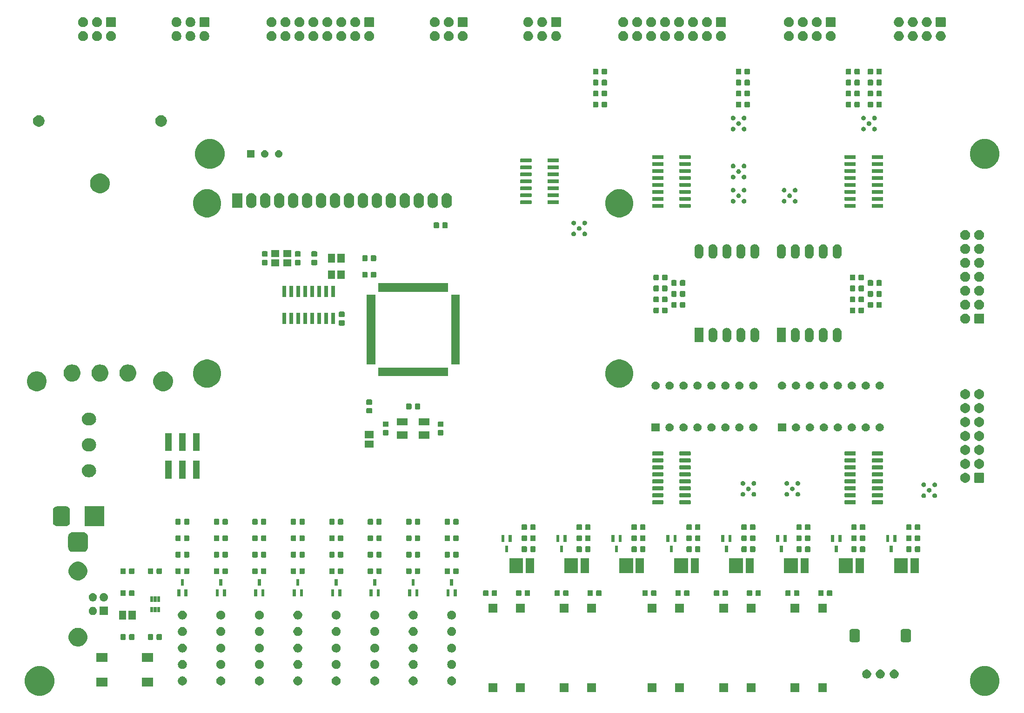
<source format=gts>
G04 #@! TF.GenerationSoftware,KiCad,Pcbnew,(5.1.6)-1*
G04 #@! TF.CreationDate,2021-12-03T21:04:30+07:00*
G04 #@! TF.ProjectId,digitalSystemBoard,64696769-7461-46c5-9379-7374656d426f,rev?*
G04 #@! TF.SameCoordinates,Original*
G04 #@! TF.FileFunction,Soldermask,Top*
G04 #@! TF.FilePolarity,Negative*
%FSLAX46Y46*%
G04 Gerber Fmt 4.6, Leading zero omitted, Abs format (unit mm)*
G04 Created by KiCad (PCBNEW (5.1.6)-1) date 2021-12-03 21:04:30*
%MOMM*%
%LPD*%
G01*
G04 APERTURE LIST*
%ADD10C,0.010000*%
%ADD11C,0.100000*%
G04 APERTURE END LIST*
D10*
G36*
X74124003Y-142500000D02*
G01*
X74575000Y-142500000D01*
X74575000Y-143401600D01*
X74124003Y-143401600D01*
X74124003Y-142500000D01*
G37*
X74124003Y-142500000D02*
X74575000Y-142500000D01*
X74575000Y-143401600D01*
X74124003Y-143401600D01*
X74124003Y-142500000D01*
G36*
X74774800Y-142500000D02*
G01*
X75225000Y-142500000D01*
X75225000Y-143401250D01*
X74774800Y-143401250D01*
X74774800Y-142500000D01*
G37*
X74774800Y-142500000D02*
X75225000Y-142500000D01*
X75225000Y-143401250D01*
X74774800Y-143401250D01*
X74774800Y-142500000D01*
G36*
X75425222Y-142500000D02*
G01*
X75875000Y-142500000D01*
X75875000Y-143400730D01*
X75425222Y-143400730D01*
X75425222Y-142500000D01*
G37*
X75425222Y-142500000D02*
X75875000Y-142500000D01*
X75875000Y-143400730D01*
X75425222Y-143400730D01*
X75425222Y-142500000D01*
G36*
X75426237Y-140600000D02*
G01*
X75875000Y-140600000D01*
X75875000Y-141498545D01*
X75426237Y-141498545D01*
X75426237Y-140600000D01*
G37*
X75426237Y-140600000D02*
X75875000Y-140600000D01*
X75875000Y-141498545D01*
X75426237Y-141498545D01*
X75426237Y-140600000D01*
G36*
X74774963Y-140600000D02*
G01*
X75225000Y-140600000D01*
X75225000Y-141499918D01*
X74774963Y-141499918D01*
X74774963Y-140600000D01*
G37*
X74774963Y-140600000D02*
X75225000Y-140600000D01*
X75225000Y-141499918D01*
X74774963Y-141499918D01*
X74774963Y-140600000D01*
G36*
X74123564Y-140600000D02*
G01*
X74575000Y-140600000D01*
X74575000Y-141499179D01*
X74123564Y-141499179D01*
X74123564Y-140600000D01*
G37*
X74123564Y-140600000D02*
X74575000Y-140600000D01*
X74575000Y-141499179D01*
X74123564Y-141499179D01*
X74123564Y-140600000D01*
D11*
G36*
X226787852Y-153402797D02*
G01*
X227279402Y-153606404D01*
X227279403Y-153606405D01*
X227721787Y-153901996D01*
X228098004Y-154278213D01*
X228248106Y-154502857D01*
X228393596Y-154720598D01*
X228597203Y-155212148D01*
X228701000Y-155733973D01*
X228701000Y-156266027D01*
X228597203Y-156787852D01*
X228393596Y-157279402D01*
X228393595Y-157279403D01*
X228098004Y-157721787D01*
X227721787Y-158098004D01*
X227426195Y-158295512D01*
X227279402Y-158393596D01*
X226787852Y-158597203D01*
X226266027Y-158701000D01*
X225733973Y-158701000D01*
X225212148Y-158597203D01*
X224720598Y-158393596D01*
X224573805Y-158295512D01*
X224278213Y-158098004D01*
X223901996Y-157721787D01*
X223606405Y-157279403D01*
X223606404Y-157279402D01*
X223402797Y-156787852D01*
X223299000Y-156266027D01*
X223299000Y-155733973D01*
X223402797Y-155212148D01*
X223606404Y-154720598D01*
X223751894Y-154502857D01*
X223901996Y-154278213D01*
X224278213Y-153901996D01*
X224720597Y-153606405D01*
X224720598Y-153606404D01*
X225212148Y-153402797D01*
X225733973Y-153299000D01*
X226266027Y-153299000D01*
X226787852Y-153402797D01*
G37*
G36*
X54787852Y-153402797D02*
G01*
X55279402Y-153606404D01*
X55279403Y-153606405D01*
X55721787Y-153901996D01*
X56098004Y-154278213D01*
X56248106Y-154502857D01*
X56393596Y-154720598D01*
X56597203Y-155212148D01*
X56701000Y-155733973D01*
X56701000Y-156266027D01*
X56597203Y-156787852D01*
X56393596Y-157279402D01*
X56393595Y-157279403D01*
X56098004Y-157721787D01*
X55721787Y-158098004D01*
X55426195Y-158295512D01*
X55279402Y-158393596D01*
X54787852Y-158597203D01*
X54266027Y-158701000D01*
X53733973Y-158701000D01*
X53212148Y-158597203D01*
X52720598Y-158393596D01*
X52573805Y-158295512D01*
X52278213Y-158098004D01*
X51901996Y-157721787D01*
X51606405Y-157279403D01*
X51606404Y-157279402D01*
X51402797Y-156787852D01*
X51299000Y-156266027D01*
X51299000Y-155733973D01*
X51402797Y-155212148D01*
X51606404Y-154720598D01*
X51751894Y-154502857D01*
X51901996Y-154278213D01*
X52278213Y-153901996D01*
X52720597Y-153606405D01*
X52720598Y-153606404D01*
X53212148Y-153402797D01*
X53733973Y-153299000D01*
X54266027Y-153299000D01*
X54787852Y-153402797D01*
G37*
G36*
X197301000Y-158051000D02*
G01*
X195699000Y-158051000D01*
X195699000Y-156449000D01*
X197301000Y-156449000D01*
X197301000Y-158051000D01*
G37*
G36*
X179301000Y-158051000D02*
G01*
X177699000Y-158051000D01*
X177699000Y-156449000D01*
X179301000Y-156449000D01*
X179301000Y-158051000D01*
G37*
G36*
X184301000Y-158051000D02*
G01*
X182699000Y-158051000D01*
X182699000Y-156449000D01*
X184301000Y-156449000D01*
X184301000Y-158051000D01*
G37*
G36*
X171301000Y-158051000D02*
G01*
X169699000Y-158051000D01*
X169699000Y-156449000D01*
X171301000Y-156449000D01*
X171301000Y-158051000D01*
G37*
G36*
X166301000Y-158051000D02*
G01*
X164699000Y-158051000D01*
X164699000Y-156449000D01*
X166301000Y-156449000D01*
X166301000Y-158051000D01*
G37*
G36*
X155301000Y-158051000D02*
G01*
X153699000Y-158051000D01*
X153699000Y-156449000D01*
X155301000Y-156449000D01*
X155301000Y-158051000D01*
G37*
G36*
X150301000Y-158051000D02*
G01*
X148699000Y-158051000D01*
X148699000Y-156449000D01*
X150301000Y-156449000D01*
X150301000Y-158051000D01*
G37*
G36*
X142301000Y-158051000D02*
G01*
X140699000Y-158051000D01*
X140699000Y-156449000D01*
X142301000Y-156449000D01*
X142301000Y-158051000D01*
G37*
G36*
X137301000Y-158051000D02*
G01*
X135699000Y-158051000D01*
X135699000Y-156449000D01*
X137301000Y-156449000D01*
X137301000Y-158051000D01*
G37*
G36*
X192301000Y-158051000D02*
G01*
X190699000Y-158051000D01*
X190699000Y-156449000D01*
X192301000Y-156449000D01*
X192301000Y-158051000D01*
G37*
G36*
X66401000Y-157051000D02*
G01*
X64299000Y-157051000D01*
X64299000Y-155449000D01*
X66401000Y-155449000D01*
X66401000Y-157051000D01*
G37*
G36*
X74701000Y-157051000D02*
G01*
X72599000Y-157051000D01*
X72599000Y-155449000D01*
X74701000Y-155449000D01*
X74701000Y-157051000D01*
G37*
G36*
X101237142Y-155218242D02*
G01*
X101385101Y-155279529D01*
X101518255Y-155368499D01*
X101631501Y-155481745D01*
X101720471Y-155614899D01*
X101781758Y-155762858D01*
X101813000Y-155919925D01*
X101813000Y-156080075D01*
X101781758Y-156237142D01*
X101720471Y-156385101D01*
X101631501Y-156518255D01*
X101518255Y-156631501D01*
X101385101Y-156720471D01*
X101237142Y-156781758D01*
X101080075Y-156813000D01*
X100919925Y-156813000D01*
X100762858Y-156781758D01*
X100614899Y-156720471D01*
X100481745Y-156631501D01*
X100368499Y-156518255D01*
X100279529Y-156385101D01*
X100218242Y-156237142D01*
X100187000Y-156080075D01*
X100187000Y-155919925D01*
X100218242Y-155762858D01*
X100279529Y-155614899D01*
X100368499Y-155481745D01*
X100481745Y-155368499D01*
X100614899Y-155279529D01*
X100762858Y-155218242D01*
X100919925Y-155187000D01*
X101080075Y-155187000D01*
X101237142Y-155218242D01*
G37*
G36*
X115237142Y-155218242D02*
G01*
X115385101Y-155279529D01*
X115518255Y-155368499D01*
X115631501Y-155481745D01*
X115720471Y-155614899D01*
X115781758Y-155762858D01*
X115813000Y-155919925D01*
X115813000Y-156080075D01*
X115781758Y-156237142D01*
X115720471Y-156385101D01*
X115631501Y-156518255D01*
X115518255Y-156631501D01*
X115385101Y-156720471D01*
X115237142Y-156781758D01*
X115080075Y-156813000D01*
X114919925Y-156813000D01*
X114762858Y-156781758D01*
X114614899Y-156720471D01*
X114481745Y-156631501D01*
X114368499Y-156518255D01*
X114279529Y-156385101D01*
X114218242Y-156237142D01*
X114187000Y-156080075D01*
X114187000Y-155919925D01*
X114218242Y-155762858D01*
X114279529Y-155614899D01*
X114368499Y-155481745D01*
X114481745Y-155368499D01*
X114614899Y-155279529D01*
X114762858Y-155218242D01*
X114919925Y-155187000D01*
X115080075Y-155187000D01*
X115237142Y-155218242D01*
G37*
G36*
X129237142Y-155218242D02*
G01*
X129385101Y-155279529D01*
X129518255Y-155368499D01*
X129631501Y-155481745D01*
X129720471Y-155614899D01*
X129781758Y-155762858D01*
X129813000Y-155919925D01*
X129813000Y-156080075D01*
X129781758Y-156237142D01*
X129720471Y-156385101D01*
X129631501Y-156518255D01*
X129518255Y-156631501D01*
X129385101Y-156720471D01*
X129237142Y-156781758D01*
X129080075Y-156813000D01*
X128919925Y-156813000D01*
X128762858Y-156781758D01*
X128614899Y-156720471D01*
X128481745Y-156631501D01*
X128368499Y-156518255D01*
X128279529Y-156385101D01*
X128218242Y-156237142D01*
X128187000Y-156080075D01*
X128187000Y-155919925D01*
X128218242Y-155762858D01*
X128279529Y-155614899D01*
X128368499Y-155481745D01*
X128481745Y-155368499D01*
X128614899Y-155279529D01*
X128762858Y-155218242D01*
X128919925Y-155187000D01*
X129080075Y-155187000D01*
X129237142Y-155218242D01*
G37*
G36*
X122237142Y-155218242D02*
G01*
X122385101Y-155279529D01*
X122518255Y-155368499D01*
X122631501Y-155481745D01*
X122720471Y-155614899D01*
X122781758Y-155762858D01*
X122813000Y-155919925D01*
X122813000Y-156080075D01*
X122781758Y-156237142D01*
X122720471Y-156385101D01*
X122631501Y-156518255D01*
X122518255Y-156631501D01*
X122385101Y-156720471D01*
X122237142Y-156781758D01*
X122080075Y-156813000D01*
X121919925Y-156813000D01*
X121762858Y-156781758D01*
X121614899Y-156720471D01*
X121481745Y-156631501D01*
X121368499Y-156518255D01*
X121279529Y-156385101D01*
X121218242Y-156237142D01*
X121187000Y-156080075D01*
X121187000Y-155919925D01*
X121218242Y-155762858D01*
X121279529Y-155614899D01*
X121368499Y-155481745D01*
X121481745Y-155368499D01*
X121614899Y-155279529D01*
X121762858Y-155218242D01*
X121919925Y-155187000D01*
X122080075Y-155187000D01*
X122237142Y-155218242D01*
G37*
G36*
X108237142Y-155218242D02*
G01*
X108385101Y-155279529D01*
X108518255Y-155368499D01*
X108631501Y-155481745D01*
X108720471Y-155614899D01*
X108781758Y-155762858D01*
X108813000Y-155919925D01*
X108813000Y-156080075D01*
X108781758Y-156237142D01*
X108720471Y-156385101D01*
X108631501Y-156518255D01*
X108518255Y-156631501D01*
X108385101Y-156720471D01*
X108237142Y-156781758D01*
X108080075Y-156813000D01*
X107919925Y-156813000D01*
X107762858Y-156781758D01*
X107614899Y-156720471D01*
X107481745Y-156631501D01*
X107368499Y-156518255D01*
X107279529Y-156385101D01*
X107218242Y-156237142D01*
X107187000Y-156080075D01*
X107187000Y-155919925D01*
X107218242Y-155762858D01*
X107279529Y-155614899D01*
X107368499Y-155481745D01*
X107481745Y-155368499D01*
X107614899Y-155279529D01*
X107762858Y-155218242D01*
X107919925Y-155187000D01*
X108080075Y-155187000D01*
X108237142Y-155218242D01*
G37*
G36*
X94237142Y-155218242D02*
G01*
X94385101Y-155279529D01*
X94518255Y-155368499D01*
X94631501Y-155481745D01*
X94720471Y-155614899D01*
X94781758Y-155762858D01*
X94813000Y-155919925D01*
X94813000Y-156080075D01*
X94781758Y-156237142D01*
X94720471Y-156385101D01*
X94631501Y-156518255D01*
X94518255Y-156631501D01*
X94385101Y-156720471D01*
X94237142Y-156781758D01*
X94080075Y-156813000D01*
X93919925Y-156813000D01*
X93762858Y-156781758D01*
X93614899Y-156720471D01*
X93481745Y-156631501D01*
X93368499Y-156518255D01*
X93279529Y-156385101D01*
X93218242Y-156237142D01*
X93187000Y-156080075D01*
X93187000Y-155919925D01*
X93218242Y-155762858D01*
X93279529Y-155614899D01*
X93368499Y-155481745D01*
X93481745Y-155368499D01*
X93614899Y-155279529D01*
X93762858Y-155218242D01*
X93919925Y-155187000D01*
X94080075Y-155187000D01*
X94237142Y-155218242D01*
G37*
G36*
X87237142Y-155218242D02*
G01*
X87385101Y-155279529D01*
X87518255Y-155368499D01*
X87631501Y-155481745D01*
X87720471Y-155614899D01*
X87781758Y-155762858D01*
X87813000Y-155919925D01*
X87813000Y-156080075D01*
X87781758Y-156237142D01*
X87720471Y-156385101D01*
X87631501Y-156518255D01*
X87518255Y-156631501D01*
X87385101Y-156720471D01*
X87237142Y-156781758D01*
X87080075Y-156813000D01*
X86919925Y-156813000D01*
X86762858Y-156781758D01*
X86614899Y-156720471D01*
X86481745Y-156631501D01*
X86368499Y-156518255D01*
X86279529Y-156385101D01*
X86218242Y-156237142D01*
X86187000Y-156080075D01*
X86187000Y-155919925D01*
X86218242Y-155762858D01*
X86279529Y-155614899D01*
X86368499Y-155481745D01*
X86481745Y-155368499D01*
X86614899Y-155279529D01*
X86762858Y-155218242D01*
X86919925Y-155187000D01*
X87080075Y-155187000D01*
X87237142Y-155218242D01*
G37*
G36*
X80237142Y-155218242D02*
G01*
X80385101Y-155279529D01*
X80518255Y-155368499D01*
X80631501Y-155481745D01*
X80720471Y-155614899D01*
X80781758Y-155762858D01*
X80813000Y-155919925D01*
X80813000Y-156080075D01*
X80781758Y-156237142D01*
X80720471Y-156385101D01*
X80631501Y-156518255D01*
X80518255Y-156631501D01*
X80385101Y-156720471D01*
X80237142Y-156781758D01*
X80080075Y-156813000D01*
X79919925Y-156813000D01*
X79762858Y-156781758D01*
X79614899Y-156720471D01*
X79481745Y-156631501D01*
X79368499Y-156518255D01*
X79279529Y-156385101D01*
X79218242Y-156237142D01*
X79187000Y-156080075D01*
X79187000Y-155919925D01*
X79218242Y-155762858D01*
X79279529Y-155614899D01*
X79368499Y-155481745D01*
X79481745Y-155368499D01*
X79614899Y-155279529D01*
X79762858Y-155218242D01*
X79919925Y-155187000D01*
X80080075Y-155187000D01*
X80237142Y-155218242D01*
G37*
G36*
X204777142Y-153958242D02*
G01*
X204925101Y-154019529D01*
X205058255Y-154108499D01*
X205171501Y-154221745D01*
X205260471Y-154354899D01*
X205321758Y-154502858D01*
X205353000Y-154659925D01*
X205353000Y-154820075D01*
X205321758Y-154977142D01*
X205260471Y-155125101D01*
X205171501Y-155258255D01*
X205058255Y-155371501D01*
X204925101Y-155460471D01*
X204777142Y-155521758D01*
X204620075Y-155553000D01*
X204459925Y-155553000D01*
X204302858Y-155521758D01*
X204154899Y-155460471D01*
X204021745Y-155371501D01*
X203908499Y-155258255D01*
X203819529Y-155125101D01*
X203758242Y-154977142D01*
X203727000Y-154820075D01*
X203727000Y-154659925D01*
X203758242Y-154502858D01*
X203819529Y-154354899D01*
X203908499Y-154221745D01*
X204021745Y-154108499D01*
X204154899Y-154019529D01*
X204302858Y-153958242D01*
X204459925Y-153927000D01*
X204620075Y-153927000D01*
X204777142Y-153958242D01*
G37*
G36*
X207237142Y-153958242D02*
G01*
X207385101Y-154019529D01*
X207518255Y-154108499D01*
X207631501Y-154221745D01*
X207720471Y-154354899D01*
X207781758Y-154502858D01*
X207813000Y-154659925D01*
X207813000Y-154820075D01*
X207781758Y-154977142D01*
X207720471Y-155125101D01*
X207631501Y-155258255D01*
X207518255Y-155371501D01*
X207385101Y-155460471D01*
X207237142Y-155521758D01*
X207080075Y-155553000D01*
X206919925Y-155553000D01*
X206762858Y-155521758D01*
X206614899Y-155460471D01*
X206481745Y-155371501D01*
X206368499Y-155258255D01*
X206279529Y-155125101D01*
X206218242Y-154977142D01*
X206187000Y-154820075D01*
X206187000Y-154659925D01*
X206218242Y-154502858D01*
X206279529Y-154354899D01*
X206368499Y-154221745D01*
X206481745Y-154108499D01*
X206614899Y-154019529D01*
X206762858Y-153958242D01*
X206919925Y-153927000D01*
X207080075Y-153927000D01*
X207237142Y-153958242D01*
G37*
G36*
X209777142Y-153958242D02*
G01*
X209925101Y-154019529D01*
X210058255Y-154108499D01*
X210171501Y-154221745D01*
X210260471Y-154354899D01*
X210321758Y-154502858D01*
X210353000Y-154659925D01*
X210353000Y-154820075D01*
X210321758Y-154977142D01*
X210260471Y-155125101D01*
X210171501Y-155258255D01*
X210058255Y-155371501D01*
X209925101Y-155460471D01*
X209777142Y-155521758D01*
X209620075Y-155553000D01*
X209459925Y-155553000D01*
X209302858Y-155521758D01*
X209154899Y-155460471D01*
X209021745Y-155371501D01*
X208908499Y-155258255D01*
X208819529Y-155125101D01*
X208758242Y-154977142D01*
X208727000Y-154820075D01*
X208727000Y-154659925D01*
X208758242Y-154502858D01*
X208819529Y-154354899D01*
X208908499Y-154221745D01*
X209021745Y-154108499D01*
X209154899Y-154019529D01*
X209302858Y-153958242D01*
X209459925Y-153927000D01*
X209620075Y-153927000D01*
X209777142Y-153958242D01*
G37*
G36*
X115237142Y-152218242D02*
G01*
X115385101Y-152279529D01*
X115518255Y-152368499D01*
X115631501Y-152481745D01*
X115720471Y-152614899D01*
X115781758Y-152762858D01*
X115813000Y-152919925D01*
X115813000Y-153080075D01*
X115781758Y-153237142D01*
X115720471Y-153385101D01*
X115631501Y-153518255D01*
X115518255Y-153631501D01*
X115385101Y-153720471D01*
X115237142Y-153781758D01*
X115080075Y-153813000D01*
X114919925Y-153813000D01*
X114762858Y-153781758D01*
X114614899Y-153720471D01*
X114481745Y-153631501D01*
X114368499Y-153518255D01*
X114279529Y-153385101D01*
X114218242Y-153237142D01*
X114187000Y-153080075D01*
X114187000Y-152919925D01*
X114218242Y-152762858D01*
X114279529Y-152614899D01*
X114368499Y-152481745D01*
X114481745Y-152368499D01*
X114614899Y-152279529D01*
X114762858Y-152218242D01*
X114919925Y-152187000D01*
X115080075Y-152187000D01*
X115237142Y-152218242D01*
G37*
G36*
X122237142Y-152218242D02*
G01*
X122385101Y-152279529D01*
X122518255Y-152368499D01*
X122631501Y-152481745D01*
X122720471Y-152614899D01*
X122781758Y-152762858D01*
X122813000Y-152919925D01*
X122813000Y-153080075D01*
X122781758Y-153237142D01*
X122720471Y-153385101D01*
X122631501Y-153518255D01*
X122518255Y-153631501D01*
X122385101Y-153720471D01*
X122237142Y-153781758D01*
X122080075Y-153813000D01*
X121919925Y-153813000D01*
X121762858Y-153781758D01*
X121614899Y-153720471D01*
X121481745Y-153631501D01*
X121368499Y-153518255D01*
X121279529Y-153385101D01*
X121218242Y-153237142D01*
X121187000Y-153080075D01*
X121187000Y-152919925D01*
X121218242Y-152762858D01*
X121279529Y-152614899D01*
X121368499Y-152481745D01*
X121481745Y-152368499D01*
X121614899Y-152279529D01*
X121762858Y-152218242D01*
X121919925Y-152187000D01*
X122080075Y-152187000D01*
X122237142Y-152218242D01*
G37*
G36*
X129237142Y-152218242D02*
G01*
X129385101Y-152279529D01*
X129518255Y-152368499D01*
X129631501Y-152481745D01*
X129720471Y-152614899D01*
X129781758Y-152762858D01*
X129813000Y-152919925D01*
X129813000Y-153080075D01*
X129781758Y-153237142D01*
X129720471Y-153385101D01*
X129631501Y-153518255D01*
X129518255Y-153631501D01*
X129385101Y-153720471D01*
X129237142Y-153781758D01*
X129080075Y-153813000D01*
X128919925Y-153813000D01*
X128762858Y-153781758D01*
X128614899Y-153720471D01*
X128481745Y-153631501D01*
X128368499Y-153518255D01*
X128279529Y-153385101D01*
X128218242Y-153237142D01*
X128187000Y-153080075D01*
X128187000Y-152919925D01*
X128218242Y-152762858D01*
X128279529Y-152614899D01*
X128368499Y-152481745D01*
X128481745Y-152368499D01*
X128614899Y-152279529D01*
X128762858Y-152218242D01*
X128919925Y-152187000D01*
X129080075Y-152187000D01*
X129237142Y-152218242D01*
G37*
G36*
X108237142Y-152218242D02*
G01*
X108385101Y-152279529D01*
X108518255Y-152368499D01*
X108631501Y-152481745D01*
X108720471Y-152614899D01*
X108781758Y-152762858D01*
X108813000Y-152919925D01*
X108813000Y-153080075D01*
X108781758Y-153237142D01*
X108720471Y-153385101D01*
X108631501Y-153518255D01*
X108518255Y-153631501D01*
X108385101Y-153720471D01*
X108237142Y-153781758D01*
X108080075Y-153813000D01*
X107919925Y-153813000D01*
X107762858Y-153781758D01*
X107614899Y-153720471D01*
X107481745Y-153631501D01*
X107368499Y-153518255D01*
X107279529Y-153385101D01*
X107218242Y-153237142D01*
X107187000Y-153080075D01*
X107187000Y-152919925D01*
X107218242Y-152762858D01*
X107279529Y-152614899D01*
X107368499Y-152481745D01*
X107481745Y-152368499D01*
X107614899Y-152279529D01*
X107762858Y-152218242D01*
X107919925Y-152187000D01*
X108080075Y-152187000D01*
X108237142Y-152218242D01*
G37*
G36*
X101237142Y-152218242D02*
G01*
X101385101Y-152279529D01*
X101518255Y-152368499D01*
X101631501Y-152481745D01*
X101720471Y-152614899D01*
X101781758Y-152762858D01*
X101813000Y-152919925D01*
X101813000Y-153080075D01*
X101781758Y-153237142D01*
X101720471Y-153385101D01*
X101631501Y-153518255D01*
X101518255Y-153631501D01*
X101385101Y-153720471D01*
X101237142Y-153781758D01*
X101080075Y-153813000D01*
X100919925Y-153813000D01*
X100762858Y-153781758D01*
X100614899Y-153720471D01*
X100481745Y-153631501D01*
X100368499Y-153518255D01*
X100279529Y-153385101D01*
X100218242Y-153237142D01*
X100187000Y-153080075D01*
X100187000Y-152919925D01*
X100218242Y-152762858D01*
X100279529Y-152614899D01*
X100368499Y-152481745D01*
X100481745Y-152368499D01*
X100614899Y-152279529D01*
X100762858Y-152218242D01*
X100919925Y-152187000D01*
X101080075Y-152187000D01*
X101237142Y-152218242D01*
G37*
G36*
X94237142Y-152218242D02*
G01*
X94385101Y-152279529D01*
X94518255Y-152368499D01*
X94631501Y-152481745D01*
X94720471Y-152614899D01*
X94781758Y-152762858D01*
X94813000Y-152919925D01*
X94813000Y-153080075D01*
X94781758Y-153237142D01*
X94720471Y-153385101D01*
X94631501Y-153518255D01*
X94518255Y-153631501D01*
X94385101Y-153720471D01*
X94237142Y-153781758D01*
X94080075Y-153813000D01*
X93919925Y-153813000D01*
X93762858Y-153781758D01*
X93614899Y-153720471D01*
X93481745Y-153631501D01*
X93368499Y-153518255D01*
X93279529Y-153385101D01*
X93218242Y-153237142D01*
X93187000Y-153080075D01*
X93187000Y-152919925D01*
X93218242Y-152762858D01*
X93279529Y-152614899D01*
X93368499Y-152481745D01*
X93481745Y-152368499D01*
X93614899Y-152279529D01*
X93762858Y-152218242D01*
X93919925Y-152187000D01*
X94080075Y-152187000D01*
X94237142Y-152218242D01*
G37*
G36*
X87237142Y-152218242D02*
G01*
X87385101Y-152279529D01*
X87518255Y-152368499D01*
X87631501Y-152481745D01*
X87720471Y-152614899D01*
X87781758Y-152762858D01*
X87813000Y-152919925D01*
X87813000Y-153080075D01*
X87781758Y-153237142D01*
X87720471Y-153385101D01*
X87631501Y-153518255D01*
X87518255Y-153631501D01*
X87385101Y-153720471D01*
X87237142Y-153781758D01*
X87080075Y-153813000D01*
X86919925Y-153813000D01*
X86762858Y-153781758D01*
X86614899Y-153720471D01*
X86481745Y-153631501D01*
X86368499Y-153518255D01*
X86279529Y-153385101D01*
X86218242Y-153237142D01*
X86187000Y-153080075D01*
X86187000Y-152919925D01*
X86218242Y-152762858D01*
X86279529Y-152614899D01*
X86368499Y-152481745D01*
X86481745Y-152368499D01*
X86614899Y-152279529D01*
X86762858Y-152218242D01*
X86919925Y-152187000D01*
X87080075Y-152187000D01*
X87237142Y-152218242D01*
G37*
G36*
X80237142Y-152218242D02*
G01*
X80385101Y-152279529D01*
X80518255Y-152368499D01*
X80631501Y-152481745D01*
X80720471Y-152614899D01*
X80781758Y-152762858D01*
X80813000Y-152919925D01*
X80813000Y-153080075D01*
X80781758Y-153237142D01*
X80720471Y-153385101D01*
X80631501Y-153518255D01*
X80518255Y-153631501D01*
X80385101Y-153720471D01*
X80237142Y-153781758D01*
X80080075Y-153813000D01*
X79919925Y-153813000D01*
X79762858Y-153781758D01*
X79614899Y-153720471D01*
X79481745Y-153631501D01*
X79368499Y-153518255D01*
X79279529Y-153385101D01*
X79218242Y-153237142D01*
X79187000Y-153080075D01*
X79187000Y-152919925D01*
X79218242Y-152762858D01*
X79279529Y-152614899D01*
X79368499Y-152481745D01*
X79481745Y-152368499D01*
X79614899Y-152279529D01*
X79762858Y-152218242D01*
X79919925Y-152187000D01*
X80080075Y-152187000D01*
X80237142Y-152218242D01*
G37*
G36*
X66401000Y-152551000D02*
G01*
X64299000Y-152551000D01*
X64299000Y-150949000D01*
X66401000Y-150949000D01*
X66401000Y-152551000D01*
G37*
G36*
X74701000Y-152551000D02*
G01*
X72599000Y-152551000D01*
X72599000Y-150949000D01*
X74701000Y-150949000D01*
X74701000Y-152551000D01*
G37*
G36*
X94237142Y-149218242D02*
G01*
X94385101Y-149279529D01*
X94518255Y-149368499D01*
X94631501Y-149481745D01*
X94720471Y-149614899D01*
X94781758Y-149762858D01*
X94813000Y-149919925D01*
X94813000Y-150080075D01*
X94781758Y-150237142D01*
X94720471Y-150385101D01*
X94631501Y-150518255D01*
X94518255Y-150631501D01*
X94385101Y-150720471D01*
X94237142Y-150781758D01*
X94080075Y-150813000D01*
X93919925Y-150813000D01*
X93762858Y-150781758D01*
X93614899Y-150720471D01*
X93481745Y-150631501D01*
X93368499Y-150518255D01*
X93279529Y-150385101D01*
X93218242Y-150237142D01*
X93187000Y-150080075D01*
X93187000Y-149919925D01*
X93218242Y-149762858D01*
X93279529Y-149614899D01*
X93368499Y-149481745D01*
X93481745Y-149368499D01*
X93614899Y-149279529D01*
X93762858Y-149218242D01*
X93919925Y-149187000D01*
X94080075Y-149187000D01*
X94237142Y-149218242D01*
G37*
G36*
X108237142Y-149218242D02*
G01*
X108385101Y-149279529D01*
X108518255Y-149368499D01*
X108631501Y-149481745D01*
X108720471Y-149614899D01*
X108781758Y-149762858D01*
X108813000Y-149919925D01*
X108813000Y-150080075D01*
X108781758Y-150237142D01*
X108720471Y-150385101D01*
X108631501Y-150518255D01*
X108518255Y-150631501D01*
X108385101Y-150720471D01*
X108237142Y-150781758D01*
X108080075Y-150813000D01*
X107919925Y-150813000D01*
X107762858Y-150781758D01*
X107614899Y-150720471D01*
X107481745Y-150631501D01*
X107368499Y-150518255D01*
X107279529Y-150385101D01*
X107218242Y-150237142D01*
X107187000Y-150080075D01*
X107187000Y-149919925D01*
X107218242Y-149762858D01*
X107279529Y-149614899D01*
X107368499Y-149481745D01*
X107481745Y-149368499D01*
X107614899Y-149279529D01*
X107762858Y-149218242D01*
X107919925Y-149187000D01*
X108080075Y-149187000D01*
X108237142Y-149218242D01*
G37*
G36*
X122237142Y-149218242D02*
G01*
X122385101Y-149279529D01*
X122518255Y-149368499D01*
X122631501Y-149481745D01*
X122720471Y-149614899D01*
X122781758Y-149762858D01*
X122813000Y-149919925D01*
X122813000Y-150080075D01*
X122781758Y-150237142D01*
X122720471Y-150385101D01*
X122631501Y-150518255D01*
X122518255Y-150631501D01*
X122385101Y-150720471D01*
X122237142Y-150781758D01*
X122080075Y-150813000D01*
X121919925Y-150813000D01*
X121762858Y-150781758D01*
X121614899Y-150720471D01*
X121481745Y-150631501D01*
X121368499Y-150518255D01*
X121279529Y-150385101D01*
X121218242Y-150237142D01*
X121187000Y-150080075D01*
X121187000Y-149919925D01*
X121218242Y-149762858D01*
X121279529Y-149614899D01*
X121368499Y-149481745D01*
X121481745Y-149368499D01*
X121614899Y-149279529D01*
X121762858Y-149218242D01*
X121919925Y-149187000D01*
X122080075Y-149187000D01*
X122237142Y-149218242D01*
G37*
G36*
X101237142Y-149218242D02*
G01*
X101385101Y-149279529D01*
X101518255Y-149368499D01*
X101631501Y-149481745D01*
X101720471Y-149614899D01*
X101781758Y-149762858D01*
X101813000Y-149919925D01*
X101813000Y-150080075D01*
X101781758Y-150237142D01*
X101720471Y-150385101D01*
X101631501Y-150518255D01*
X101518255Y-150631501D01*
X101385101Y-150720471D01*
X101237142Y-150781758D01*
X101080075Y-150813000D01*
X100919925Y-150813000D01*
X100762858Y-150781758D01*
X100614899Y-150720471D01*
X100481745Y-150631501D01*
X100368499Y-150518255D01*
X100279529Y-150385101D01*
X100218242Y-150237142D01*
X100187000Y-150080075D01*
X100187000Y-149919925D01*
X100218242Y-149762858D01*
X100279529Y-149614899D01*
X100368499Y-149481745D01*
X100481745Y-149368499D01*
X100614899Y-149279529D01*
X100762858Y-149218242D01*
X100919925Y-149187000D01*
X101080075Y-149187000D01*
X101237142Y-149218242D01*
G37*
G36*
X115237142Y-149218242D02*
G01*
X115385101Y-149279529D01*
X115518255Y-149368499D01*
X115631501Y-149481745D01*
X115720471Y-149614899D01*
X115781758Y-149762858D01*
X115813000Y-149919925D01*
X115813000Y-150080075D01*
X115781758Y-150237142D01*
X115720471Y-150385101D01*
X115631501Y-150518255D01*
X115518255Y-150631501D01*
X115385101Y-150720471D01*
X115237142Y-150781758D01*
X115080075Y-150813000D01*
X114919925Y-150813000D01*
X114762858Y-150781758D01*
X114614899Y-150720471D01*
X114481745Y-150631501D01*
X114368499Y-150518255D01*
X114279529Y-150385101D01*
X114218242Y-150237142D01*
X114187000Y-150080075D01*
X114187000Y-149919925D01*
X114218242Y-149762858D01*
X114279529Y-149614899D01*
X114368499Y-149481745D01*
X114481745Y-149368499D01*
X114614899Y-149279529D01*
X114762858Y-149218242D01*
X114919925Y-149187000D01*
X115080075Y-149187000D01*
X115237142Y-149218242D01*
G37*
G36*
X80237142Y-149218242D02*
G01*
X80385101Y-149279529D01*
X80518255Y-149368499D01*
X80631501Y-149481745D01*
X80720471Y-149614899D01*
X80781758Y-149762858D01*
X80813000Y-149919925D01*
X80813000Y-150080075D01*
X80781758Y-150237142D01*
X80720471Y-150385101D01*
X80631501Y-150518255D01*
X80518255Y-150631501D01*
X80385101Y-150720471D01*
X80237142Y-150781758D01*
X80080075Y-150813000D01*
X79919925Y-150813000D01*
X79762858Y-150781758D01*
X79614899Y-150720471D01*
X79481745Y-150631501D01*
X79368499Y-150518255D01*
X79279529Y-150385101D01*
X79218242Y-150237142D01*
X79187000Y-150080075D01*
X79187000Y-149919925D01*
X79218242Y-149762858D01*
X79279529Y-149614899D01*
X79368499Y-149481745D01*
X79481745Y-149368499D01*
X79614899Y-149279529D01*
X79762858Y-149218242D01*
X79919925Y-149187000D01*
X80080075Y-149187000D01*
X80237142Y-149218242D01*
G37*
G36*
X87237142Y-149218242D02*
G01*
X87385101Y-149279529D01*
X87518255Y-149368499D01*
X87631501Y-149481745D01*
X87720471Y-149614899D01*
X87781758Y-149762858D01*
X87813000Y-149919925D01*
X87813000Y-150080075D01*
X87781758Y-150237142D01*
X87720471Y-150385101D01*
X87631501Y-150518255D01*
X87518255Y-150631501D01*
X87385101Y-150720471D01*
X87237142Y-150781758D01*
X87080075Y-150813000D01*
X86919925Y-150813000D01*
X86762858Y-150781758D01*
X86614899Y-150720471D01*
X86481745Y-150631501D01*
X86368499Y-150518255D01*
X86279529Y-150385101D01*
X86218242Y-150237142D01*
X86187000Y-150080075D01*
X86187000Y-149919925D01*
X86218242Y-149762858D01*
X86279529Y-149614899D01*
X86368499Y-149481745D01*
X86481745Y-149368499D01*
X86614899Y-149279529D01*
X86762858Y-149218242D01*
X86919925Y-149187000D01*
X87080075Y-149187000D01*
X87237142Y-149218242D01*
G37*
G36*
X129237142Y-149218242D02*
G01*
X129385101Y-149279529D01*
X129518255Y-149368499D01*
X129631501Y-149481745D01*
X129720471Y-149614899D01*
X129781758Y-149762858D01*
X129813000Y-149919925D01*
X129813000Y-150080075D01*
X129781758Y-150237142D01*
X129720471Y-150385101D01*
X129631501Y-150518255D01*
X129518255Y-150631501D01*
X129385101Y-150720471D01*
X129237142Y-150781758D01*
X129080075Y-150813000D01*
X128919925Y-150813000D01*
X128762858Y-150781758D01*
X128614899Y-150720471D01*
X128481745Y-150631501D01*
X128368499Y-150518255D01*
X128279529Y-150385101D01*
X128218242Y-150237142D01*
X128187000Y-150080075D01*
X128187000Y-149919925D01*
X128218242Y-149762858D01*
X128279529Y-149614899D01*
X128368499Y-149481745D01*
X128481745Y-149368499D01*
X128614899Y-149279529D01*
X128762858Y-149218242D01*
X128919925Y-149187000D01*
X129080075Y-149187000D01*
X129237142Y-149218242D01*
G37*
G36*
X61498496Y-146376675D02*
G01*
X61752156Y-146481745D01*
X61809515Y-146505504D01*
X62089424Y-146692533D01*
X62327467Y-146930576D01*
X62514496Y-147210485D01*
X62514497Y-147210487D01*
X62643325Y-147521504D01*
X62709000Y-147851677D01*
X62709000Y-148188323D01*
X62643325Y-148518496D01*
X62518600Y-148819608D01*
X62514496Y-148829515D01*
X62327467Y-149109424D01*
X62089424Y-149347467D01*
X61809515Y-149534496D01*
X61809514Y-149534497D01*
X61809513Y-149534497D01*
X61498496Y-149663325D01*
X61168323Y-149729000D01*
X60831677Y-149729000D01*
X60501504Y-149663325D01*
X60190487Y-149534497D01*
X60190486Y-149534497D01*
X60190485Y-149534496D01*
X59910576Y-149347467D01*
X59672533Y-149109424D01*
X59485504Y-148829515D01*
X59481400Y-148819608D01*
X59356675Y-148518496D01*
X59291000Y-148188323D01*
X59291000Y-147851677D01*
X59356675Y-147521504D01*
X59485503Y-147210487D01*
X59485504Y-147210485D01*
X59672533Y-146930576D01*
X59910576Y-146692533D01*
X60190485Y-146505504D01*
X60247844Y-146481745D01*
X60501504Y-146376675D01*
X60831677Y-146311000D01*
X61168323Y-146311000D01*
X61498496Y-146376675D01*
G37*
G36*
X212268455Y-146547528D02*
G01*
X212345812Y-146570995D01*
X212417117Y-146609108D01*
X212479608Y-146660392D01*
X212530892Y-146722883D01*
X212569005Y-146794188D01*
X212592472Y-146871545D01*
X212601000Y-146958140D01*
X212601000Y-148521860D01*
X212592472Y-148608455D01*
X212569005Y-148685812D01*
X212530892Y-148757117D01*
X212479608Y-148819608D01*
X212417117Y-148870892D01*
X212345812Y-148909005D01*
X212268455Y-148932472D01*
X212181860Y-148941000D01*
X211118140Y-148941000D01*
X211031545Y-148932472D01*
X210954188Y-148909005D01*
X210882883Y-148870892D01*
X210820392Y-148819608D01*
X210769108Y-148757117D01*
X210730995Y-148685812D01*
X210707528Y-148608455D01*
X210699000Y-148521860D01*
X210699000Y-146958140D01*
X210707528Y-146871545D01*
X210730995Y-146794188D01*
X210769108Y-146722883D01*
X210820392Y-146660392D01*
X210882883Y-146609108D01*
X210954188Y-146570995D01*
X211031545Y-146547528D01*
X211118140Y-146539000D01*
X212181860Y-146539000D01*
X212268455Y-146547528D01*
G37*
G36*
X202968455Y-146547528D02*
G01*
X203045812Y-146570995D01*
X203117117Y-146609108D01*
X203179608Y-146660392D01*
X203230892Y-146722883D01*
X203269005Y-146794188D01*
X203292472Y-146871545D01*
X203301000Y-146958140D01*
X203301000Y-148521860D01*
X203292472Y-148608455D01*
X203269005Y-148685812D01*
X203230892Y-148757117D01*
X203179608Y-148819608D01*
X203117117Y-148870892D01*
X203045812Y-148909005D01*
X202968455Y-148932472D01*
X202881860Y-148941000D01*
X201818140Y-148941000D01*
X201731545Y-148932472D01*
X201654188Y-148909005D01*
X201582883Y-148870892D01*
X201520392Y-148819608D01*
X201469108Y-148757117D01*
X201430995Y-148685812D01*
X201407528Y-148608455D01*
X201399000Y-148521860D01*
X201399000Y-146958140D01*
X201407528Y-146871545D01*
X201430995Y-146794188D01*
X201469108Y-146722883D01*
X201520392Y-146660392D01*
X201582883Y-146609108D01*
X201654188Y-146570995D01*
X201731545Y-146547528D01*
X201818140Y-146539000D01*
X202881860Y-146539000D01*
X202968455Y-146547528D01*
G37*
G36*
X76129591Y-147478085D02*
G01*
X76163569Y-147488393D01*
X76194890Y-147505134D01*
X76222339Y-147527661D01*
X76244866Y-147555110D01*
X76261607Y-147586431D01*
X76271915Y-147620409D01*
X76276000Y-147661890D01*
X76276000Y-148338110D01*
X76271915Y-148379591D01*
X76261607Y-148413569D01*
X76244866Y-148444890D01*
X76222339Y-148472339D01*
X76194890Y-148494866D01*
X76163569Y-148511607D01*
X76129591Y-148521915D01*
X76088110Y-148526000D01*
X75486890Y-148526000D01*
X75445409Y-148521915D01*
X75411431Y-148511607D01*
X75380110Y-148494866D01*
X75352661Y-148472339D01*
X75330134Y-148444890D01*
X75313393Y-148413569D01*
X75303085Y-148379591D01*
X75299000Y-148338110D01*
X75299000Y-147661890D01*
X75303085Y-147620409D01*
X75313393Y-147586431D01*
X75330134Y-147555110D01*
X75352661Y-147527661D01*
X75380110Y-147505134D01*
X75411431Y-147488393D01*
X75445409Y-147478085D01*
X75486890Y-147474000D01*
X76088110Y-147474000D01*
X76129591Y-147478085D01*
G37*
G36*
X74554591Y-147478085D02*
G01*
X74588569Y-147488393D01*
X74619890Y-147505134D01*
X74647339Y-147527661D01*
X74669866Y-147555110D01*
X74686607Y-147586431D01*
X74696915Y-147620409D01*
X74701000Y-147661890D01*
X74701000Y-148338110D01*
X74696915Y-148379591D01*
X74686607Y-148413569D01*
X74669866Y-148444890D01*
X74647339Y-148472339D01*
X74619890Y-148494866D01*
X74588569Y-148511607D01*
X74554591Y-148521915D01*
X74513110Y-148526000D01*
X73911890Y-148526000D01*
X73870409Y-148521915D01*
X73836431Y-148511607D01*
X73805110Y-148494866D01*
X73777661Y-148472339D01*
X73755134Y-148444890D01*
X73738393Y-148413569D01*
X73728085Y-148379591D01*
X73724000Y-148338110D01*
X73724000Y-147661890D01*
X73728085Y-147620409D01*
X73738393Y-147586431D01*
X73755134Y-147555110D01*
X73777661Y-147527661D01*
X73805110Y-147505134D01*
X73836431Y-147488393D01*
X73870409Y-147478085D01*
X73911890Y-147474000D01*
X74513110Y-147474000D01*
X74554591Y-147478085D01*
G37*
G36*
X69554591Y-147478085D02*
G01*
X69588569Y-147488393D01*
X69619890Y-147505134D01*
X69647339Y-147527661D01*
X69669866Y-147555110D01*
X69686607Y-147586431D01*
X69696915Y-147620409D01*
X69701000Y-147661890D01*
X69701000Y-148338110D01*
X69696915Y-148379591D01*
X69686607Y-148413569D01*
X69669866Y-148444890D01*
X69647339Y-148472339D01*
X69619890Y-148494866D01*
X69588569Y-148511607D01*
X69554591Y-148521915D01*
X69513110Y-148526000D01*
X68911890Y-148526000D01*
X68870409Y-148521915D01*
X68836431Y-148511607D01*
X68805110Y-148494866D01*
X68777661Y-148472339D01*
X68755134Y-148444890D01*
X68738393Y-148413569D01*
X68728085Y-148379591D01*
X68724000Y-148338110D01*
X68724000Y-147661890D01*
X68728085Y-147620409D01*
X68738393Y-147586431D01*
X68755134Y-147555110D01*
X68777661Y-147527661D01*
X68805110Y-147505134D01*
X68836431Y-147488393D01*
X68870409Y-147478085D01*
X68911890Y-147474000D01*
X69513110Y-147474000D01*
X69554591Y-147478085D01*
G37*
G36*
X71129591Y-147478085D02*
G01*
X71163569Y-147488393D01*
X71194890Y-147505134D01*
X71222339Y-147527661D01*
X71244866Y-147555110D01*
X71261607Y-147586431D01*
X71271915Y-147620409D01*
X71276000Y-147661890D01*
X71276000Y-148338110D01*
X71271915Y-148379591D01*
X71261607Y-148413569D01*
X71244866Y-148444890D01*
X71222339Y-148472339D01*
X71194890Y-148494866D01*
X71163569Y-148511607D01*
X71129591Y-148521915D01*
X71088110Y-148526000D01*
X70486890Y-148526000D01*
X70445409Y-148521915D01*
X70411431Y-148511607D01*
X70380110Y-148494866D01*
X70352661Y-148472339D01*
X70330134Y-148444890D01*
X70313393Y-148413569D01*
X70303085Y-148379591D01*
X70299000Y-148338110D01*
X70299000Y-147661890D01*
X70303085Y-147620409D01*
X70313393Y-147586431D01*
X70330134Y-147555110D01*
X70352661Y-147527661D01*
X70380110Y-147505134D01*
X70411431Y-147488393D01*
X70445409Y-147478085D01*
X70486890Y-147474000D01*
X71088110Y-147474000D01*
X71129591Y-147478085D01*
G37*
G36*
X101237142Y-146218242D02*
G01*
X101385101Y-146279529D01*
X101518255Y-146368499D01*
X101631501Y-146481745D01*
X101720471Y-146614899D01*
X101781758Y-146762858D01*
X101813000Y-146919925D01*
X101813000Y-147080075D01*
X101781758Y-147237142D01*
X101720471Y-147385101D01*
X101631501Y-147518255D01*
X101518255Y-147631501D01*
X101385101Y-147720471D01*
X101237142Y-147781758D01*
X101080075Y-147813000D01*
X100919925Y-147813000D01*
X100762858Y-147781758D01*
X100614899Y-147720471D01*
X100481745Y-147631501D01*
X100368499Y-147518255D01*
X100279529Y-147385101D01*
X100218242Y-147237142D01*
X100187000Y-147080075D01*
X100187000Y-146919925D01*
X100218242Y-146762858D01*
X100279529Y-146614899D01*
X100368499Y-146481745D01*
X100481745Y-146368499D01*
X100614899Y-146279529D01*
X100762858Y-146218242D01*
X100919925Y-146187000D01*
X101080075Y-146187000D01*
X101237142Y-146218242D01*
G37*
G36*
X94237142Y-146218242D02*
G01*
X94385101Y-146279529D01*
X94518255Y-146368499D01*
X94631501Y-146481745D01*
X94720471Y-146614899D01*
X94781758Y-146762858D01*
X94813000Y-146919925D01*
X94813000Y-147080075D01*
X94781758Y-147237142D01*
X94720471Y-147385101D01*
X94631501Y-147518255D01*
X94518255Y-147631501D01*
X94385101Y-147720471D01*
X94237142Y-147781758D01*
X94080075Y-147813000D01*
X93919925Y-147813000D01*
X93762858Y-147781758D01*
X93614899Y-147720471D01*
X93481745Y-147631501D01*
X93368499Y-147518255D01*
X93279529Y-147385101D01*
X93218242Y-147237142D01*
X93187000Y-147080075D01*
X93187000Y-146919925D01*
X93218242Y-146762858D01*
X93279529Y-146614899D01*
X93368499Y-146481745D01*
X93481745Y-146368499D01*
X93614899Y-146279529D01*
X93762858Y-146218242D01*
X93919925Y-146187000D01*
X94080075Y-146187000D01*
X94237142Y-146218242D01*
G37*
G36*
X87237142Y-146218242D02*
G01*
X87385101Y-146279529D01*
X87518255Y-146368499D01*
X87631501Y-146481745D01*
X87720471Y-146614899D01*
X87781758Y-146762858D01*
X87813000Y-146919925D01*
X87813000Y-147080075D01*
X87781758Y-147237142D01*
X87720471Y-147385101D01*
X87631501Y-147518255D01*
X87518255Y-147631501D01*
X87385101Y-147720471D01*
X87237142Y-147781758D01*
X87080075Y-147813000D01*
X86919925Y-147813000D01*
X86762858Y-147781758D01*
X86614899Y-147720471D01*
X86481745Y-147631501D01*
X86368499Y-147518255D01*
X86279529Y-147385101D01*
X86218242Y-147237142D01*
X86187000Y-147080075D01*
X86187000Y-146919925D01*
X86218242Y-146762858D01*
X86279529Y-146614899D01*
X86368499Y-146481745D01*
X86481745Y-146368499D01*
X86614899Y-146279529D01*
X86762858Y-146218242D01*
X86919925Y-146187000D01*
X87080075Y-146187000D01*
X87237142Y-146218242D01*
G37*
G36*
X115237142Y-146218242D02*
G01*
X115385101Y-146279529D01*
X115518255Y-146368499D01*
X115631501Y-146481745D01*
X115720471Y-146614899D01*
X115781758Y-146762858D01*
X115813000Y-146919925D01*
X115813000Y-147080075D01*
X115781758Y-147237142D01*
X115720471Y-147385101D01*
X115631501Y-147518255D01*
X115518255Y-147631501D01*
X115385101Y-147720471D01*
X115237142Y-147781758D01*
X115080075Y-147813000D01*
X114919925Y-147813000D01*
X114762858Y-147781758D01*
X114614899Y-147720471D01*
X114481745Y-147631501D01*
X114368499Y-147518255D01*
X114279529Y-147385101D01*
X114218242Y-147237142D01*
X114187000Y-147080075D01*
X114187000Y-146919925D01*
X114218242Y-146762858D01*
X114279529Y-146614899D01*
X114368499Y-146481745D01*
X114481745Y-146368499D01*
X114614899Y-146279529D01*
X114762858Y-146218242D01*
X114919925Y-146187000D01*
X115080075Y-146187000D01*
X115237142Y-146218242D01*
G37*
G36*
X108237142Y-146218242D02*
G01*
X108385101Y-146279529D01*
X108518255Y-146368499D01*
X108631501Y-146481745D01*
X108720471Y-146614899D01*
X108781758Y-146762858D01*
X108813000Y-146919925D01*
X108813000Y-147080075D01*
X108781758Y-147237142D01*
X108720471Y-147385101D01*
X108631501Y-147518255D01*
X108518255Y-147631501D01*
X108385101Y-147720471D01*
X108237142Y-147781758D01*
X108080075Y-147813000D01*
X107919925Y-147813000D01*
X107762858Y-147781758D01*
X107614899Y-147720471D01*
X107481745Y-147631501D01*
X107368499Y-147518255D01*
X107279529Y-147385101D01*
X107218242Y-147237142D01*
X107187000Y-147080075D01*
X107187000Y-146919925D01*
X107218242Y-146762858D01*
X107279529Y-146614899D01*
X107368499Y-146481745D01*
X107481745Y-146368499D01*
X107614899Y-146279529D01*
X107762858Y-146218242D01*
X107919925Y-146187000D01*
X108080075Y-146187000D01*
X108237142Y-146218242D01*
G37*
G36*
X122237142Y-146218242D02*
G01*
X122385101Y-146279529D01*
X122518255Y-146368499D01*
X122631501Y-146481745D01*
X122720471Y-146614899D01*
X122781758Y-146762858D01*
X122813000Y-146919925D01*
X122813000Y-147080075D01*
X122781758Y-147237142D01*
X122720471Y-147385101D01*
X122631501Y-147518255D01*
X122518255Y-147631501D01*
X122385101Y-147720471D01*
X122237142Y-147781758D01*
X122080075Y-147813000D01*
X121919925Y-147813000D01*
X121762858Y-147781758D01*
X121614899Y-147720471D01*
X121481745Y-147631501D01*
X121368499Y-147518255D01*
X121279529Y-147385101D01*
X121218242Y-147237142D01*
X121187000Y-147080075D01*
X121187000Y-146919925D01*
X121218242Y-146762858D01*
X121279529Y-146614899D01*
X121368499Y-146481745D01*
X121481745Y-146368499D01*
X121614899Y-146279529D01*
X121762858Y-146218242D01*
X121919925Y-146187000D01*
X122080075Y-146187000D01*
X122237142Y-146218242D01*
G37*
G36*
X129237142Y-146218242D02*
G01*
X129385101Y-146279529D01*
X129518255Y-146368499D01*
X129631501Y-146481745D01*
X129720471Y-146614899D01*
X129781758Y-146762858D01*
X129813000Y-146919925D01*
X129813000Y-147080075D01*
X129781758Y-147237142D01*
X129720471Y-147385101D01*
X129631501Y-147518255D01*
X129518255Y-147631501D01*
X129385101Y-147720471D01*
X129237142Y-147781758D01*
X129080075Y-147813000D01*
X128919925Y-147813000D01*
X128762858Y-147781758D01*
X128614899Y-147720471D01*
X128481745Y-147631501D01*
X128368499Y-147518255D01*
X128279529Y-147385101D01*
X128218242Y-147237142D01*
X128187000Y-147080075D01*
X128187000Y-146919925D01*
X128218242Y-146762858D01*
X128279529Y-146614899D01*
X128368499Y-146481745D01*
X128481745Y-146368499D01*
X128614899Y-146279529D01*
X128762858Y-146218242D01*
X128919925Y-146187000D01*
X129080075Y-146187000D01*
X129237142Y-146218242D01*
G37*
G36*
X80237142Y-146218242D02*
G01*
X80385101Y-146279529D01*
X80518255Y-146368499D01*
X80631501Y-146481745D01*
X80720471Y-146614899D01*
X80781758Y-146762858D01*
X80813000Y-146919925D01*
X80813000Y-147080075D01*
X80781758Y-147237142D01*
X80720471Y-147385101D01*
X80631501Y-147518255D01*
X80518255Y-147631501D01*
X80385101Y-147720471D01*
X80237142Y-147781758D01*
X80080075Y-147813000D01*
X79919925Y-147813000D01*
X79762858Y-147781758D01*
X79614899Y-147720471D01*
X79481745Y-147631501D01*
X79368499Y-147518255D01*
X79279529Y-147385101D01*
X79218242Y-147237142D01*
X79187000Y-147080075D01*
X79187000Y-146919925D01*
X79218242Y-146762858D01*
X79279529Y-146614899D01*
X79368499Y-146481745D01*
X79481745Y-146368499D01*
X79614899Y-146279529D01*
X79762858Y-146218242D01*
X79919925Y-146187000D01*
X80080075Y-146187000D01*
X80237142Y-146218242D01*
G37*
G36*
X101237142Y-143218242D02*
G01*
X101385101Y-143279529D01*
X101518255Y-143368499D01*
X101631501Y-143481745D01*
X101720471Y-143614899D01*
X101781758Y-143762858D01*
X101813000Y-143919925D01*
X101813000Y-144080075D01*
X101781758Y-144237142D01*
X101720471Y-144385101D01*
X101631501Y-144518255D01*
X101518255Y-144631501D01*
X101385101Y-144720471D01*
X101237142Y-144781758D01*
X101080075Y-144813000D01*
X100919925Y-144813000D01*
X100762858Y-144781758D01*
X100614899Y-144720471D01*
X100481745Y-144631501D01*
X100368499Y-144518255D01*
X100279529Y-144385101D01*
X100218242Y-144237142D01*
X100187000Y-144080075D01*
X100187000Y-143919925D01*
X100218242Y-143762858D01*
X100279529Y-143614899D01*
X100368499Y-143481745D01*
X100481745Y-143368499D01*
X100614899Y-143279529D01*
X100762858Y-143218242D01*
X100919925Y-143187000D01*
X101080075Y-143187000D01*
X101237142Y-143218242D01*
G37*
G36*
X122237142Y-143218242D02*
G01*
X122385101Y-143279529D01*
X122518255Y-143368499D01*
X122631501Y-143481745D01*
X122720471Y-143614899D01*
X122781758Y-143762858D01*
X122813000Y-143919925D01*
X122813000Y-144080075D01*
X122781758Y-144237142D01*
X122720471Y-144385101D01*
X122631501Y-144518255D01*
X122518255Y-144631501D01*
X122385101Y-144720471D01*
X122237142Y-144781758D01*
X122080075Y-144813000D01*
X121919925Y-144813000D01*
X121762858Y-144781758D01*
X121614899Y-144720471D01*
X121481745Y-144631501D01*
X121368499Y-144518255D01*
X121279529Y-144385101D01*
X121218242Y-144237142D01*
X121187000Y-144080075D01*
X121187000Y-143919925D01*
X121218242Y-143762858D01*
X121279529Y-143614899D01*
X121368499Y-143481745D01*
X121481745Y-143368499D01*
X121614899Y-143279529D01*
X121762858Y-143218242D01*
X121919925Y-143187000D01*
X122080075Y-143187000D01*
X122237142Y-143218242D01*
G37*
G36*
X115237142Y-143218242D02*
G01*
X115385101Y-143279529D01*
X115518255Y-143368499D01*
X115631501Y-143481745D01*
X115720471Y-143614899D01*
X115781758Y-143762858D01*
X115813000Y-143919925D01*
X115813000Y-144080075D01*
X115781758Y-144237142D01*
X115720471Y-144385101D01*
X115631501Y-144518255D01*
X115518255Y-144631501D01*
X115385101Y-144720471D01*
X115237142Y-144781758D01*
X115080075Y-144813000D01*
X114919925Y-144813000D01*
X114762858Y-144781758D01*
X114614899Y-144720471D01*
X114481745Y-144631501D01*
X114368499Y-144518255D01*
X114279529Y-144385101D01*
X114218242Y-144237142D01*
X114187000Y-144080075D01*
X114187000Y-143919925D01*
X114218242Y-143762858D01*
X114279529Y-143614899D01*
X114368499Y-143481745D01*
X114481745Y-143368499D01*
X114614899Y-143279529D01*
X114762858Y-143218242D01*
X114919925Y-143187000D01*
X115080075Y-143187000D01*
X115237142Y-143218242D01*
G37*
G36*
X108237142Y-143218242D02*
G01*
X108385101Y-143279529D01*
X108518255Y-143368499D01*
X108631501Y-143481745D01*
X108720471Y-143614899D01*
X108781758Y-143762858D01*
X108813000Y-143919925D01*
X108813000Y-144080075D01*
X108781758Y-144237142D01*
X108720471Y-144385101D01*
X108631501Y-144518255D01*
X108518255Y-144631501D01*
X108385101Y-144720471D01*
X108237142Y-144781758D01*
X108080075Y-144813000D01*
X107919925Y-144813000D01*
X107762858Y-144781758D01*
X107614899Y-144720471D01*
X107481745Y-144631501D01*
X107368499Y-144518255D01*
X107279529Y-144385101D01*
X107218242Y-144237142D01*
X107187000Y-144080075D01*
X107187000Y-143919925D01*
X107218242Y-143762858D01*
X107279529Y-143614899D01*
X107368499Y-143481745D01*
X107481745Y-143368499D01*
X107614899Y-143279529D01*
X107762858Y-143218242D01*
X107919925Y-143187000D01*
X108080075Y-143187000D01*
X108237142Y-143218242D01*
G37*
G36*
X94237142Y-143218242D02*
G01*
X94385101Y-143279529D01*
X94518255Y-143368499D01*
X94631501Y-143481745D01*
X94720471Y-143614899D01*
X94781758Y-143762858D01*
X94813000Y-143919925D01*
X94813000Y-144080075D01*
X94781758Y-144237142D01*
X94720471Y-144385101D01*
X94631501Y-144518255D01*
X94518255Y-144631501D01*
X94385101Y-144720471D01*
X94237142Y-144781758D01*
X94080075Y-144813000D01*
X93919925Y-144813000D01*
X93762858Y-144781758D01*
X93614899Y-144720471D01*
X93481745Y-144631501D01*
X93368499Y-144518255D01*
X93279529Y-144385101D01*
X93218242Y-144237142D01*
X93187000Y-144080075D01*
X93187000Y-143919925D01*
X93218242Y-143762858D01*
X93279529Y-143614899D01*
X93368499Y-143481745D01*
X93481745Y-143368499D01*
X93614899Y-143279529D01*
X93762858Y-143218242D01*
X93919925Y-143187000D01*
X94080075Y-143187000D01*
X94237142Y-143218242D01*
G37*
G36*
X87237142Y-143218242D02*
G01*
X87385101Y-143279529D01*
X87518255Y-143368499D01*
X87631501Y-143481745D01*
X87720471Y-143614899D01*
X87781758Y-143762858D01*
X87813000Y-143919925D01*
X87813000Y-144080075D01*
X87781758Y-144237142D01*
X87720471Y-144385101D01*
X87631501Y-144518255D01*
X87518255Y-144631501D01*
X87385101Y-144720471D01*
X87237142Y-144781758D01*
X87080075Y-144813000D01*
X86919925Y-144813000D01*
X86762858Y-144781758D01*
X86614899Y-144720471D01*
X86481745Y-144631501D01*
X86368499Y-144518255D01*
X86279529Y-144385101D01*
X86218242Y-144237142D01*
X86187000Y-144080075D01*
X86187000Y-143919925D01*
X86218242Y-143762858D01*
X86279529Y-143614899D01*
X86368499Y-143481745D01*
X86481745Y-143368499D01*
X86614899Y-143279529D01*
X86762858Y-143218242D01*
X86919925Y-143187000D01*
X87080075Y-143187000D01*
X87237142Y-143218242D01*
G37*
G36*
X80237142Y-143218242D02*
G01*
X80385101Y-143279529D01*
X80518255Y-143368499D01*
X80631501Y-143481745D01*
X80720471Y-143614899D01*
X80781758Y-143762858D01*
X80813000Y-143919925D01*
X80813000Y-144080075D01*
X80781758Y-144237142D01*
X80720471Y-144385101D01*
X80631501Y-144518255D01*
X80518255Y-144631501D01*
X80385101Y-144720471D01*
X80237142Y-144781758D01*
X80080075Y-144813000D01*
X79919925Y-144813000D01*
X79762858Y-144781758D01*
X79614899Y-144720471D01*
X79481745Y-144631501D01*
X79368499Y-144518255D01*
X79279529Y-144385101D01*
X79218242Y-144237142D01*
X79187000Y-144080075D01*
X79187000Y-143919925D01*
X79218242Y-143762858D01*
X79279529Y-143614899D01*
X79368499Y-143481745D01*
X79481745Y-143368499D01*
X79614899Y-143279529D01*
X79762858Y-143218242D01*
X79919925Y-143187000D01*
X80080075Y-143187000D01*
X80237142Y-143218242D01*
G37*
G36*
X129237142Y-143218242D02*
G01*
X129385101Y-143279529D01*
X129518255Y-143368499D01*
X129631501Y-143481745D01*
X129720471Y-143614899D01*
X129781758Y-143762858D01*
X129813000Y-143919925D01*
X129813000Y-144080075D01*
X129781758Y-144237142D01*
X129720471Y-144385101D01*
X129631501Y-144518255D01*
X129518255Y-144631501D01*
X129385101Y-144720471D01*
X129237142Y-144781758D01*
X129080075Y-144813000D01*
X128919925Y-144813000D01*
X128762858Y-144781758D01*
X128614899Y-144720471D01*
X128481745Y-144631501D01*
X128368499Y-144518255D01*
X128279529Y-144385101D01*
X128218242Y-144237142D01*
X128187000Y-144080075D01*
X128187000Y-143919925D01*
X128218242Y-143762858D01*
X128279529Y-143614899D01*
X128368499Y-143481745D01*
X128481745Y-143368499D01*
X128614899Y-143279529D01*
X128762858Y-143218242D01*
X128919925Y-143187000D01*
X129080075Y-143187000D01*
X129237142Y-143218242D01*
G37*
G36*
X69791000Y-144786000D02*
G01*
X68489000Y-144786000D01*
X68489000Y-143214000D01*
X69791000Y-143214000D01*
X69791000Y-144786000D01*
G37*
G36*
X71511000Y-144786000D02*
G01*
X70209000Y-144786000D01*
X70209000Y-143214000D01*
X71511000Y-143214000D01*
X71511000Y-144786000D01*
G37*
G36*
X66455000Y-144005000D02*
G01*
X64945000Y-144005000D01*
X64945000Y-142495000D01*
X66455000Y-142495000D01*
X66455000Y-144005000D01*
G37*
G36*
X63847293Y-142509507D02*
G01*
X63920225Y-142524014D01*
X63977138Y-142547588D01*
X64057626Y-142580927D01*
X64181284Y-142663553D01*
X64286447Y-142768716D01*
X64369073Y-142892374D01*
X64425986Y-143029776D01*
X64455000Y-143175638D01*
X64455000Y-143324362D01*
X64425986Y-143470224D01*
X64369073Y-143607626D01*
X64286447Y-143731284D01*
X64181284Y-143836447D01*
X64057626Y-143919073D01*
X63977138Y-143952412D01*
X63920225Y-143975986D01*
X63847293Y-143990493D01*
X63774362Y-144005000D01*
X63625638Y-144005000D01*
X63552707Y-143990493D01*
X63479775Y-143975986D01*
X63422862Y-143952412D01*
X63342374Y-143919073D01*
X63218716Y-143836447D01*
X63113553Y-143731284D01*
X63030927Y-143607626D01*
X62974014Y-143470224D01*
X62945000Y-143324362D01*
X62945000Y-143175638D01*
X62974014Y-143029776D01*
X63030927Y-142892374D01*
X63113553Y-142768716D01*
X63218716Y-142663553D01*
X63342374Y-142580927D01*
X63422862Y-142547588D01*
X63479775Y-142524014D01*
X63552707Y-142509507D01*
X63625638Y-142495000D01*
X63774362Y-142495000D01*
X63847293Y-142509507D01*
G37*
G36*
X137301000Y-143551000D02*
G01*
X135699000Y-143551000D01*
X135699000Y-141949000D01*
X137301000Y-141949000D01*
X137301000Y-143551000D01*
G37*
G36*
X197301000Y-143551000D02*
G01*
X195699000Y-143551000D01*
X195699000Y-141949000D01*
X197301000Y-141949000D01*
X197301000Y-143551000D01*
G37*
G36*
X184301000Y-143551000D02*
G01*
X182699000Y-143551000D01*
X182699000Y-141949000D01*
X184301000Y-141949000D01*
X184301000Y-143551000D01*
G37*
G36*
X179301000Y-143551000D02*
G01*
X177699000Y-143551000D01*
X177699000Y-141949000D01*
X179301000Y-141949000D01*
X179301000Y-143551000D01*
G37*
G36*
X171301000Y-143551000D02*
G01*
X169699000Y-143551000D01*
X169699000Y-141949000D01*
X171301000Y-141949000D01*
X171301000Y-143551000D01*
G37*
G36*
X166301000Y-143551000D02*
G01*
X164699000Y-143551000D01*
X164699000Y-141949000D01*
X166301000Y-141949000D01*
X166301000Y-143551000D01*
G37*
G36*
X155301000Y-143551000D02*
G01*
X153699000Y-143551000D01*
X153699000Y-141949000D01*
X155301000Y-141949000D01*
X155301000Y-143551000D01*
G37*
G36*
X142301000Y-143551000D02*
G01*
X140699000Y-143551000D01*
X140699000Y-141949000D01*
X142301000Y-141949000D01*
X142301000Y-143551000D01*
G37*
G36*
X150301000Y-143551000D02*
G01*
X148699000Y-143551000D01*
X148699000Y-141949000D01*
X150301000Y-141949000D01*
X150301000Y-143551000D01*
G37*
G36*
X192301000Y-143551000D02*
G01*
X190699000Y-143551000D01*
X190699000Y-141949000D01*
X192301000Y-141949000D01*
X192301000Y-143551000D01*
G37*
G36*
X65847293Y-140009507D02*
G01*
X65920225Y-140024014D01*
X65977138Y-140047588D01*
X66057626Y-140080927D01*
X66181284Y-140163553D01*
X66286447Y-140268716D01*
X66369073Y-140392374D01*
X66394790Y-140454461D01*
X66418461Y-140511607D01*
X66425986Y-140529776D01*
X66455000Y-140675638D01*
X66455000Y-140824362D01*
X66425986Y-140970224D01*
X66369073Y-141107626D01*
X66286447Y-141231284D01*
X66181284Y-141336447D01*
X66057626Y-141419073D01*
X65977138Y-141452412D01*
X65920225Y-141475986D01*
X65847293Y-141490493D01*
X65774362Y-141505000D01*
X65625638Y-141505000D01*
X65552707Y-141490493D01*
X65479775Y-141475986D01*
X65422862Y-141452412D01*
X65342374Y-141419073D01*
X65218716Y-141336447D01*
X65113553Y-141231284D01*
X65030927Y-141107626D01*
X64974014Y-140970224D01*
X64945000Y-140824362D01*
X64945000Y-140675638D01*
X64974014Y-140529776D01*
X64981540Y-140511607D01*
X65005210Y-140454461D01*
X65030927Y-140392374D01*
X65113553Y-140268716D01*
X65218716Y-140163553D01*
X65342374Y-140080927D01*
X65422862Y-140047588D01*
X65479775Y-140024014D01*
X65552707Y-140009507D01*
X65625638Y-139995000D01*
X65774362Y-139995000D01*
X65847293Y-140009507D01*
G37*
G36*
X63847293Y-140009507D02*
G01*
X63920225Y-140024014D01*
X63977138Y-140047588D01*
X64057626Y-140080927D01*
X64181284Y-140163553D01*
X64286447Y-140268716D01*
X64369073Y-140392374D01*
X64394790Y-140454461D01*
X64418461Y-140511607D01*
X64425986Y-140529776D01*
X64455000Y-140675638D01*
X64455000Y-140824362D01*
X64425986Y-140970224D01*
X64369073Y-141107626D01*
X64286447Y-141231284D01*
X64181284Y-141336447D01*
X64057626Y-141419073D01*
X63977138Y-141452412D01*
X63920225Y-141475986D01*
X63847293Y-141490493D01*
X63774362Y-141505000D01*
X63625638Y-141505000D01*
X63552707Y-141490493D01*
X63479775Y-141475986D01*
X63422862Y-141452412D01*
X63342374Y-141419073D01*
X63218716Y-141336447D01*
X63113553Y-141231284D01*
X63030927Y-141107626D01*
X62974014Y-140970224D01*
X62945000Y-140824362D01*
X62945000Y-140675638D01*
X62974014Y-140529776D01*
X62981540Y-140511607D01*
X63005210Y-140454461D01*
X63030927Y-140392374D01*
X63113553Y-140268716D01*
X63218716Y-140163553D01*
X63342374Y-140080927D01*
X63422862Y-140047588D01*
X63479775Y-140024014D01*
X63552707Y-140009507D01*
X63625638Y-139995000D01*
X63774362Y-139995000D01*
X63847293Y-140009507D01*
G37*
G36*
X87940000Y-140575000D02*
G01*
X87380800Y-140575000D01*
X87380800Y-139355400D01*
X87940000Y-139355400D01*
X87940000Y-140575000D01*
G37*
G36*
X129940000Y-140575000D02*
G01*
X129380800Y-140575000D01*
X129380800Y-139355400D01*
X129940000Y-139355400D01*
X129940000Y-140575000D01*
G37*
G36*
X128619200Y-140575000D02*
G01*
X128060000Y-140575000D01*
X128060000Y-139355400D01*
X128619200Y-139355400D01*
X128619200Y-140575000D01*
G37*
G36*
X79619200Y-140575000D02*
G01*
X79060000Y-140575000D01*
X79060000Y-139355400D01*
X79619200Y-139355400D01*
X79619200Y-140575000D01*
G37*
G36*
X80940000Y-140575000D02*
G01*
X80380800Y-140575000D01*
X80380800Y-139355400D01*
X80940000Y-139355400D01*
X80940000Y-140575000D01*
G37*
G36*
X86619200Y-140575000D02*
G01*
X86060000Y-140575000D01*
X86060000Y-139355400D01*
X86619200Y-139355400D01*
X86619200Y-140575000D01*
G37*
G36*
X93619200Y-140575000D02*
G01*
X93060000Y-140575000D01*
X93060000Y-139355400D01*
X93619200Y-139355400D01*
X93619200Y-140575000D01*
G37*
G36*
X122940000Y-140575000D02*
G01*
X122380800Y-140575000D01*
X122380800Y-139355400D01*
X122940000Y-139355400D01*
X122940000Y-140575000D01*
G37*
G36*
X101940000Y-140575000D02*
G01*
X101380800Y-140575000D01*
X101380800Y-139355400D01*
X101940000Y-139355400D01*
X101940000Y-140575000D01*
G37*
G36*
X94940000Y-140575000D02*
G01*
X94380800Y-140575000D01*
X94380800Y-139355400D01*
X94940000Y-139355400D01*
X94940000Y-140575000D01*
G37*
G36*
X107619200Y-140575000D02*
G01*
X107060000Y-140575000D01*
X107060000Y-139355400D01*
X107619200Y-139355400D01*
X107619200Y-140575000D01*
G37*
G36*
X108940000Y-140575000D02*
G01*
X108380800Y-140575000D01*
X108380800Y-139355400D01*
X108940000Y-139355400D01*
X108940000Y-140575000D01*
G37*
G36*
X114619200Y-140575000D02*
G01*
X114060000Y-140575000D01*
X114060000Y-139355400D01*
X114619200Y-139355400D01*
X114619200Y-140575000D01*
G37*
G36*
X115940000Y-140575000D02*
G01*
X115380800Y-140575000D01*
X115380800Y-139355400D01*
X115940000Y-139355400D01*
X115940000Y-140575000D01*
G37*
G36*
X121619200Y-140575000D02*
G01*
X121060000Y-140575000D01*
X121060000Y-139355400D01*
X121619200Y-139355400D01*
X121619200Y-140575000D01*
G37*
G36*
X100619200Y-140575000D02*
G01*
X100060000Y-140575000D01*
X100060000Y-139355400D01*
X100619200Y-139355400D01*
X100619200Y-140575000D01*
G37*
G36*
X154554591Y-139478085D02*
G01*
X154588569Y-139488393D01*
X154619890Y-139505134D01*
X154647339Y-139527661D01*
X154669866Y-139555110D01*
X154686607Y-139586431D01*
X154696915Y-139620409D01*
X154701000Y-139661890D01*
X154701000Y-140338110D01*
X154696915Y-140379591D01*
X154686607Y-140413569D01*
X154669866Y-140444890D01*
X154647339Y-140472339D01*
X154619890Y-140494866D01*
X154588569Y-140511607D01*
X154554591Y-140521915D01*
X154513110Y-140526000D01*
X153911890Y-140526000D01*
X153870409Y-140521915D01*
X153836431Y-140511607D01*
X153805110Y-140494866D01*
X153777661Y-140472339D01*
X153755134Y-140444890D01*
X153738393Y-140413569D01*
X153728085Y-140379591D01*
X153724000Y-140338110D01*
X153724000Y-139661890D01*
X153728085Y-139620409D01*
X153738393Y-139586431D01*
X153755134Y-139555110D01*
X153777661Y-139527661D01*
X153805110Y-139505134D01*
X153836431Y-139488393D01*
X153870409Y-139478085D01*
X153911890Y-139474000D01*
X154513110Y-139474000D01*
X154554591Y-139478085D01*
G37*
G36*
X172129591Y-139478085D02*
G01*
X172163569Y-139488393D01*
X172194890Y-139505134D01*
X172222339Y-139527661D01*
X172244866Y-139555110D01*
X172261607Y-139586431D01*
X172271915Y-139620409D01*
X172276000Y-139661890D01*
X172276000Y-140338110D01*
X172271915Y-140379591D01*
X172261607Y-140413569D01*
X172244866Y-140444890D01*
X172222339Y-140472339D01*
X172194890Y-140494866D01*
X172163569Y-140511607D01*
X172129591Y-140521915D01*
X172088110Y-140526000D01*
X171486890Y-140526000D01*
X171445409Y-140521915D01*
X171411431Y-140511607D01*
X171380110Y-140494866D01*
X171352661Y-140472339D01*
X171330134Y-140444890D01*
X171313393Y-140413569D01*
X171303085Y-140379591D01*
X171299000Y-140338110D01*
X171299000Y-139661890D01*
X171303085Y-139620409D01*
X171313393Y-139586431D01*
X171330134Y-139555110D01*
X171352661Y-139527661D01*
X171380110Y-139505134D01*
X171411431Y-139488393D01*
X171445409Y-139478085D01*
X171486890Y-139474000D01*
X172088110Y-139474000D01*
X172129591Y-139478085D01*
G37*
G36*
X69554591Y-139478085D02*
G01*
X69588569Y-139488393D01*
X69619890Y-139505134D01*
X69647339Y-139527661D01*
X69669866Y-139555110D01*
X69686607Y-139586431D01*
X69696915Y-139620409D01*
X69701000Y-139661890D01*
X69701000Y-140338110D01*
X69696915Y-140379591D01*
X69686607Y-140413569D01*
X69669866Y-140444890D01*
X69647339Y-140472339D01*
X69619890Y-140494866D01*
X69588569Y-140511607D01*
X69554591Y-140521915D01*
X69513110Y-140526000D01*
X68911890Y-140526000D01*
X68870409Y-140521915D01*
X68836431Y-140511607D01*
X68805110Y-140494866D01*
X68777661Y-140472339D01*
X68755134Y-140444890D01*
X68738393Y-140413569D01*
X68728085Y-140379591D01*
X68724000Y-140338110D01*
X68724000Y-139661890D01*
X68728085Y-139620409D01*
X68738393Y-139586431D01*
X68755134Y-139555110D01*
X68777661Y-139527661D01*
X68805110Y-139505134D01*
X68836431Y-139488393D01*
X68870409Y-139478085D01*
X68911890Y-139474000D01*
X69513110Y-139474000D01*
X69554591Y-139478085D01*
G37*
G36*
X141554591Y-139478085D02*
G01*
X141588569Y-139488393D01*
X141619890Y-139505134D01*
X141647339Y-139527661D01*
X141669866Y-139555110D01*
X141686607Y-139586431D01*
X141696915Y-139620409D01*
X141701000Y-139661890D01*
X141701000Y-140338110D01*
X141696915Y-140379591D01*
X141686607Y-140413569D01*
X141669866Y-140444890D01*
X141647339Y-140472339D01*
X141619890Y-140494866D01*
X141588569Y-140511607D01*
X141554591Y-140521915D01*
X141513110Y-140526000D01*
X140911890Y-140526000D01*
X140870409Y-140521915D01*
X140836431Y-140511607D01*
X140805110Y-140494866D01*
X140777661Y-140472339D01*
X140755134Y-140444890D01*
X140738393Y-140413569D01*
X140728085Y-140379591D01*
X140724000Y-140338110D01*
X140724000Y-139661890D01*
X140728085Y-139620409D01*
X140738393Y-139586431D01*
X140755134Y-139555110D01*
X140777661Y-139527661D01*
X140805110Y-139505134D01*
X140836431Y-139488393D01*
X140870409Y-139478085D01*
X140911890Y-139474000D01*
X141513110Y-139474000D01*
X141554591Y-139478085D01*
G37*
G36*
X143129591Y-139478085D02*
G01*
X143163569Y-139488393D01*
X143194890Y-139505134D01*
X143222339Y-139527661D01*
X143244866Y-139555110D01*
X143261607Y-139586431D01*
X143271915Y-139620409D01*
X143276000Y-139661890D01*
X143276000Y-140338110D01*
X143271915Y-140379591D01*
X143261607Y-140413569D01*
X143244866Y-140444890D01*
X143222339Y-140472339D01*
X143194890Y-140494866D01*
X143163569Y-140511607D01*
X143129591Y-140521915D01*
X143088110Y-140526000D01*
X142486890Y-140526000D01*
X142445409Y-140521915D01*
X142411431Y-140511607D01*
X142380110Y-140494866D01*
X142352661Y-140472339D01*
X142330134Y-140444890D01*
X142313393Y-140413569D01*
X142303085Y-140379591D01*
X142299000Y-140338110D01*
X142299000Y-139661890D01*
X142303085Y-139620409D01*
X142313393Y-139586431D01*
X142330134Y-139555110D01*
X142352661Y-139527661D01*
X142380110Y-139505134D01*
X142411431Y-139488393D01*
X142445409Y-139478085D01*
X142486890Y-139474000D01*
X143088110Y-139474000D01*
X143129591Y-139478085D01*
G37*
G36*
X170554591Y-139478085D02*
G01*
X170588569Y-139488393D01*
X170619890Y-139505134D01*
X170647339Y-139527661D01*
X170669866Y-139555110D01*
X170686607Y-139586431D01*
X170696915Y-139620409D01*
X170701000Y-139661890D01*
X170701000Y-140338110D01*
X170696915Y-140379591D01*
X170686607Y-140413569D01*
X170669866Y-140444890D01*
X170647339Y-140472339D01*
X170619890Y-140494866D01*
X170588569Y-140511607D01*
X170554591Y-140521915D01*
X170513110Y-140526000D01*
X169911890Y-140526000D01*
X169870409Y-140521915D01*
X169836431Y-140511607D01*
X169805110Y-140494866D01*
X169777661Y-140472339D01*
X169755134Y-140444890D01*
X169738393Y-140413569D01*
X169728085Y-140379591D01*
X169724000Y-140338110D01*
X169724000Y-139661890D01*
X169728085Y-139620409D01*
X169738393Y-139586431D01*
X169755134Y-139555110D01*
X169777661Y-139527661D01*
X169805110Y-139505134D01*
X169836431Y-139488393D01*
X169870409Y-139478085D01*
X169911890Y-139474000D01*
X170513110Y-139474000D01*
X170554591Y-139478085D01*
G37*
G36*
X183554591Y-139478085D02*
G01*
X183588569Y-139488393D01*
X183619890Y-139505134D01*
X183647339Y-139527661D01*
X183669866Y-139555110D01*
X183686607Y-139586431D01*
X183696915Y-139620409D01*
X183701000Y-139661890D01*
X183701000Y-140338110D01*
X183696915Y-140379591D01*
X183686607Y-140413569D01*
X183669866Y-140444890D01*
X183647339Y-140472339D01*
X183619890Y-140494866D01*
X183588569Y-140511607D01*
X183554591Y-140521915D01*
X183513110Y-140526000D01*
X182911890Y-140526000D01*
X182870409Y-140521915D01*
X182836431Y-140511607D01*
X182805110Y-140494866D01*
X182777661Y-140472339D01*
X182755134Y-140444890D01*
X182738393Y-140413569D01*
X182728085Y-140379591D01*
X182724000Y-140338110D01*
X182724000Y-139661890D01*
X182728085Y-139620409D01*
X182738393Y-139586431D01*
X182755134Y-139555110D01*
X182777661Y-139527661D01*
X182805110Y-139505134D01*
X182836431Y-139488393D01*
X182870409Y-139478085D01*
X182911890Y-139474000D01*
X183513110Y-139474000D01*
X183554591Y-139478085D01*
G37*
G36*
X185129591Y-139478085D02*
G01*
X185163569Y-139488393D01*
X185194890Y-139505134D01*
X185222339Y-139527661D01*
X185244866Y-139555110D01*
X185261607Y-139586431D01*
X185271915Y-139620409D01*
X185276000Y-139661890D01*
X185276000Y-140338110D01*
X185271915Y-140379591D01*
X185261607Y-140413569D01*
X185244866Y-140444890D01*
X185222339Y-140472339D01*
X185194890Y-140494866D01*
X185163569Y-140511607D01*
X185129591Y-140521915D01*
X185088110Y-140526000D01*
X184486890Y-140526000D01*
X184445409Y-140521915D01*
X184411431Y-140511607D01*
X184380110Y-140494866D01*
X184352661Y-140472339D01*
X184330134Y-140444890D01*
X184313393Y-140413569D01*
X184303085Y-140379591D01*
X184299000Y-140338110D01*
X184299000Y-139661890D01*
X184303085Y-139620409D01*
X184313393Y-139586431D01*
X184330134Y-139555110D01*
X184352661Y-139527661D01*
X184380110Y-139505134D01*
X184411431Y-139488393D01*
X184445409Y-139478085D01*
X184486890Y-139474000D01*
X185088110Y-139474000D01*
X185129591Y-139478085D01*
G37*
G36*
X196554591Y-139478085D02*
G01*
X196588569Y-139488393D01*
X196619890Y-139505134D01*
X196647339Y-139527661D01*
X196669866Y-139555110D01*
X196686607Y-139586431D01*
X196696915Y-139620409D01*
X196701000Y-139661890D01*
X196701000Y-140338110D01*
X196696915Y-140379591D01*
X196686607Y-140413569D01*
X196669866Y-140444890D01*
X196647339Y-140472339D01*
X196619890Y-140494866D01*
X196588569Y-140511607D01*
X196554591Y-140521915D01*
X196513110Y-140526000D01*
X195911890Y-140526000D01*
X195870409Y-140521915D01*
X195836431Y-140511607D01*
X195805110Y-140494866D01*
X195777661Y-140472339D01*
X195755134Y-140444890D01*
X195738393Y-140413569D01*
X195728085Y-140379591D01*
X195724000Y-140338110D01*
X195724000Y-139661890D01*
X195728085Y-139620409D01*
X195738393Y-139586431D01*
X195755134Y-139555110D01*
X195777661Y-139527661D01*
X195805110Y-139505134D01*
X195836431Y-139488393D01*
X195870409Y-139478085D01*
X195911890Y-139474000D01*
X196513110Y-139474000D01*
X196554591Y-139478085D01*
G37*
G36*
X198129591Y-139478085D02*
G01*
X198163569Y-139488393D01*
X198194890Y-139505134D01*
X198222339Y-139527661D01*
X198244866Y-139555110D01*
X198261607Y-139586431D01*
X198271915Y-139620409D01*
X198276000Y-139661890D01*
X198276000Y-140338110D01*
X198271915Y-140379591D01*
X198261607Y-140413569D01*
X198244866Y-140444890D01*
X198222339Y-140472339D01*
X198194890Y-140494866D01*
X198163569Y-140511607D01*
X198129591Y-140521915D01*
X198088110Y-140526000D01*
X197486890Y-140526000D01*
X197445409Y-140521915D01*
X197411431Y-140511607D01*
X197380110Y-140494866D01*
X197352661Y-140472339D01*
X197330134Y-140444890D01*
X197313393Y-140413569D01*
X197303085Y-140379591D01*
X197299000Y-140338110D01*
X197299000Y-139661890D01*
X197303085Y-139620409D01*
X197313393Y-139586431D01*
X197330134Y-139555110D01*
X197352661Y-139527661D01*
X197380110Y-139505134D01*
X197411431Y-139488393D01*
X197445409Y-139478085D01*
X197486890Y-139474000D01*
X198088110Y-139474000D01*
X198129591Y-139478085D01*
G37*
G36*
X71129591Y-139478085D02*
G01*
X71163569Y-139488393D01*
X71194890Y-139505134D01*
X71222339Y-139527661D01*
X71244866Y-139555110D01*
X71261607Y-139586431D01*
X71271915Y-139620409D01*
X71276000Y-139661890D01*
X71276000Y-140338110D01*
X71271915Y-140379591D01*
X71261607Y-140413569D01*
X71244866Y-140444890D01*
X71222339Y-140472339D01*
X71194890Y-140494866D01*
X71163569Y-140511607D01*
X71129591Y-140521915D01*
X71088110Y-140526000D01*
X70486890Y-140526000D01*
X70445409Y-140521915D01*
X70411431Y-140511607D01*
X70380110Y-140494866D01*
X70352661Y-140472339D01*
X70330134Y-140444890D01*
X70313393Y-140413569D01*
X70303085Y-140379591D01*
X70299000Y-140338110D01*
X70299000Y-139661890D01*
X70303085Y-139620409D01*
X70313393Y-139586431D01*
X70330134Y-139555110D01*
X70352661Y-139527661D01*
X70380110Y-139505134D01*
X70411431Y-139488393D01*
X70445409Y-139478085D01*
X70486890Y-139474000D01*
X71088110Y-139474000D01*
X71129591Y-139478085D01*
G37*
G36*
X192129591Y-139478085D02*
G01*
X192163569Y-139488393D01*
X192194890Y-139505134D01*
X192222339Y-139527661D01*
X192244866Y-139555110D01*
X192261607Y-139586431D01*
X192271915Y-139620409D01*
X192276000Y-139661890D01*
X192276000Y-140338110D01*
X192271915Y-140379591D01*
X192261607Y-140413569D01*
X192244866Y-140444890D01*
X192222339Y-140472339D01*
X192194890Y-140494866D01*
X192163569Y-140511607D01*
X192129591Y-140521915D01*
X192088110Y-140526000D01*
X191486890Y-140526000D01*
X191445409Y-140521915D01*
X191411431Y-140511607D01*
X191380110Y-140494866D01*
X191352661Y-140472339D01*
X191330134Y-140444890D01*
X191313393Y-140413569D01*
X191303085Y-140379591D01*
X191299000Y-140338110D01*
X191299000Y-139661890D01*
X191303085Y-139620409D01*
X191313393Y-139586431D01*
X191330134Y-139555110D01*
X191352661Y-139527661D01*
X191380110Y-139505134D01*
X191411431Y-139488393D01*
X191445409Y-139478085D01*
X191486890Y-139474000D01*
X192088110Y-139474000D01*
X192129591Y-139478085D01*
G37*
G36*
X179129591Y-139478085D02*
G01*
X179163569Y-139488393D01*
X179194890Y-139505134D01*
X179222339Y-139527661D01*
X179244866Y-139555110D01*
X179261607Y-139586431D01*
X179271915Y-139620409D01*
X179276000Y-139661890D01*
X179276000Y-140338110D01*
X179271915Y-140379591D01*
X179261607Y-140413569D01*
X179244866Y-140444890D01*
X179222339Y-140472339D01*
X179194890Y-140494866D01*
X179163569Y-140511607D01*
X179129591Y-140521915D01*
X179088110Y-140526000D01*
X178486890Y-140526000D01*
X178445409Y-140521915D01*
X178411431Y-140511607D01*
X178380110Y-140494866D01*
X178352661Y-140472339D01*
X178330134Y-140444890D01*
X178313393Y-140413569D01*
X178303085Y-140379591D01*
X178299000Y-140338110D01*
X178299000Y-139661890D01*
X178303085Y-139620409D01*
X178313393Y-139586431D01*
X178330134Y-139555110D01*
X178352661Y-139527661D01*
X178380110Y-139505134D01*
X178411431Y-139488393D01*
X178445409Y-139478085D01*
X178486890Y-139474000D01*
X179088110Y-139474000D01*
X179129591Y-139478085D01*
G37*
G36*
X177554591Y-139478085D02*
G01*
X177588569Y-139488393D01*
X177619890Y-139505134D01*
X177647339Y-139527661D01*
X177669866Y-139555110D01*
X177686607Y-139586431D01*
X177696915Y-139620409D01*
X177701000Y-139661890D01*
X177701000Y-140338110D01*
X177696915Y-140379591D01*
X177686607Y-140413569D01*
X177669866Y-140444890D01*
X177647339Y-140472339D01*
X177619890Y-140494866D01*
X177588569Y-140511607D01*
X177554591Y-140521915D01*
X177513110Y-140526000D01*
X176911890Y-140526000D01*
X176870409Y-140521915D01*
X176836431Y-140511607D01*
X176805110Y-140494866D01*
X176777661Y-140472339D01*
X176755134Y-140444890D01*
X176738393Y-140413569D01*
X176728085Y-140379591D01*
X176724000Y-140338110D01*
X176724000Y-139661890D01*
X176728085Y-139620409D01*
X176738393Y-139586431D01*
X176755134Y-139555110D01*
X176777661Y-139527661D01*
X176805110Y-139505134D01*
X176836431Y-139488393D01*
X176870409Y-139478085D01*
X176911890Y-139474000D01*
X177513110Y-139474000D01*
X177554591Y-139478085D01*
G37*
G36*
X164554591Y-139478085D02*
G01*
X164588569Y-139488393D01*
X164619890Y-139505134D01*
X164647339Y-139527661D01*
X164669866Y-139555110D01*
X164686607Y-139586431D01*
X164696915Y-139620409D01*
X164701000Y-139661890D01*
X164701000Y-140338110D01*
X164696915Y-140379591D01*
X164686607Y-140413569D01*
X164669866Y-140444890D01*
X164647339Y-140472339D01*
X164619890Y-140494866D01*
X164588569Y-140511607D01*
X164554591Y-140521915D01*
X164513110Y-140526000D01*
X163911890Y-140526000D01*
X163870409Y-140521915D01*
X163836431Y-140511607D01*
X163805110Y-140494866D01*
X163777661Y-140472339D01*
X163755134Y-140444890D01*
X163738393Y-140413569D01*
X163728085Y-140379591D01*
X163724000Y-140338110D01*
X163724000Y-139661890D01*
X163728085Y-139620409D01*
X163738393Y-139586431D01*
X163755134Y-139555110D01*
X163777661Y-139527661D01*
X163805110Y-139505134D01*
X163836431Y-139488393D01*
X163870409Y-139478085D01*
X163911890Y-139474000D01*
X164513110Y-139474000D01*
X164554591Y-139478085D01*
G37*
G36*
X150129591Y-139478085D02*
G01*
X150163569Y-139488393D01*
X150194890Y-139505134D01*
X150222339Y-139527661D01*
X150244866Y-139555110D01*
X150261607Y-139586431D01*
X150271915Y-139620409D01*
X150276000Y-139661890D01*
X150276000Y-140338110D01*
X150271915Y-140379591D01*
X150261607Y-140413569D01*
X150244866Y-140444890D01*
X150222339Y-140472339D01*
X150194890Y-140494866D01*
X150163569Y-140511607D01*
X150129591Y-140521915D01*
X150088110Y-140526000D01*
X149486890Y-140526000D01*
X149445409Y-140521915D01*
X149411431Y-140511607D01*
X149380110Y-140494866D01*
X149352661Y-140472339D01*
X149330134Y-140444890D01*
X149313393Y-140413569D01*
X149303085Y-140379591D01*
X149299000Y-140338110D01*
X149299000Y-139661890D01*
X149303085Y-139620409D01*
X149313393Y-139586431D01*
X149330134Y-139555110D01*
X149352661Y-139527661D01*
X149380110Y-139505134D01*
X149411431Y-139488393D01*
X149445409Y-139478085D01*
X149486890Y-139474000D01*
X150088110Y-139474000D01*
X150129591Y-139478085D01*
G37*
G36*
X166129591Y-139478085D02*
G01*
X166163569Y-139488393D01*
X166194890Y-139505134D01*
X166222339Y-139527661D01*
X166244866Y-139555110D01*
X166261607Y-139586431D01*
X166271915Y-139620409D01*
X166276000Y-139661890D01*
X166276000Y-140338110D01*
X166271915Y-140379591D01*
X166261607Y-140413569D01*
X166244866Y-140444890D01*
X166222339Y-140472339D01*
X166194890Y-140494866D01*
X166163569Y-140511607D01*
X166129591Y-140521915D01*
X166088110Y-140526000D01*
X165486890Y-140526000D01*
X165445409Y-140521915D01*
X165411431Y-140511607D01*
X165380110Y-140494866D01*
X165352661Y-140472339D01*
X165330134Y-140444890D01*
X165313393Y-140413569D01*
X165303085Y-140379591D01*
X165299000Y-140338110D01*
X165299000Y-139661890D01*
X165303085Y-139620409D01*
X165313393Y-139586431D01*
X165330134Y-139555110D01*
X165352661Y-139527661D01*
X165380110Y-139505134D01*
X165411431Y-139488393D01*
X165445409Y-139478085D01*
X165486890Y-139474000D01*
X166088110Y-139474000D01*
X166129591Y-139478085D01*
G37*
G36*
X135554591Y-139478085D02*
G01*
X135588569Y-139488393D01*
X135619890Y-139505134D01*
X135647339Y-139527661D01*
X135669866Y-139555110D01*
X135686607Y-139586431D01*
X135696915Y-139620409D01*
X135701000Y-139661890D01*
X135701000Y-140338110D01*
X135696915Y-140379591D01*
X135686607Y-140413569D01*
X135669866Y-140444890D01*
X135647339Y-140472339D01*
X135619890Y-140494866D01*
X135588569Y-140511607D01*
X135554591Y-140521915D01*
X135513110Y-140526000D01*
X134911890Y-140526000D01*
X134870409Y-140521915D01*
X134836431Y-140511607D01*
X134805110Y-140494866D01*
X134777661Y-140472339D01*
X134755134Y-140444890D01*
X134738393Y-140413569D01*
X134728085Y-140379591D01*
X134724000Y-140338110D01*
X134724000Y-139661890D01*
X134728085Y-139620409D01*
X134738393Y-139586431D01*
X134755134Y-139555110D01*
X134777661Y-139527661D01*
X134805110Y-139505134D01*
X134836431Y-139488393D01*
X134870409Y-139478085D01*
X134911890Y-139474000D01*
X135513110Y-139474000D01*
X135554591Y-139478085D01*
G37*
G36*
X137129591Y-139478085D02*
G01*
X137163569Y-139488393D01*
X137194890Y-139505134D01*
X137222339Y-139527661D01*
X137244866Y-139555110D01*
X137261607Y-139586431D01*
X137271915Y-139620409D01*
X137276000Y-139661890D01*
X137276000Y-140338110D01*
X137271915Y-140379591D01*
X137261607Y-140413569D01*
X137244866Y-140444890D01*
X137222339Y-140472339D01*
X137194890Y-140494866D01*
X137163569Y-140511607D01*
X137129591Y-140521915D01*
X137088110Y-140526000D01*
X136486890Y-140526000D01*
X136445409Y-140521915D01*
X136411431Y-140511607D01*
X136380110Y-140494866D01*
X136352661Y-140472339D01*
X136330134Y-140444890D01*
X136313393Y-140413569D01*
X136303085Y-140379591D01*
X136299000Y-140338110D01*
X136299000Y-139661890D01*
X136303085Y-139620409D01*
X136313393Y-139586431D01*
X136330134Y-139555110D01*
X136352661Y-139527661D01*
X136380110Y-139505134D01*
X136411431Y-139488393D01*
X136445409Y-139478085D01*
X136486890Y-139474000D01*
X137088110Y-139474000D01*
X137129591Y-139478085D01*
G37*
G36*
X148554591Y-139478085D02*
G01*
X148588569Y-139488393D01*
X148619890Y-139505134D01*
X148647339Y-139527661D01*
X148669866Y-139555110D01*
X148686607Y-139586431D01*
X148696915Y-139620409D01*
X148701000Y-139661890D01*
X148701000Y-140338110D01*
X148696915Y-140379591D01*
X148686607Y-140413569D01*
X148669866Y-140444890D01*
X148647339Y-140472339D01*
X148619890Y-140494866D01*
X148588569Y-140511607D01*
X148554591Y-140521915D01*
X148513110Y-140526000D01*
X147911890Y-140526000D01*
X147870409Y-140521915D01*
X147836431Y-140511607D01*
X147805110Y-140494866D01*
X147777661Y-140472339D01*
X147755134Y-140444890D01*
X147738393Y-140413569D01*
X147728085Y-140379591D01*
X147724000Y-140338110D01*
X147724000Y-139661890D01*
X147728085Y-139620409D01*
X147738393Y-139586431D01*
X147755134Y-139555110D01*
X147777661Y-139527661D01*
X147805110Y-139505134D01*
X147836431Y-139488393D01*
X147870409Y-139478085D01*
X147911890Y-139474000D01*
X148513110Y-139474000D01*
X148554591Y-139478085D01*
G37*
G36*
X156129591Y-139478085D02*
G01*
X156163569Y-139488393D01*
X156194890Y-139505134D01*
X156222339Y-139527661D01*
X156244866Y-139555110D01*
X156261607Y-139586431D01*
X156271915Y-139620409D01*
X156276000Y-139661890D01*
X156276000Y-140338110D01*
X156271915Y-140379591D01*
X156261607Y-140413569D01*
X156244866Y-140444890D01*
X156222339Y-140472339D01*
X156194890Y-140494866D01*
X156163569Y-140511607D01*
X156129591Y-140521915D01*
X156088110Y-140526000D01*
X155486890Y-140526000D01*
X155445409Y-140521915D01*
X155411431Y-140511607D01*
X155380110Y-140494866D01*
X155352661Y-140472339D01*
X155330134Y-140444890D01*
X155313393Y-140413569D01*
X155303085Y-140379591D01*
X155299000Y-140338110D01*
X155299000Y-139661890D01*
X155303085Y-139620409D01*
X155313393Y-139586431D01*
X155330134Y-139555110D01*
X155352661Y-139527661D01*
X155380110Y-139505134D01*
X155411431Y-139488393D01*
X155445409Y-139478085D01*
X155486890Y-139474000D01*
X156088110Y-139474000D01*
X156129591Y-139478085D01*
G37*
G36*
X190554591Y-139478085D02*
G01*
X190588569Y-139488393D01*
X190619890Y-139505134D01*
X190647339Y-139527661D01*
X190669866Y-139555110D01*
X190686607Y-139586431D01*
X190696915Y-139620409D01*
X190701000Y-139661890D01*
X190701000Y-140338110D01*
X190696915Y-140379591D01*
X190686607Y-140413569D01*
X190669866Y-140444890D01*
X190647339Y-140472339D01*
X190619890Y-140494866D01*
X190588569Y-140511607D01*
X190554591Y-140521915D01*
X190513110Y-140526000D01*
X189911890Y-140526000D01*
X189870409Y-140521915D01*
X189836431Y-140511607D01*
X189805110Y-140494866D01*
X189777661Y-140472339D01*
X189755134Y-140444890D01*
X189738393Y-140413569D01*
X189728085Y-140379591D01*
X189724000Y-140338110D01*
X189724000Y-139661890D01*
X189728085Y-139620409D01*
X189738393Y-139586431D01*
X189755134Y-139555110D01*
X189777661Y-139527661D01*
X189805110Y-139505134D01*
X189836431Y-139488393D01*
X189870409Y-139478085D01*
X189911890Y-139474000D01*
X190513110Y-139474000D01*
X190554591Y-139478085D01*
G37*
G36*
X115279600Y-138644600D02*
G01*
X114720400Y-138644600D01*
X114720400Y-137425000D01*
X115279600Y-137425000D01*
X115279600Y-138644600D01*
G37*
G36*
X80279600Y-138644600D02*
G01*
X79720400Y-138644600D01*
X79720400Y-137425000D01*
X80279600Y-137425000D01*
X80279600Y-138644600D01*
G37*
G36*
X129279600Y-138644600D02*
G01*
X128720400Y-138644600D01*
X128720400Y-137425000D01*
X129279600Y-137425000D01*
X129279600Y-138644600D01*
G37*
G36*
X122279600Y-138644600D02*
G01*
X121720400Y-138644600D01*
X121720400Y-137425000D01*
X122279600Y-137425000D01*
X122279600Y-138644600D01*
G37*
G36*
X108279600Y-138644600D02*
G01*
X107720400Y-138644600D01*
X107720400Y-137425000D01*
X108279600Y-137425000D01*
X108279600Y-138644600D01*
G37*
G36*
X101279600Y-138644600D02*
G01*
X100720400Y-138644600D01*
X100720400Y-137425000D01*
X101279600Y-137425000D01*
X101279600Y-138644600D01*
G37*
G36*
X94279600Y-138644600D02*
G01*
X93720400Y-138644600D01*
X93720400Y-137425000D01*
X94279600Y-137425000D01*
X94279600Y-138644600D01*
G37*
G36*
X87279600Y-138644600D02*
G01*
X86720400Y-138644600D01*
X86720400Y-137425000D01*
X87279600Y-137425000D01*
X87279600Y-138644600D01*
G37*
G36*
X61498496Y-134336675D02*
G01*
X61809513Y-134465503D01*
X61809515Y-134465504D01*
X62089424Y-134652533D01*
X62327467Y-134890576D01*
X62514496Y-135170485D01*
X62514497Y-135170487D01*
X62643325Y-135481504D01*
X62709000Y-135811677D01*
X62709000Y-136148323D01*
X62643325Y-136478496D01*
X62625592Y-136521307D01*
X62514496Y-136789515D01*
X62327467Y-137069424D01*
X62089424Y-137307467D01*
X61809515Y-137494496D01*
X61809514Y-137494497D01*
X61809513Y-137494497D01*
X61498496Y-137623325D01*
X61168323Y-137689000D01*
X60831677Y-137689000D01*
X60501504Y-137623325D01*
X60190487Y-137494497D01*
X60190486Y-137494497D01*
X60190485Y-137494496D01*
X59910576Y-137307467D01*
X59672533Y-137069424D01*
X59485504Y-136789515D01*
X59374408Y-136521307D01*
X59356675Y-136478496D01*
X59291000Y-136148323D01*
X59291000Y-135811677D01*
X59356675Y-135481504D01*
X59485503Y-135170487D01*
X59485504Y-135170485D01*
X59672533Y-134890576D01*
X59910576Y-134652533D01*
X60190485Y-134465504D01*
X60190487Y-134465503D01*
X60501504Y-134336675D01*
X60831677Y-134271000D01*
X61168323Y-134271000D01*
X61498496Y-134336675D01*
G37*
G36*
X81129591Y-135478085D02*
G01*
X81163569Y-135488393D01*
X81194890Y-135505134D01*
X81222339Y-135527661D01*
X81244866Y-135555110D01*
X81261607Y-135586431D01*
X81271915Y-135620409D01*
X81276000Y-135661890D01*
X81276000Y-136338110D01*
X81271915Y-136379591D01*
X81261607Y-136413569D01*
X81244866Y-136444890D01*
X81222339Y-136472339D01*
X81194890Y-136494866D01*
X81163569Y-136511607D01*
X81129591Y-136521915D01*
X81088110Y-136526000D01*
X80486890Y-136526000D01*
X80445409Y-136521915D01*
X80411431Y-136511607D01*
X80380110Y-136494866D01*
X80352661Y-136472339D01*
X80330134Y-136444890D01*
X80313393Y-136413569D01*
X80303085Y-136379591D01*
X80299000Y-136338110D01*
X80299000Y-135661890D01*
X80303085Y-135620409D01*
X80313393Y-135586431D01*
X80330134Y-135555110D01*
X80352661Y-135527661D01*
X80380110Y-135505134D01*
X80411431Y-135488393D01*
X80445409Y-135478085D01*
X80486890Y-135474000D01*
X81088110Y-135474000D01*
X81129591Y-135478085D01*
G37*
G36*
X79554591Y-135478085D02*
G01*
X79588569Y-135488393D01*
X79619890Y-135505134D01*
X79647339Y-135527661D01*
X79669866Y-135555110D01*
X79686607Y-135586431D01*
X79696915Y-135620409D01*
X79701000Y-135661890D01*
X79701000Y-136338110D01*
X79696915Y-136379591D01*
X79686607Y-136413569D01*
X79669866Y-136444890D01*
X79647339Y-136472339D01*
X79619890Y-136494866D01*
X79588569Y-136511607D01*
X79554591Y-136521915D01*
X79513110Y-136526000D01*
X78911890Y-136526000D01*
X78870409Y-136521915D01*
X78836431Y-136511607D01*
X78805110Y-136494866D01*
X78777661Y-136472339D01*
X78755134Y-136444890D01*
X78738393Y-136413569D01*
X78728085Y-136379591D01*
X78724000Y-136338110D01*
X78724000Y-135661890D01*
X78728085Y-135620409D01*
X78738393Y-135586431D01*
X78755134Y-135555110D01*
X78777661Y-135527661D01*
X78805110Y-135505134D01*
X78836431Y-135488393D01*
X78870409Y-135478085D01*
X78911890Y-135474000D01*
X79513110Y-135474000D01*
X79554591Y-135478085D01*
G37*
G36*
X69554591Y-135478085D02*
G01*
X69588569Y-135488393D01*
X69619890Y-135505134D01*
X69647339Y-135527661D01*
X69669866Y-135555110D01*
X69686607Y-135586431D01*
X69696915Y-135620409D01*
X69701000Y-135661890D01*
X69701000Y-136338110D01*
X69696915Y-136379591D01*
X69686607Y-136413569D01*
X69669866Y-136444890D01*
X69647339Y-136472339D01*
X69619890Y-136494866D01*
X69588569Y-136511607D01*
X69554591Y-136521915D01*
X69513110Y-136526000D01*
X68911890Y-136526000D01*
X68870409Y-136521915D01*
X68836431Y-136511607D01*
X68805110Y-136494866D01*
X68777661Y-136472339D01*
X68755134Y-136444890D01*
X68738393Y-136413569D01*
X68728085Y-136379591D01*
X68724000Y-136338110D01*
X68724000Y-135661890D01*
X68728085Y-135620409D01*
X68738393Y-135586431D01*
X68755134Y-135555110D01*
X68777661Y-135527661D01*
X68805110Y-135505134D01*
X68836431Y-135488393D01*
X68870409Y-135478085D01*
X68911890Y-135474000D01*
X69513110Y-135474000D01*
X69554591Y-135478085D01*
G37*
G36*
X100554591Y-135478085D02*
G01*
X100588569Y-135488393D01*
X100619890Y-135505134D01*
X100647339Y-135527661D01*
X100669866Y-135555110D01*
X100686607Y-135586431D01*
X100696915Y-135620409D01*
X100701000Y-135661890D01*
X100701000Y-136338110D01*
X100696915Y-136379591D01*
X100686607Y-136413569D01*
X100669866Y-136444890D01*
X100647339Y-136472339D01*
X100619890Y-136494866D01*
X100588569Y-136511607D01*
X100554591Y-136521915D01*
X100513110Y-136526000D01*
X99911890Y-136526000D01*
X99870409Y-136521915D01*
X99836431Y-136511607D01*
X99805110Y-136494866D01*
X99777661Y-136472339D01*
X99755134Y-136444890D01*
X99738393Y-136413569D01*
X99728085Y-136379591D01*
X99724000Y-136338110D01*
X99724000Y-135661890D01*
X99728085Y-135620409D01*
X99738393Y-135586431D01*
X99755134Y-135555110D01*
X99777661Y-135527661D01*
X99805110Y-135505134D01*
X99836431Y-135488393D01*
X99870409Y-135478085D01*
X99911890Y-135474000D01*
X100513110Y-135474000D01*
X100554591Y-135478085D01*
G37*
G36*
X71129591Y-135478085D02*
G01*
X71163569Y-135488393D01*
X71194890Y-135505134D01*
X71222339Y-135527661D01*
X71244866Y-135555110D01*
X71261607Y-135586431D01*
X71271915Y-135620409D01*
X71276000Y-135661890D01*
X71276000Y-136338110D01*
X71271915Y-136379591D01*
X71261607Y-136413569D01*
X71244866Y-136444890D01*
X71222339Y-136472339D01*
X71194890Y-136494866D01*
X71163569Y-136511607D01*
X71129591Y-136521915D01*
X71088110Y-136526000D01*
X70486890Y-136526000D01*
X70445409Y-136521915D01*
X70411431Y-136511607D01*
X70380110Y-136494866D01*
X70352661Y-136472339D01*
X70330134Y-136444890D01*
X70313393Y-136413569D01*
X70303085Y-136379591D01*
X70299000Y-136338110D01*
X70299000Y-135661890D01*
X70303085Y-135620409D01*
X70313393Y-135586431D01*
X70330134Y-135555110D01*
X70352661Y-135527661D01*
X70380110Y-135505134D01*
X70411431Y-135488393D01*
X70445409Y-135478085D01*
X70486890Y-135474000D01*
X71088110Y-135474000D01*
X71129591Y-135478085D01*
G37*
G36*
X86554591Y-135478085D02*
G01*
X86588569Y-135488393D01*
X86619890Y-135505134D01*
X86647339Y-135527661D01*
X86669866Y-135555110D01*
X86686607Y-135586431D01*
X86696915Y-135620409D01*
X86701000Y-135661890D01*
X86701000Y-136338110D01*
X86696915Y-136379591D01*
X86686607Y-136413569D01*
X86669866Y-136444890D01*
X86647339Y-136472339D01*
X86619890Y-136494866D01*
X86588569Y-136511607D01*
X86554591Y-136521915D01*
X86513110Y-136526000D01*
X85911890Y-136526000D01*
X85870409Y-136521915D01*
X85836431Y-136511607D01*
X85805110Y-136494866D01*
X85777661Y-136472339D01*
X85755134Y-136444890D01*
X85738393Y-136413569D01*
X85728085Y-136379591D01*
X85724000Y-136338110D01*
X85724000Y-135661890D01*
X85728085Y-135620409D01*
X85738393Y-135586431D01*
X85755134Y-135555110D01*
X85777661Y-135527661D01*
X85805110Y-135505134D01*
X85836431Y-135488393D01*
X85870409Y-135478085D01*
X85911890Y-135474000D01*
X86513110Y-135474000D01*
X86554591Y-135478085D01*
G37*
G36*
X95129591Y-135478085D02*
G01*
X95163569Y-135488393D01*
X95194890Y-135505134D01*
X95222339Y-135527661D01*
X95244866Y-135555110D01*
X95261607Y-135586431D01*
X95271915Y-135620409D01*
X95276000Y-135661890D01*
X95276000Y-136338110D01*
X95271915Y-136379591D01*
X95261607Y-136413569D01*
X95244866Y-136444890D01*
X95222339Y-136472339D01*
X95194890Y-136494866D01*
X95163569Y-136511607D01*
X95129591Y-136521915D01*
X95088110Y-136526000D01*
X94486890Y-136526000D01*
X94445409Y-136521915D01*
X94411431Y-136511607D01*
X94380110Y-136494866D01*
X94352661Y-136472339D01*
X94330134Y-136444890D01*
X94313393Y-136413569D01*
X94303085Y-136379591D01*
X94299000Y-136338110D01*
X94299000Y-135661890D01*
X94303085Y-135620409D01*
X94313393Y-135586431D01*
X94330134Y-135555110D01*
X94352661Y-135527661D01*
X94380110Y-135505134D01*
X94411431Y-135488393D01*
X94445409Y-135478085D01*
X94486890Y-135474000D01*
X95088110Y-135474000D01*
X95129591Y-135478085D01*
G37*
G36*
X93554591Y-135478085D02*
G01*
X93588569Y-135488393D01*
X93619890Y-135505134D01*
X93647339Y-135527661D01*
X93669866Y-135555110D01*
X93686607Y-135586431D01*
X93696915Y-135620409D01*
X93701000Y-135661890D01*
X93701000Y-136338110D01*
X93696915Y-136379591D01*
X93686607Y-136413569D01*
X93669866Y-136444890D01*
X93647339Y-136472339D01*
X93619890Y-136494866D01*
X93588569Y-136511607D01*
X93554591Y-136521915D01*
X93513110Y-136526000D01*
X92911890Y-136526000D01*
X92870409Y-136521915D01*
X92836431Y-136511607D01*
X92805110Y-136494866D01*
X92777661Y-136472339D01*
X92755134Y-136444890D01*
X92738393Y-136413569D01*
X92728085Y-136379591D01*
X92724000Y-136338110D01*
X92724000Y-135661890D01*
X92728085Y-135620409D01*
X92738393Y-135586431D01*
X92755134Y-135555110D01*
X92777661Y-135527661D01*
X92805110Y-135505134D01*
X92836431Y-135488393D01*
X92870409Y-135478085D01*
X92911890Y-135474000D01*
X93513110Y-135474000D01*
X93554591Y-135478085D01*
G37*
G36*
X114554591Y-135478085D02*
G01*
X114588569Y-135488393D01*
X114619890Y-135505134D01*
X114647339Y-135527661D01*
X114669866Y-135555110D01*
X114686607Y-135586431D01*
X114696915Y-135620409D01*
X114701000Y-135661890D01*
X114701000Y-136338110D01*
X114696915Y-136379591D01*
X114686607Y-136413569D01*
X114669866Y-136444890D01*
X114647339Y-136472339D01*
X114619890Y-136494866D01*
X114588569Y-136511607D01*
X114554591Y-136521915D01*
X114513110Y-136526000D01*
X113911890Y-136526000D01*
X113870409Y-136521915D01*
X113836431Y-136511607D01*
X113805110Y-136494866D01*
X113777661Y-136472339D01*
X113755134Y-136444890D01*
X113738393Y-136413569D01*
X113728085Y-136379591D01*
X113724000Y-136338110D01*
X113724000Y-135661890D01*
X113728085Y-135620409D01*
X113738393Y-135586431D01*
X113755134Y-135555110D01*
X113777661Y-135527661D01*
X113805110Y-135505134D01*
X113836431Y-135488393D01*
X113870409Y-135478085D01*
X113911890Y-135474000D01*
X114513110Y-135474000D01*
X114554591Y-135478085D01*
G37*
G36*
X102129591Y-135478085D02*
G01*
X102163569Y-135488393D01*
X102194890Y-135505134D01*
X102222339Y-135527661D01*
X102244866Y-135555110D01*
X102261607Y-135586431D01*
X102271915Y-135620409D01*
X102276000Y-135661890D01*
X102276000Y-136338110D01*
X102271915Y-136379591D01*
X102261607Y-136413569D01*
X102244866Y-136444890D01*
X102222339Y-136472339D01*
X102194890Y-136494866D01*
X102163569Y-136511607D01*
X102129591Y-136521915D01*
X102088110Y-136526000D01*
X101486890Y-136526000D01*
X101445409Y-136521915D01*
X101411431Y-136511607D01*
X101380110Y-136494866D01*
X101352661Y-136472339D01*
X101330134Y-136444890D01*
X101313393Y-136413569D01*
X101303085Y-136379591D01*
X101299000Y-136338110D01*
X101299000Y-135661890D01*
X101303085Y-135620409D01*
X101313393Y-135586431D01*
X101330134Y-135555110D01*
X101352661Y-135527661D01*
X101380110Y-135505134D01*
X101411431Y-135488393D01*
X101445409Y-135478085D01*
X101486890Y-135474000D01*
X102088110Y-135474000D01*
X102129591Y-135478085D01*
G37*
G36*
X109129591Y-135478085D02*
G01*
X109163569Y-135488393D01*
X109194890Y-135505134D01*
X109222339Y-135527661D01*
X109244866Y-135555110D01*
X109261607Y-135586431D01*
X109271915Y-135620409D01*
X109276000Y-135661890D01*
X109276000Y-136338110D01*
X109271915Y-136379591D01*
X109261607Y-136413569D01*
X109244866Y-136444890D01*
X109222339Y-136472339D01*
X109194890Y-136494866D01*
X109163569Y-136511607D01*
X109129591Y-136521915D01*
X109088110Y-136526000D01*
X108486890Y-136526000D01*
X108445409Y-136521915D01*
X108411431Y-136511607D01*
X108380110Y-136494866D01*
X108352661Y-136472339D01*
X108330134Y-136444890D01*
X108313393Y-136413569D01*
X108303085Y-136379591D01*
X108299000Y-136338110D01*
X108299000Y-135661890D01*
X108303085Y-135620409D01*
X108313393Y-135586431D01*
X108330134Y-135555110D01*
X108352661Y-135527661D01*
X108380110Y-135505134D01*
X108411431Y-135488393D01*
X108445409Y-135478085D01*
X108486890Y-135474000D01*
X109088110Y-135474000D01*
X109129591Y-135478085D01*
G37*
G36*
X107554591Y-135478085D02*
G01*
X107588569Y-135488393D01*
X107619890Y-135505134D01*
X107647339Y-135527661D01*
X107669866Y-135555110D01*
X107686607Y-135586431D01*
X107696915Y-135620409D01*
X107701000Y-135661890D01*
X107701000Y-136338110D01*
X107696915Y-136379591D01*
X107686607Y-136413569D01*
X107669866Y-136444890D01*
X107647339Y-136472339D01*
X107619890Y-136494866D01*
X107588569Y-136511607D01*
X107554591Y-136521915D01*
X107513110Y-136526000D01*
X106911890Y-136526000D01*
X106870409Y-136521915D01*
X106836431Y-136511607D01*
X106805110Y-136494866D01*
X106777661Y-136472339D01*
X106755134Y-136444890D01*
X106738393Y-136413569D01*
X106728085Y-136379591D01*
X106724000Y-136338110D01*
X106724000Y-135661890D01*
X106728085Y-135620409D01*
X106738393Y-135586431D01*
X106755134Y-135555110D01*
X106777661Y-135527661D01*
X106805110Y-135505134D01*
X106836431Y-135488393D01*
X106870409Y-135478085D01*
X106911890Y-135474000D01*
X107513110Y-135474000D01*
X107554591Y-135478085D01*
G37*
G36*
X130129591Y-135478085D02*
G01*
X130163569Y-135488393D01*
X130194890Y-135505134D01*
X130222339Y-135527661D01*
X130244866Y-135555110D01*
X130261607Y-135586431D01*
X130271915Y-135620409D01*
X130276000Y-135661890D01*
X130276000Y-136338110D01*
X130271915Y-136379591D01*
X130261607Y-136413569D01*
X130244866Y-136444890D01*
X130222339Y-136472339D01*
X130194890Y-136494866D01*
X130163569Y-136511607D01*
X130129591Y-136521915D01*
X130088110Y-136526000D01*
X129486890Y-136526000D01*
X129445409Y-136521915D01*
X129411431Y-136511607D01*
X129380110Y-136494866D01*
X129352661Y-136472339D01*
X129330134Y-136444890D01*
X129313393Y-136413569D01*
X129303085Y-136379591D01*
X129299000Y-136338110D01*
X129299000Y-135661890D01*
X129303085Y-135620409D01*
X129313393Y-135586431D01*
X129330134Y-135555110D01*
X129352661Y-135527661D01*
X129380110Y-135505134D01*
X129411431Y-135488393D01*
X129445409Y-135478085D01*
X129486890Y-135474000D01*
X130088110Y-135474000D01*
X130129591Y-135478085D01*
G37*
G36*
X88129591Y-135478085D02*
G01*
X88163569Y-135488393D01*
X88194890Y-135505134D01*
X88222339Y-135527661D01*
X88244866Y-135555110D01*
X88261607Y-135586431D01*
X88271915Y-135620409D01*
X88276000Y-135661890D01*
X88276000Y-136338110D01*
X88271915Y-136379591D01*
X88261607Y-136413569D01*
X88244866Y-136444890D01*
X88222339Y-136472339D01*
X88194890Y-136494866D01*
X88163569Y-136511607D01*
X88129591Y-136521915D01*
X88088110Y-136526000D01*
X87486890Y-136526000D01*
X87445409Y-136521915D01*
X87411431Y-136511607D01*
X87380110Y-136494866D01*
X87352661Y-136472339D01*
X87330134Y-136444890D01*
X87313393Y-136413569D01*
X87303085Y-136379591D01*
X87299000Y-136338110D01*
X87299000Y-135661890D01*
X87303085Y-135620409D01*
X87313393Y-135586431D01*
X87330134Y-135555110D01*
X87352661Y-135527661D01*
X87380110Y-135505134D01*
X87411431Y-135488393D01*
X87445409Y-135478085D01*
X87486890Y-135474000D01*
X88088110Y-135474000D01*
X88129591Y-135478085D01*
G37*
G36*
X128554591Y-135478085D02*
G01*
X128588569Y-135488393D01*
X128619890Y-135505134D01*
X128647339Y-135527661D01*
X128669866Y-135555110D01*
X128686607Y-135586431D01*
X128696915Y-135620409D01*
X128701000Y-135661890D01*
X128701000Y-136338110D01*
X128696915Y-136379591D01*
X128686607Y-136413569D01*
X128669866Y-136444890D01*
X128647339Y-136472339D01*
X128619890Y-136494866D01*
X128588569Y-136511607D01*
X128554591Y-136521915D01*
X128513110Y-136526000D01*
X127911890Y-136526000D01*
X127870409Y-136521915D01*
X127836431Y-136511607D01*
X127805110Y-136494866D01*
X127777661Y-136472339D01*
X127755134Y-136444890D01*
X127738393Y-136413569D01*
X127728085Y-136379591D01*
X127724000Y-136338110D01*
X127724000Y-135661890D01*
X127728085Y-135620409D01*
X127738393Y-135586431D01*
X127755134Y-135555110D01*
X127777661Y-135527661D01*
X127805110Y-135505134D01*
X127836431Y-135488393D01*
X127870409Y-135478085D01*
X127911890Y-135474000D01*
X128513110Y-135474000D01*
X128554591Y-135478085D01*
G37*
G36*
X74554591Y-135478085D02*
G01*
X74588569Y-135488393D01*
X74619890Y-135505134D01*
X74647339Y-135527661D01*
X74669866Y-135555110D01*
X74686607Y-135586431D01*
X74696915Y-135620409D01*
X74701000Y-135661890D01*
X74701000Y-136338110D01*
X74696915Y-136379591D01*
X74686607Y-136413569D01*
X74669866Y-136444890D01*
X74647339Y-136472339D01*
X74619890Y-136494866D01*
X74588569Y-136511607D01*
X74554591Y-136521915D01*
X74513110Y-136526000D01*
X73911890Y-136526000D01*
X73870409Y-136521915D01*
X73836431Y-136511607D01*
X73805110Y-136494866D01*
X73777661Y-136472339D01*
X73755134Y-136444890D01*
X73738393Y-136413569D01*
X73728085Y-136379591D01*
X73724000Y-136338110D01*
X73724000Y-135661890D01*
X73728085Y-135620409D01*
X73738393Y-135586431D01*
X73755134Y-135555110D01*
X73777661Y-135527661D01*
X73805110Y-135505134D01*
X73836431Y-135488393D01*
X73870409Y-135478085D01*
X73911890Y-135474000D01*
X74513110Y-135474000D01*
X74554591Y-135478085D01*
G37*
G36*
X76129591Y-135478085D02*
G01*
X76163569Y-135488393D01*
X76194890Y-135505134D01*
X76222339Y-135527661D01*
X76244866Y-135555110D01*
X76261607Y-135586431D01*
X76271915Y-135620409D01*
X76276000Y-135661890D01*
X76276000Y-136338110D01*
X76271915Y-136379591D01*
X76261607Y-136413569D01*
X76244866Y-136444890D01*
X76222339Y-136472339D01*
X76194890Y-136494866D01*
X76163569Y-136511607D01*
X76129591Y-136521915D01*
X76088110Y-136526000D01*
X75486890Y-136526000D01*
X75445409Y-136521915D01*
X75411431Y-136511607D01*
X75380110Y-136494866D01*
X75352661Y-136472339D01*
X75330134Y-136444890D01*
X75313393Y-136413569D01*
X75303085Y-136379591D01*
X75299000Y-136338110D01*
X75299000Y-135661890D01*
X75303085Y-135620409D01*
X75313393Y-135586431D01*
X75330134Y-135555110D01*
X75352661Y-135527661D01*
X75380110Y-135505134D01*
X75411431Y-135488393D01*
X75445409Y-135478085D01*
X75486890Y-135474000D01*
X76088110Y-135474000D01*
X76129591Y-135478085D01*
G37*
G36*
X123129591Y-135478085D02*
G01*
X123163569Y-135488393D01*
X123194890Y-135505134D01*
X123222339Y-135527661D01*
X123244866Y-135555110D01*
X123261607Y-135586431D01*
X123271915Y-135620409D01*
X123276000Y-135661890D01*
X123276000Y-136338110D01*
X123271915Y-136379591D01*
X123261607Y-136413569D01*
X123244866Y-136444890D01*
X123222339Y-136472339D01*
X123194890Y-136494866D01*
X123163569Y-136511607D01*
X123129591Y-136521915D01*
X123088110Y-136526000D01*
X122486890Y-136526000D01*
X122445409Y-136521915D01*
X122411431Y-136511607D01*
X122380110Y-136494866D01*
X122352661Y-136472339D01*
X122330134Y-136444890D01*
X122313393Y-136413569D01*
X122303085Y-136379591D01*
X122299000Y-136338110D01*
X122299000Y-135661890D01*
X122303085Y-135620409D01*
X122313393Y-135586431D01*
X122330134Y-135555110D01*
X122352661Y-135527661D01*
X122380110Y-135505134D01*
X122411431Y-135488393D01*
X122445409Y-135478085D01*
X122486890Y-135474000D01*
X123088110Y-135474000D01*
X123129591Y-135478085D01*
G37*
G36*
X121554591Y-135478085D02*
G01*
X121588569Y-135488393D01*
X121619890Y-135505134D01*
X121647339Y-135527661D01*
X121669866Y-135555110D01*
X121686607Y-135586431D01*
X121696915Y-135620409D01*
X121701000Y-135661890D01*
X121701000Y-136338110D01*
X121696915Y-136379591D01*
X121686607Y-136413569D01*
X121669866Y-136444890D01*
X121647339Y-136472339D01*
X121619890Y-136494866D01*
X121588569Y-136511607D01*
X121554591Y-136521915D01*
X121513110Y-136526000D01*
X120911890Y-136526000D01*
X120870409Y-136521915D01*
X120836431Y-136511607D01*
X120805110Y-136494866D01*
X120777661Y-136472339D01*
X120755134Y-136444890D01*
X120738393Y-136413569D01*
X120728085Y-136379591D01*
X120724000Y-136338110D01*
X120724000Y-135661890D01*
X120728085Y-135620409D01*
X120738393Y-135586431D01*
X120755134Y-135555110D01*
X120777661Y-135527661D01*
X120805110Y-135505134D01*
X120836431Y-135488393D01*
X120870409Y-135478085D01*
X120911890Y-135474000D01*
X121513110Y-135474000D01*
X121554591Y-135478085D01*
G37*
G36*
X116129591Y-135478085D02*
G01*
X116163569Y-135488393D01*
X116194890Y-135505134D01*
X116222339Y-135527661D01*
X116244866Y-135555110D01*
X116261607Y-135586431D01*
X116271915Y-135620409D01*
X116276000Y-135661890D01*
X116276000Y-136338110D01*
X116271915Y-136379591D01*
X116261607Y-136413569D01*
X116244866Y-136444890D01*
X116222339Y-136472339D01*
X116194890Y-136494866D01*
X116163569Y-136511607D01*
X116129591Y-136521915D01*
X116088110Y-136526000D01*
X115486890Y-136526000D01*
X115445409Y-136521915D01*
X115411431Y-136511607D01*
X115380110Y-136494866D01*
X115352661Y-136472339D01*
X115330134Y-136444890D01*
X115313393Y-136413569D01*
X115303085Y-136379591D01*
X115299000Y-136338110D01*
X115299000Y-135661890D01*
X115303085Y-135620409D01*
X115313393Y-135586431D01*
X115330134Y-135555110D01*
X115352661Y-135527661D01*
X115380110Y-135505134D01*
X115411431Y-135488393D01*
X115445409Y-135478085D01*
X115486890Y-135474000D01*
X116088110Y-135474000D01*
X116129591Y-135478085D01*
G37*
G36*
X204000907Y-136350997D02*
G01*
X202498911Y-136350997D01*
X202498911Y-133649003D01*
X204000907Y-133649003D01*
X204000907Y-136350997D01*
G37*
G36*
X202001038Y-136350997D02*
G01*
X199499044Y-136350997D01*
X199499044Y-133649003D01*
X202001038Y-133649003D01*
X202001038Y-136350997D01*
G37*
G36*
X194000907Y-136350997D02*
G01*
X192498911Y-136350997D01*
X192498911Y-133649003D01*
X194000907Y-133649003D01*
X194000907Y-136350997D01*
G37*
G36*
X192001038Y-136350997D02*
G01*
X189499044Y-136350997D01*
X189499044Y-133649003D01*
X192001038Y-133649003D01*
X192001038Y-136350997D01*
G37*
G36*
X184000907Y-136350997D02*
G01*
X182498911Y-136350997D01*
X182498911Y-133649003D01*
X184000907Y-133649003D01*
X184000907Y-136350997D01*
G37*
G36*
X214000907Y-136350997D02*
G01*
X212498911Y-136350997D01*
X212498911Y-133649003D01*
X214000907Y-133649003D01*
X214000907Y-136350997D01*
G37*
G36*
X212001038Y-136350997D02*
G01*
X209499044Y-136350997D01*
X209499044Y-133649003D01*
X212001038Y-133649003D01*
X212001038Y-136350997D01*
G37*
G36*
X152001038Y-136350997D02*
G01*
X149499044Y-136350997D01*
X149499044Y-133649003D01*
X152001038Y-133649003D01*
X152001038Y-136350997D01*
G37*
G36*
X142001038Y-136350997D02*
G01*
X139499044Y-136350997D01*
X139499044Y-133649003D01*
X142001038Y-133649003D01*
X142001038Y-136350997D01*
G37*
G36*
X182001038Y-136350997D02*
G01*
X179499044Y-136350997D01*
X179499044Y-133649003D01*
X182001038Y-133649003D01*
X182001038Y-136350997D01*
G37*
G36*
X174000907Y-136350997D02*
G01*
X172498911Y-136350997D01*
X172498911Y-133649003D01*
X174000907Y-133649003D01*
X174000907Y-136350997D01*
G37*
G36*
X172001038Y-136350997D02*
G01*
X169499044Y-136350997D01*
X169499044Y-133649003D01*
X172001038Y-133649003D01*
X172001038Y-136350997D01*
G37*
G36*
X164000907Y-136350997D02*
G01*
X162498911Y-136350997D01*
X162498911Y-133649003D01*
X164000907Y-133649003D01*
X164000907Y-136350997D01*
G37*
G36*
X162001038Y-136350997D02*
G01*
X159499044Y-136350997D01*
X159499044Y-133649003D01*
X162001038Y-133649003D01*
X162001038Y-136350997D01*
G37*
G36*
X154000907Y-136350997D02*
G01*
X152498911Y-136350997D01*
X152498911Y-133649003D01*
X154000907Y-133649003D01*
X154000907Y-136350997D01*
G37*
G36*
X144000907Y-136350997D02*
G01*
X142498911Y-136350997D01*
X142498911Y-133649003D01*
X144000907Y-133649003D01*
X144000907Y-136350997D01*
G37*
G36*
X121554591Y-132478085D02*
G01*
X121588569Y-132488393D01*
X121619890Y-132505134D01*
X121647339Y-132527661D01*
X121669866Y-132555110D01*
X121686607Y-132586431D01*
X121696915Y-132620409D01*
X121701000Y-132661890D01*
X121701000Y-133338110D01*
X121696915Y-133379591D01*
X121686607Y-133413569D01*
X121669866Y-133444890D01*
X121647339Y-133472339D01*
X121619890Y-133494866D01*
X121588569Y-133511607D01*
X121554591Y-133521915D01*
X121513110Y-133526000D01*
X120911890Y-133526000D01*
X120870409Y-133521915D01*
X120836431Y-133511607D01*
X120805110Y-133494866D01*
X120777661Y-133472339D01*
X120755134Y-133444890D01*
X120738393Y-133413569D01*
X120728085Y-133379591D01*
X120724000Y-133338110D01*
X120724000Y-132661890D01*
X120728085Y-132620409D01*
X120738393Y-132586431D01*
X120755134Y-132555110D01*
X120777661Y-132527661D01*
X120805110Y-132505134D01*
X120836431Y-132488393D01*
X120870409Y-132478085D01*
X120911890Y-132474000D01*
X121513110Y-132474000D01*
X121554591Y-132478085D01*
G37*
G36*
X128554591Y-132478085D02*
G01*
X128588569Y-132488393D01*
X128619890Y-132505134D01*
X128647339Y-132527661D01*
X128669866Y-132555110D01*
X128686607Y-132586431D01*
X128696915Y-132620409D01*
X128701000Y-132661890D01*
X128701000Y-133338110D01*
X128696915Y-133379591D01*
X128686607Y-133413569D01*
X128669866Y-133444890D01*
X128647339Y-133472339D01*
X128619890Y-133494866D01*
X128588569Y-133511607D01*
X128554591Y-133521915D01*
X128513110Y-133526000D01*
X127911890Y-133526000D01*
X127870409Y-133521915D01*
X127836431Y-133511607D01*
X127805110Y-133494866D01*
X127777661Y-133472339D01*
X127755134Y-133444890D01*
X127738393Y-133413569D01*
X127728085Y-133379591D01*
X127724000Y-133338110D01*
X127724000Y-132661890D01*
X127728085Y-132620409D01*
X127738393Y-132586431D01*
X127755134Y-132555110D01*
X127777661Y-132527661D01*
X127805110Y-132505134D01*
X127836431Y-132488393D01*
X127870409Y-132478085D01*
X127911890Y-132474000D01*
X128513110Y-132474000D01*
X128554591Y-132478085D01*
G37*
G36*
X86554591Y-132478085D02*
G01*
X86588569Y-132488393D01*
X86619890Y-132505134D01*
X86647339Y-132527661D01*
X86669866Y-132555110D01*
X86686607Y-132586431D01*
X86696915Y-132620409D01*
X86701000Y-132661890D01*
X86701000Y-133338110D01*
X86696915Y-133379591D01*
X86686607Y-133413569D01*
X86669866Y-133444890D01*
X86647339Y-133472339D01*
X86619890Y-133494866D01*
X86588569Y-133511607D01*
X86554591Y-133521915D01*
X86513110Y-133526000D01*
X85911890Y-133526000D01*
X85870409Y-133521915D01*
X85836431Y-133511607D01*
X85805110Y-133494866D01*
X85777661Y-133472339D01*
X85755134Y-133444890D01*
X85738393Y-133413569D01*
X85728085Y-133379591D01*
X85724000Y-133338110D01*
X85724000Y-132661890D01*
X85728085Y-132620409D01*
X85738393Y-132586431D01*
X85755134Y-132555110D01*
X85777661Y-132527661D01*
X85805110Y-132505134D01*
X85836431Y-132488393D01*
X85870409Y-132478085D01*
X85911890Y-132474000D01*
X86513110Y-132474000D01*
X86554591Y-132478085D01*
G37*
G36*
X81129591Y-132478085D02*
G01*
X81163569Y-132488393D01*
X81194890Y-132505134D01*
X81222339Y-132527661D01*
X81244866Y-132555110D01*
X81261607Y-132586431D01*
X81271915Y-132620409D01*
X81276000Y-132661890D01*
X81276000Y-133338110D01*
X81271915Y-133379591D01*
X81261607Y-133413569D01*
X81244866Y-133444890D01*
X81222339Y-133472339D01*
X81194890Y-133494866D01*
X81163569Y-133511607D01*
X81129591Y-133521915D01*
X81088110Y-133526000D01*
X80486890Y-133526000D01*
X80445409Y-133521915D01*
X80411431Y-133511607D01*
X80380110Y-133494866D01*
X80352661Y-133472339D01*
X80330134Y-133444890D01*
X80313393Y-133413569D01*
X80303085Y-133379591D01*
X80299000Y-133338110D01*
X80299000Y-132661890D01*
X80303085Y-132620409D01*
X80313393Y-132586431D01*
X80330134Y-132555110D01*
X80352661Y-132527661D01*
X80380110Y-132505134D01*
X80411431Y-132488393D01*
X80445409Y-132478085D01*
X80486890Y-132474000D01*
X81088110Y-132474000D01*
X81129591Y-132478085D01*
G37*
G36*
X109129591Y-132478085D02*
G01*
X109163569Y-132488393D01*
X109194890Y-132505134D01*
X109222339Y-132527661D01*
X109244866Y-132555110D01*
X109261607Y-132586431D01*
X109271915Y-132620409D01*
X109276000Y-132661890D01*
X109276000Y-133338110D01*
X109271915Y-133379591D01*
X109261607Y-133413569D01*
X109244866Y-133444890D01*
X109222339Y-133472339D01*
X109194890Y-133494866D01*
X109163569Y-133511607D01*
X109129591Y-133521915D01*
X109088110Y-133526000D01*
X108486890Y-133526000D01*
X108445409Y-133521915D01*
X108411431Y-133511607D01*
X108380110Y-133494866D01*
X108352661Y-133472339D01*
X108330134Y-133444890D01*
X108313393Y-133413569D01*
X108303085Y-133379591D01*
X108299000Y-133338110D01*
X108299000Y-132661890D01*
X108303085Y-132620409D01*
X108313393Y-132586431D01*
X108330134Y-132555110D01*
X108352661Y-132527661D01*
X108380110Y-132505134D01*
X108411431Y-132488393D01*
X108445409Y-132478085D01*
X108486890Y-132474000D01*
X109088110Y-132474000D01*
X109129591Y-132478085D01*
G37*
G36*
X79554591Y-132478085D02*
G01*
X79588569Y-132488393D01*
X79619890Y-132505134D01*
X79647339Y-132527661D01*
X79669866Y-132555110D01*
X79686607Y-132586431D01*
X79696915Y-132620409D01*
X79701000Y-132661890D01*
X79701000Y-133338110D01*
X79696915Y-133379591D01*
X79686607Y-133413569D01*
X79669866Y-133444890D01*
X79647339Y-133472339D01*
X79619890Y-133494866D01*
X79588569Y-133511607D01*
X79554591Y-133521915D01*
X79513110Y-133526000D01*
X78911890Y-133526000D01*
X78870409Y-133521915D01*
X78836431Y-133511607D01*
X78805110Y-133494866D01*
X78777661Y-133472339D01*
X78755134Y-133444890D01*
X78738393Y-133413569D01*
X78728085Y-133379591D01*
X78724000Y-133338110D01*
X78724000Y-132661890D01*
X78728085Y-132620409D01*
X78738393Y-132586431D01*
X78755134Y-132555110D01*
X78777661Y-132527661D01*
X78805110Y-132505134D01*
X78836431Y-132488393D01*
X78870409Y-132478085D01*
X78911890Y-132474000D01*
X79513110Y-132474000D01*
X79554591Y-132478085D01*
G37*
G36*
X107554591Y-132478085D02*
G01*
X107588569Y-132488393D01*
X107619890Y-132505134D01*
X107647339Y-132527661D01*
X107669866Y-132555110D01*
X107686607Y-132586431D01*
X107696915Y-132620409D01*
X107701000Y-132661890D01*
X107701000Y-133338110D01*
X107696915Y-133379591D01*
X107686607Y-133413569D01*
X107669866Y-133444890D01*
X107647339Y-133472339D01*
X107619890Y-133494866D01*
X107588569Y-133511607D01*
X107554591Y-133521915D01*
X107513110Y-133526000D01*
X106911890Y-133526000D01*
X106870409Y-133521915D01*
X106836431Y-133511607D01*
X106805110Y-133494866D01*
X106777661Y-133472339D01*
X106755134Y-133444890D01*
X106738393Y-133413569D01*
X106728085Y-133379591D01*
X106724000Y-133338110D01*
X106724000Y-132661890D01*
X106728085Y-132620409D01*
X106738393Y-132586431D01*
X106755134Y-132555110D01*
X106777661Y-132527661D01*
X106805110Y-132505134D01*
X106836431Y-132488393D01*
X106870409Y-132478085D01*
X106911890Y-132474000D01*
X107513110Y-132474000D01*
X107554591Y-132478085D01*
G37*
G36*
X116129591Y-132478085D02*
G01*
X116163569Y-132488393D01*
X116194890Y-132505134D01*
X116222339Y-132527661D01*
X116244866Y-132555110D01*
X116261607Y-132586431D01*
X116271915Y-132620409D01*
X116276000Y-132661890D01*
X116276000Y-133338110D01*
X116271915Y-133379591D01*
X116261607Y-133413569D01*
X116244866Y-133444890D01*
X116222339Y-133472339D01*
X116194890Y-133494866D01*
X116163569Y-133511607D01*
X116129591Y-133521915D01*
X116088110Y-133526000D01*
X115486890Y-133526000D01*
X115445409Y-133521915D01*
X115411431Y-133511607D01*
X115380110Y-133494866D01*
X115352661Y-133472339D01*
X115330134Y-133444890D01*
X115313393Y-133413569D01*
X115303085Y-133379591D01*
X115299000Y-133338110D01*
X115299000Y-132661890D01*
X115303085Y-132620409D01*
X115313393Y-132586431D01*
X115330134Y-132555110D01*
X115352661Y-132527661D01*
X115380110Y-132505134D01*
X115411431Y-132488393D01*
X115445409Y-132478085D01*
X115486890Y-132474000D01*
X116088110Y-132474000D01*
X116129591Y-132478085D01*
G37*
G36*
X114554591Y-132478085D02*
G01*
X114588569Y-132488393D01*
X114619890Y-132505134D01*
X114647339Y-132527661D01*
X114669866Y-132555110D01*
X114686607Y-132586431D01*
X114696915Y-132620409D01*
X114701000Y-132661890D01*
X114701000Y-133338110D01*
X114696915Y-133379591D01*
X114686607Y-133413569D01*
X114669866Y-133444890D01*
X114647339Y-133472339D01*
X114619890Y-133494866D01*
X114588569Y-133511607D01*
X114554591Y-133521915D01*
X114513110Y-133526000D01*
X113911890Y-133526000D01*
X113870409Y-133521915D01*
X113836431Y-133511607D01*
X113805110Y-133494866D01*
X113777661Y-133472339D01*
X113755134Y-133444890D01*
X113738393Y-133413569D01*
X113728085Y-133379591D01*
X113724000Y-133338110D01*
X113724000Y-132661890D01*
X113728085Y-132620409D01*
X113738393Y-132586431D01*
X113755134Y-132555110D01*
X113777661Y-132527661D01*
X113805110Y-132505134D01*
X113836431Y-132488393D01*
X113870409Y-132478085D01*
X113911890Y-132474000D01*
X114513110Y-132474000D01*
X114554591Y-132478085D01*
G37*
G36*
X123129591Y-132478085D02*
G01*
X123163569Y-132488393D01*
X123194890Y-132505134D01*
X123222339Y-132527661D01*
X123244866Y-132555110D01*
X123261607Y-132586431D01*
X123271915Y-132620409D01*
X123276000Y-132661890D01*
X123276000Y-133338110D01*
X123271915Y-133379591D01*
X123261607Y-133413569D01*
X123244866Y-133444890D01*
X123222339Y-133472339D01*
X123194890Y-133494866D01*
X123163569Y-133511607D01*
X123129591Y-133521915D01*
X123088110Y-133526000D01*
X122486890Y-133526000D01*
X122445409Y-133521915D01*
X122411431Y-133511607D01*
X122380110Y-133494866D01*
X122352661Y-133472339D01*
X122330134Y-133444890D01*
X122313393Y-133413569D01*
X122303085Y-133379591D01*
X122299000Y-133338110D01*
X122299000Y-132661890D01*
X122303085Y-132620409D01*
X122313393Y-132586431D01*
X122330134Y-132555110D01*
X122352661Y-132527661D01*
X122380110Y-132505134D01*
X122411431Y-132488393D01*
X122445409Y-132478085D01*
X122486890Y-132474000D01*
X123088110Y-132474000D01*
X123129591Y-132478085D01*
G37*
G36*
X130129591Y-132478085D02*
G01*
X130163569Y-132488393D01*
X130194890Y-132505134D01*
X130222339Y-132527661D01*
X130244866Y-132555110D01*
X130261607Y-132586431D01*
X130271915Y-132620409D01*
X130276000Y-132661890D01*
X130276000Y-133338110D01*
X130271915Y-133379591D01*
X130261607Y-133413569D01*
X130244866Y-133444890D01*
X130222339Y-133472339D01*
X130194890Y-133494866D01*
X130163569Y-133511607D01*
X130129591Y-133521915D01*
X130088110Y-133526000D01*
X129486890Y-133526000D01*
X129445409Y-133521915D01*
X129411431Y-133511607D01*
X129380110Y-133494866D01*
X129352661Y-133472339D01*
X129330134Y-133444890D01*
X129313393Y-133413569D01*
X129303085Y-133379591D01*
X129299000Y-133338110D01*
X129299000Y-132661890D01*
X129303085Y-132620409D01*
X129313393Y-132586431D01*
X129330134Y-132555110D01*
X129352661Y-132527661D01*
X129380110Y-132505134D01*
X129411431Y-132488393D01*
X129445409Y-132478085D01*
X129486890Y-132474000D01*
X130088110Y-132474000D01*
X130129591Y-132478085D01*
G37*
G36*
X88129591Y-132478085D02*
G01*
X88163569Y-132488393D01*
X88194890Y-132505134D01*
X88222339Y-132527661D01*
X88244866Y-132555110D01*
X88261607Y-132586431D01*
X88271915Y-132620409D01*
X88276000Y-132661890D01*
X88276000Y-133338110D01*
X88271915Y-133379591D01*
X88261607Y-133413569D01*
X88244866Y-133444890D01*
X88222339Y-133472339D01*
X88194890Y-133494866D01*
X88163569Y-133511607D01*
X88129591Y-133521915D01*
X88088110Y-133526000D01*
X87486890Y-133526000D01*
X87445409Y-133521915D01*
X87411431Y-133511607D01*
X87380110Y-133494866D01*
X87352661Y-133472339D01*
X87330134Y-133444890D01*
X87313393Y-133413569D01*
X87303085Y-133379591D01*
X87299000Y-133338110D01*
X87299000Y-132661890D01*
X87303085Y-132620409D01*
X87313393Y-132586431D01*
X87330134Y-132555110D01*
X87352661Y-132527661D01*
X87380110Y-132505134D01*
X87411431Y-132488393D01*
X87445409Y-132478085D01*
X87486890Y-132474000D01*
X88088110Y-132474000D01*
X88129591Y-132478085D01*
G37*
G36*
X93554591Y-132478085D02*
G01*
X93588569Y-132488393D01*
X93619890Y-132505134D01*
X93647339Y-132527661D01*
X93669866Y-132555110D01*
X93686607Y-132586431D01*
X93696915Y-132620409D01*
X93701000Y-132661890D01*
X93701000Y-133338110D01*
X93696915Y-133379591D01*
X93686607Y-133413569D01*
X93669866Y-133444890D01*
X93647339Y-133472339D01*
X93619890Y-133494866D01*
X93588569Y-133511607D01*
X93554591Y-133521915D01*
X93513110Y-133526000D01*
X92911890Y-133526000D01*
X92870409Y-133521915D01*
X92836431Y-133511607D01*
X92805110Y-133494866D01*
X92777661Y-133472339D01*
X92755134Y-133444890D01*
X92738393Y-133413569D01*
X92728085Y-133379591D01*
X92724000Y-133338110D01*
X92724000Y-132661890D01*
X92728085Y-132620409D01*
X92738393Y-132586431D01*
X92755134Y-132555110D01*
X92777661Y-132527661D01*
X92805110Y-132505134D01*
X92836431Y-132488393D01*
X92870409Y-132478085D01*
X92911890Y-132474000D01*
X93513110Y-132474000D01*
X93554591Y-132478085D01*
G37*
G36*
X95129591Y-132478085D02*
G01*
X95163569Y-132488393D01*
X95194890Y-132505134D01*
X95222339Y-132527661D01*
X95244866Y-132555110D01*
X95261607Y-132586431D01*
X95271915Y-132620409D01*
X95276000Y-132661890D01*
X95276000Y-133338110D01*
X95271915Y-133379591D01*
X95261607Y-133413569D01*
X95244866Y-133444890D01*
X95222339Y-133472339D01*
X95194890Y-133494866D01*
X95163569Y-133511607D01*
X95129591Y-133521915D01*
X95088110Y-133526000D01*
X94486890Y-133526000D01*
X94445409Y-133521915D01*
X94411431Y-133511607D01*
X94380110Y-133494866D01*
X94352661Y-133472339D01*
X94330134Y-133444890D01*
X94313393Y-133413569D01*
X94303085Y-133379591D01*
X94299000Y-133338110D01*
X94299000Y-132661890D01*
X94303085Y-132620409D01*
X94313393Y-132586431D01*
X94330134Y-132555110D01*
X94352661Y-132527661D01*
X94380110Y-132505134D01*
X94411431Y-132488393D01*
X94445409Y-132478085D01*
X94486890Y-132474000D01*
X95088110Y-132474000D01*
X95129591Y-132478085D01*
G37*
G36*
X100554591Y-132478085D02*
G01*
X100588569Y-132488393D01*
X100619890Y-132505134D01*
X100647339Y-132527661D01*
X100669866Y-132555110D01*
X100686607Y-132586431D01*
X100696915Y-132620409D01*
X100701000Y-132661890D01*
X100701000Y-133338110D01*
X100696915Y-133379591D01*
X100686607Y-133413569D01*
X100669866Y-133444890D01*
X100647339Y-133472339D01*
X100619890Y-133494866D01*
X100588569Y-133511607D01*
X100554591Y-133521915D01*
X100513110Y-133526000D01*
X99911890Y-133526000D01*
X99870409Y-133521915D01*
X99836431Y-133511607D01*
X99805110Y-133494866D01*
X99777661Y-133472339D01*
X99755134Y-133444890D01*
X99738393Y-133413569D01*
X99728085Y-133379591D01*
X99724000Y-133338110D01*
X99724000Y-132661890D01*
X99728085Y-132620409D01*
X99738393Y-132586431D01*
X99755134Y-132555110D01*
X99777661Y-132527661D01*
X99805110Y-132505134D01*
X99836431Y-132488393D01*
X99870409Y-132478085D01*
X99911890Y-132474000D01*
X100513110Y-132474000D01*
X100554591Y-132478085D01*
G37*
G36*
X102129591Y-132478085D02*
G01*
X102163569Y-132488393D01*
X102194890Y-132505134D01*
X102222339Y-132527661D01*
X102244866Y-132555110D01*
X102261607Y-132586431D01*
X102271915Y-132620409D01*
X102276000Y-132661890D01*
X102276000Y-133338110D01*
X102271915Y-133379591D01*
X102261607Y-133413569D01*
X102244866Y-133444890D01*
X102222339Y-133472339D01*
X102194890Y-133494866D01*
X102163569Y-133511607D01*
X102129591Y-133521915D01*
X102088110Y-133526000D01*
X101486890Y-133526000D01*
X101445409Y-133521915D01*
X101411431Y-133511607D01*
X101380110Y-133494866D01*
X101352661Y-133472339D01*
X101330134Y-133444890D01*
X101313393Y-133413569D01*
X101303085Y-133379591D01*
X101299000Y-133338110D01*
X101299000Y-132661890D01*
X101303085Y-132620409D01*
X101313393Y-132586431D01*
X101330134Y-132555110D01*
X101352661Y-132527661D01*
X101380110Y-132505134D01*
X101411431Y-132488393D01*
X101445409Y-132478085D01*
X101486890Y-132474000D01*
X102088110Y-132474000D01*
X102129591Y-132478085D01*
G37*
G36*
X139279600Y-132575000D02*
G01*
X138720400Y-132575000D01*
X138720400Y-131355400D01*
X139279600Y-131355400D01*
X139279600Y-132575000D01*
G37*
G36*
X209279600Y-132575000D02*
G01*
X208720400Y-132575000D01*
X208720400Y-131355400D01*
X209279600Y-131355400D01*
X209279600Y-132575000D01*
G37*
G36*
X149279600Y-132575000D02*
G01*
X148720400Y-132575000D01*
X148720400Y-131355400D01*
X149279600Y-131355400D01*
X149279600Y-132575000D01*
G37*
G36*
X159279600Y-132575000D02*
G01*
X158720400Y-132575000D01*
X158720400Y-131355400D01*
X159279600Y-131355400D01*
X159279600Y-132575000D01*
G37*
G36*
X189279600Y-132575000D02*
G01*
X188720400Y-132575000D01*
X188720400Y-131355400D01*
X189279600Y-131355400D01*
X189279600Y-132575000D01*
G37*
G36*
X199279600Y-132575000D02*
G01*
X198720400Y-132575000D01*
X198720400Y-131355400D01*
X199279600Y-131355400D01*
X199279600Y-132575000D01*
G37*
G36*
X169279600Y-132575000D02*
G01*
X168720400Y-132575000D01*
X168720400Y-131355400D01*
X169279600Y-131355400D01*
X169279600Y-132575000D01*
G37*
G36*
X179279600Y-132575000D02*
G01*
X178720400Y-132575000D01*
X178720400Y-131355400D01*
X179279600Y-131355400D01*
X179279600Y-132575000D01*
G37*
G36*
X162554591Y-131478085D02*
G01*
X162588569Y-131488393D01*
X162619890Y-131505134D01*
X162647339Y-131527661D01*
X162669866Y-131555110D01*
X162686607Y-131586431D01*
X162696915Y-131620409D01*
X162701000Y-131661890D01*
X162701000Y-132338110D01*
X162696915Y-132379591D01*
X162686607Y-132413569D01*
X162669866Y-132444890D01*
X162647339Y-132472339D01*
X162619890Y-132494866D01*
X162588569Y-132511607D01*
X162554591Y-132521915D01*
X162513110Y-132526000D01*
X161911890Y-132526000D01*
X161870409Y-132521915D01*
X161836431Y-132511607D01*
X161805110Y-132494866D01*
X161777661Y-132472339D01*
X161755134Y-132444890D01*
X161738393Y-132413569D01*
X161728085Y-132379591D01*
X161724000Y-132338110D01*
X161724000Y-131661890D01*
X161728085Y-131620409D01*
X161738393Y-131586431D01*
X161755134Y-131555110D01*
X161777661Y-131527661D01*
X161805110Y-131505134D01*
X161836431Y-131488393D01*
X161870409Y-131478085D01*
X161911890Y-131474000D01*
X162513110Y-131474000D01*
X162554591Y-131478085D01*
G37*
G36*
X214129591Y-131478085D02*
G01*
X214163569Y-131488393D01*
X214194890Y-131505134D01*
X214222339Y-131527661D01*
X214244866Y-131555110D01*
X214261607Y-131586431D01*
X214271915Y-131620409D01*
X214276000Y-131661890D01*
X214276000Y-132338110D01*
X214271915Y-132379591D01*
X214261607Y-132413569D01*
X214244866Y-132444890D01*
X214222339Y-132472339D01*
X214194890Y-132494866D01*
X214163569Y-132511607D01*
X214129591Y-132521915D01*
X214088110Y-132526000D01*
X213486890Y-132526000D01*
X213445409Y-132521915D01*
X213411431Y-132511607D01*
X213380110Y-132494866D01*
X213352661Y-132472339D01*
X213330134Y-132444890D01*
X213313393Y-132413569D01*
X213303085Y-132379591D01*
X213299000Y-132338110D01*
X213299000Y-131661890D01*
X213303085Y-131620409D01*
X213313393Y-131586431D01*
X213330134Y-131555110D01*
X213352661Y-131527661D01*
X213380110Y-131505134D01*
X213411431Y-131488393D01*
X213445409Y-131478085D01*
X213486890Y-131474000D01*
X214088110Y-131474000D01*
X214129591Y-131478085D01*
G37*
G36*
X142554591Y-131478085D02*
G01*
X142588569Y-131488393D01*
X142619890Y-131505134D01*
X142647339Y-131527661D01*
X142669866Y-131555110D01*
X142686607Y-131586431D01*
X142696915Y-131620409D01*
X142701000Y-131661890D01*
X142701000Y-132338110D01*
X142696915Y-132379591D01*
X142686607Y-132413569D01*
X142669866Y-132444890D01*
X142647339Y-132472339D01*
X142619890Y-132494866D01*
X142588569Y-132511607D01*
X142554591Y-132521915D01*
X142513110Y-132526000D01*
X141911890Y-132526000D01*
X141870409Y-132521915D01*
X141836431Y-132511607D01*
X141805110Y-132494866D01*
X141777661Y-132472339D01*
X141755134Y-132444890D01*
X141738393Y-132413569D01*
X141728085Y-132379591D01*
X141724000Y-132338110D01*
X141724000Y-131661890D01*
X141728085Y-131620409D01*
X141738393Y-131586431D01*
X141755134Y-131555110D01*
X141777661Y-131527661D01*
X141805110Y-131505134D01*
X141836431Y-131488393D01*
X141870409Y-131478085D01*
X141911890Y-131474000D01*
X142513110Y-131474000D01*
X142554591Y-131478085D01*
G37*
G36*
X144129591Y-131478085D02*
G01*
X144163569Y-131488393D01*
X144194890Y-131505134D01*
X144222339Y-131527661D01*
X144244866Y-131555110D01*
X144261607Y-131586431D01*
X144271915Y-131620409D01*
X144276000Y-131661890D01*
X144276000Y-132338110D01*
X144271915Y-132379591D01*
X144261607Y-132413569D01*
X144244866Y-132444890D01*
X144222339Y-132472339D01*
X144194890Y-132494866D01*
X144163569Y-132511607D01*
X144129591Y-132521915D01*
X144088110Y-132526000D01*
X143486890Y-132526000D01*
X143445409Y-132521915D01*
X143411431Y-132511607D01*
X143380110Y-132494866D01*
X143352661Y-132472339D01*
X143330134Y-132444890D01*
X143313393Y-132413569D01*
X143303085Y-132379591D01*
X143299000Y-132338110D01*
X143299000Y-131661890D01*
X143303085Y-131620409D01*
X143313393Y-131586431D01*
X143330134Y-131555110D01*
X143352661Y-131527661D01*
X143380110Y-131505134D01*
X143411431Y-131488393D01*
X143445409Y-131478085D01*
X143486890Y-131474000D01*
X144088110Y-131474000D01*
X144129591Y-131478085D01*
G37*
G36*
X152554591Y-131478085D02*
G01*
X152588569Y-131488393D01*
X152619890Y-131505134D01*
X152647339Y-131527661D01*
X152669866Y-131555110D01*
X152686607Y-131586431D01*
X152696915Y-131620409D01*
X152701000Y-131661890D01*
X152701000Y-132338110D01*
X152696915Y-132379591D01*
X152686607Y-132413569D01*
X152669866Y-132444890D01*
X152647339Y-132472339D01*
X152619890Y-132494866D01*
X152588569Y-132511607D01*
X152554591Y-132521915D01*
X152513110Y-132526000D01*
X151911890Y-132526000D01*
X151870409Y-132521915D01*
X151836431Y-132511607D01*
X151805110Y-132494866D01*
X151777661Y-132472339D01*
X151755134Y-132444890D01*
X151738393Y-132413569D01*
X151728085Y-132379591D01*
X151724000Y-132338110D01*
X151724000Y-131661890D01*
X151728085Y-131620409D01*
X151738393Y-131586431D01*
X151755134Y-131555110D01*
X151777661Y-131527661D01*
X151805110Y-131505134D01*
X151836431Y-131488393D01*
X151870409Y-131478085D01*
X151911890Y-131474000D01*
X152513110Y-131474000D01*
X152554591Y-131478085D01*
G37*
G36*
X154129591Y-131478085D02*
G01*
X154163569Y-131488393D01*
X154194890Y-131505134D01*
X154222339Y-131527661D01*
X154244866Y-131555110D01*
X154261607Y-131586431D01*
X154271915Y-131620409D01*
X154276000Y-131661890D01*
X154276000Y-132338110D01*
X154271915Y-132379591D01*
X154261607Y-132413569D01*
X154244866Y-132444890D01*
X154222339Y-132472339D01*
X154194890Y-132494866D01*
X154163569Y-132511607D01*
X154129591Y-132521915D01*
X154088110Y-132526000D01*
X153486890Y-132526000D01*
X153445409Y-132521915D01*
X153411431Y-132511607D01*
X153380110Y-132494866D01*
X153352661Y-132472339D01*
X153330134Y-132444890D01*
X153313393Y-132413569D01*
X153303085Y-132379591D01*
X153299000Y-132338110D01*
X153299000Y-131661890D01*
X153303085Y-131620409D01*
X153313393Y-131586431D01*
X153330134Y-131555110D01*
X153352661Y-131527661D01*
X153380110Y-131505134D01*
X153411431Y-131488393D01*
X153445409Y-131478085D01*
X153486890Y-131474000D01*
X154088110Y-131474000D01*
X154129591Y-131478085D01*
G37*
G36*
X164129591Y-131478085D02*
G01*
X164163569Y-131488393D01*
X164194890Y-131505134D01*
X164222339Y-131527661D01*
X164244866Y-131555110D01*
X164261607Y-131586431D01*
X164271915Y-131620409D01*
X164276000Y-131661890D01*
X164276000Y-132338110D01*
X164271915Y-132379591D01*
X164261607Y-132413569D01*
X164244866Y-132444890D01*
X164222339Y-132472339D01*
X164194890Y-132494866D01*
X164163569Y-132511607D01*
X164129591Y-132521915D01*
X164088110Y-132526000D01*
X163486890Y-132526000D01*
X163445409Y-132521915D01*
X163411431Y-132511607D01*
X163380110Y-132494866D01*
X163352661Y-132472339D01*
X163330134Y-132444890D01*
X163313393Y-132413569D01*
X163303085Y-132379591D01*
X163299000Y-132338110D01*
X163299000Y-131661890D01*
X163303085Y-131620409D01*
X163313393Y-131586431D01*
X163330134Y-131555110D01*
X163352661Y-131527661D01*
X163380110Y-131505134D01*
X163411431Y-131488393D01*
X163445409Y-131478085D01*
X163486890Y-131474000D01*
X164088110Y-131474000D01*
X164129591Y-131478085D01*
G37*
G36*
X172554591Y-131478085D02*
G01*
X172588569Y-131488393D01*
X172619890Y-131505134D01*
X172647339Y-131527661D01*
X172669866Y-131555110D01*
X172686607Y-131586431D01*
X172696915Y-131620409D01*
X172701000Y-131661890D01*
X172701000Y-132338110D01*
X172696915Y-132379591D01*
X172686607Y-132413569D01*
X172669866Y-132444890D01*
X172647339Y-132472339D01*
X172619890Y-132494866D01*
X172588569Y-132511607D01*
X172554591Y-132521915D01*
X172513110Y-132526000D01*
X171911890Y-132526000D01*
X171870409Y-132521915D01*
X171836431Y-132511607D01*
X171805110Y-132494866D01*
X171777661Y-132472339D01*
X171755134Y-132444890D01*
X171738393Y-132413569D01*
X171728085Y-132379591D01*
X171724000Y-132338110D01*
X171724000Y-131661890D01*
X171728085Y-131620409D01*
X171738393Y-131586431D01*
X171755134Y-131555110D01*
X171777661Y-131527661D01*
X171805110Y-131505134D01*
X171836431Y-131488393D01*
X171870409Y-131478085D01*
X171911890Y-131474000D01*
X172513110Y-131474000D01*
X172554591Y-131478085D01*
G37*
G36*
X192554591Y-131478085D02*
G01*
X192588569Y-131488393D01*
X192619890Y-131505134D01*
X192647339Y-131527661D01*
X192669866Y-131555110D01*
X192686607Y-131586431D01*
X192696915Y-131620409D01*
X192701000Y-131661890D01*
X192701000Y-132338110D01*
X192696915Y-132379591D01*
X192686607Y-132413569D01*
X192669866Y-132444890D01*
X192647339Y-132472339D01*
X192619890Y-132494866D01*
X192588569Y-132511607D01*
X192554591Y-132521915D01*
X192513110Y-132526000D01*
X191911890Y-132526000D01*
X191870409Y-132521915D01*
X191836431Y-132511607D01*
X191805110Y-132494866D01*
X191777661Y-132472339D01*
X191755134Y-132444890D01*
X191738393Y-132413569D01*
X191728085Y-132379591D01*
X191724000Y-132338110D01*
X191724000Y-131661890D01*
X191728085Y-131620409D01*
X191738393Y-131586431D01*
X191755134Y-131555110D01*
X191777661Y-131527661D01*
X191805110Y-131505134D01*
X191836431Y-131488393D01*
X191870409Y-131478085D01*
X191911890Y-131474000D01*
X192513110Y-131474000D01*
X192554591Y-131478085D01*
G37*
G36*
X212554591Y-131478085D02*
G01*
X212588569Y-131488393D01*
X212619890Y-131505134D01*
X212647339Y-131527661D01*
X212669866Y-131555110D01*
X212686607Y-131586431D01*
X212696915Y-131620409D01*
X212701000Y-131661890D01*
X212701000Y-132338110D01*
X212696915Y-132379591D01*
X212686607Y-132413569D01*
X212669866Y-132444890D01*
X212647339Y-132472339D01*
X212619890Y-132494866D01*
X212588569Y-132511607D01*
X212554591Y-132521915D01*
X212513110Y-132526000D01*
X211911890Y-132526000D01*
X211870409Y-132521915D01*
X211836431Y-132511607D01*
X211805110Y-132494866D01*
X211777661Y-132472339D01*
X211755134Y-132444890D01*
X211738393Y-132413569D01*
X211728085Y-132379591D01*
X211724000Y-132338110D01*
X211724000Y-131661890D01*
X211728085Y-131620409D01*
X211738393Y-131586431D01*
X211755134Y-131555110D01*
X211777661Y-131527661D01*
X211805110Y-131505134D01*
X211836431Y-131488393D01*
X211870409Y-131478085D01*
X211911890Y-131474000D01*
X212513110Y-131474000D01*
X212554591Y-131478085D01*
G37*
G36*
X194129591Y-131478085D02*
G01*
X194163569Y-131488393D01*
X194194890Y-131505134D01*
X194222339Y-131527661D01*
X194244866Y-131555110D01*
X194261607Y-131586431D01*
X194271915Y-131620409D01*
X194276000Y-131661890D01*
X194276000Y-132338110D01*
X194271915Y-132379591D01*
X194261607Y-132413569D01*
X194244866Y-132444890D01*
X194222339Y-132472339D01*
X194194890Y-132494866D01*
X194163569Y-132511607D01*
X194129591Y-132521915D01*
X194088110Y-132526000D01*
X193486890Y-132526000D01*
X193445409Y-132521915D01*
X193411431Y-132511607D01*
X193380110Y-132494866D01*
X193352661Y-132472339D01*
X193330134Y-132444890D01*
X193313393Y-132413569D01*
X193303085Y-132379591D01*
X193299000Y-132338110D01*
X193299000Y-131661890D01*
X193303085Y-131620409D01*
X193313393Y-131586431D01*
X193330134Y-131555110D01*
X193352661Y-131527661D01*
X193380110Y-131505134D01*
X193411431Y-131488393D01*
X193445409Y-131478085D01*
X193486890Y-131474000D01*
X194088110Y-131474000D01*
X194129591Y-131478085D01*
G37*
G36*
X202554591Y-131478085D02*
G01*
X202588569Y-131488393D01*
X202619890Y-131505134D01*
X202647339Y-131527661D01*
X202669866Y-131555110D01*
X202686607Y-131586431D01*
X202696915Y-131620409D01*
X202701000Y-131661890D01*
X202701000Y-132338110D01*
X202696915Y-132379591D01*
X202686607Y-132413569D01*
X202669866Y-132444890D01*
X202647339Y-132472339D01*
X202619890Y-132494866D01*
X202588569Y-132511607D01*
X202554591Y-132521915D01*
X202513110Y-132526000D01*
X201911890Y-132526000D01*
X201870409Y-132521915D01*
X201836431Y-132511607D01*
X201805110Y-132494866D01*
X201777661Y-132472339D01*
X201755134Y-132444890D01*
X201738393Y-132413569D01*
X201728085Y-132379591D01*
X201724000Y-132338110D01*
X201724000Y-131661890D01*
X201728085Y-131620409D01*
X201738393Y-131586431D01*
X201755134Y-131555110D01*
X201777661Y-131527661D01*
X201805110Y-131505134D01*
X201836431Y-131488393D01*
X201870409Y-131478085D01*
X201911890Y-131474000D01*
X202513110Y-131474000D01*
X202554591Y-131478085D01*
G37*
G36*
X184129591Y-131478085D02*
G01*
X184163569Y-131488393D01*
X184194890Y-131505134D01*
X184222339Y-131527661D01*
X184244866Y-131555110D01*
X184261607Y-131586431D01*
X184271915Y-131620409D01*
X184276000Y-131661890D01*
X184276000Y-132338110D01*
X184271915Y-132379591D01*
X184261607Y-132413569D01*
X184244866Y-132444890D01*
X184222339Y-132472339D01*
X184194890Y-132494866D01*
X184163569Y-132511607D01*
X184129591Y-132521915D01*
X184088110Y-132526000D01*
X183486890Y-132526000D01*
X183445409Y-132521915D01*
X183411431Y-132511607D01*
X183380110Y-132494866D01*
X183352661Y-132472339D01*
X183330134Y-132444890D01*
X183313393Y-132413569D01*
X183303085Y-132379591D01*
X183299000Y-132338110D01*
X183299000Y-131661890D01*
X183303085Y-131620409D01*
X183313393Y-131586431D01*
X183330134Y-131555110D01*
X183352661Y-131527661D01*
X183380110Y-131505134D01*
X183411431Y-131488393D01*
X183445409Y-131478085D01*
X183486890Y-131474000D01*
X184088110Y-131474000D01*
X184129591Y-131478085D01*
G37*
G36*
X204129591Y-131478085D02*
G01*
X204163569Y-131488393D01*
X204194890Y-131505134D01*
X204222339Y-131527661D01*
X204244866Y-131555110D01*
X204261607Y-131586431D01*
X204271915Y-131620409D01*
X204276000Y-131661890D01*
X204276000Y-132338110D01*
X204271915Y-132379591D01*
X204261607Y-132413569D01*
X204244866Y-132444890D01*
X204222339Y-132472339D01*
X204194890Y-132494866D01*
X204163569Y-132511607D01*
X204129591Y-132521915D01*
X204088110Y-132526000D01*
X203486890Y-132526000D01*
X203445409Y-132521915D01*
X203411431Y-132511607D01*
X203380110Y-132494866D01*
X203352661Y-132472339D01*
X203330134Y-132444890D01*
X203313393Y-132413569D01*
X203303085Y-132379591D01*
X203299000Y-132338110D01*
X203299000Y-131661890D01*
X203303085Y-131620409D01*
X203313393Y-131586431D01*
X203330134Y-131555110D01*
X203352661Y-131527661D01*
X203380110Y-131505134D01*
X203411431Y-131488393D01*
X203445409Y-131478085D01*
X203486890Y-131474000D01*
X204088110Y-131474000D01*
X204129591Y-131478085D01*
G37*
G36*
X182554591Y-131478085D02*
G01*
X182588569Y-131488393D01*
X182619890Y-131505134D01*
X182647339Y-131527661D01*
X182669866Y-131555110D01*
X182686607Y-131586431D01*
X182696915Y-131620409D01*
X182701000Y-131661890D01*
X182701000Y-132338110D01*
X182696915Y-132379591D01*
X182686607Y-132413569D01*
X182669866Y-132444890D01*
X182647339Y-132472339D01*
X182619890Y-132494866D01*
X182588569Y-132511607D01*
X182554591Y-132521915D01*
X182513110Y-132526000D01*
X181911890Y-132526000D01*
X181870409Y-132521915D01*
X181836431Y-132511607D01*
X181805110Y-132494866D01*
X181777661Y-132472339D01*
X181755134Y-132444890D01*
X181738393Y-132413569D01*
X181728085Y-132379591D01*
X181724000Y-132338110D01*
X181724000Y-131661890D01*
X181728085Y-131620409D01*
X181738393Y-131586431D01*
X181755134Y-131555110D01*
X181777661Y-131527661D01*
X181805110Y-131505134D01*
X181836431Y-131488393D01*
X181870409Y-131478085D01*
X181911890Y-131474000D01*
X182513110Y-131474000D01*
X182554591Y-131478085D01*
G37*
G36*
X174129591Y-131478085D02*
G01*
X174163569Y-131488393D01*
X174194890Y-131505134D01*
X174222339Y-131527661D01*
X174244866Y-131555110D01*
X174261607Y-131586431D01*
X174271915Y-131620409D01*
X174276000Y-131661890D01*
X174276000Y-132338110D01*
X174271915Y-132379591D01*
X174261607Y-132413569D01*
X174244866Y-132444890D01*
X174222339Y-132472339D01*
X174194890Y-132494866D01*
X174163569Y-132511607D01*
X174129591Y-132521915D01*
X174088110Y-132526000D01*
X173486890Y-132526000D01*
X173445409Y-132521915D01*
X173411431Y-132511607D01*
X173380110Y-132494866D01*
X173352661Y-132472339D01*
X173330134Y-132444890D01*
X173313393Y-132413569D01*
X173303085Y-132379591D01*
X173299000Y-132338110D01*
X173299000Y-131661890D01*
X173303085Y-131620409D01*
X173313393Y-131586431D01*
X173330134Y-131555110D01*
X173352661Y-131527661D01*
X173380110Y-131505134D01*
X173411431Y-131488393D01*
X173445409Y-131478085D01*
X173486890Y-131474000D01*
X174088110Y-131474000D01*
X174129591Y-131478085D01*
G37*
G36*
X62126366Y-128915695D02*
G01*
X62283460Y-128963349D01*
X62428231Y-129040731D01*
X62555128Y-129144872D01*
X62659269Y-129271769D01*
X62736651Y-129416540D01*
X62784305Y-129573634D01*
X62801000Y-129743140D01*
X62801000Y-131656860D01*
X62784305Y-131826366D01*
X62736651Y-131983460D01*
X62659269Y-132128231D01*
X62555128Y-132255128D01*
X62428231Y-132359269D01*
X62283460Y-132436651D01*
X62126366Y-132484305D01*
X61956860Y-132501000D01*
X60043140Y-132501000D01*
X59873634Y-132484305D01*
X59716540Y-132436651D01*
X59571769Y-132359269D01*
X59444872Y-132255128D01*
X59340731Y-132128231D01*
X59263349Y-131983460D01*
X59215695Y-131826366D01*
X59199000Y-131656860D01*
X59199000Y-129743140D01*
X59215695Y-129573634D01*
X59263349Y-129416540D01*
X59340731Y-129271769D01*
X59444872Y-129144872D01*
X59571769Y-129040731D01*
X59716540Y-128963349D01*
X59873634Y-128915695D01*
X60043140Y-128899000D01*
X61956860Y-128899000D01*
X62126366Y-128915695D01*
G37*
G36*
X178619200Y-130644600D02*
G01*
X178060000Y-130644600D01*
X178060000Y-129425000D01*
X178619200Y-129425000D01*
X178619200Y-130644600D01*
G37*
G36*
X208619200Y-130644600D02*
G01*
X208060000Y-130644600D01*
X208060000Y-129425000D01*
X208619200Y-129425000D01*
X208619200Y-130644600D01*
G37*
G36*
X209940000Y-130644600D02*
G01*
X209380800Y-130644600D01*
X209380800Y-129425000D01*
X209940000Y-129425000D01*
X209940000Y-130644600D01*
G37*
G36*
X198619200Y-130644600D02*
G01*
X198060000Y-130644600D01*
X198060000Y-129425000D01*
X198619200Y-129425000D01*
X198619200Y-130644600D01*
G37*
G36*
X199940000Y-130644600D02*
G01*
X199380800Y-130644600D01*
X199380800Y-129425000D01*
X199940000Y-129425000D01*
X199940000Y-130644600D01*
G37*
G36*
X188619200Y-130644600D02*
G01*
X188060000Y-130644600D01*
X188060000Y-129425000D01*
X188619200Y-129425000D01*
X188619200Y-130644600D01*
G37*
G36*
X139940000Y-130644600D02*
G01*
X139380800Y-130644600D01*
X139380800Y-129425000D01*
X139940000Y-129425000D01*
X139940000Y-130644600D01*
G37*
G36*
X138619200Y-130644600D02*
G01*
X138060000Y-130644600D01*
X138060000Y-129425000D01*
X138619200Y-129425000D01*
X138619200Y-130644600D01*
G37*
G36*
X189940000Y-130644600D02*
G01*
X189380800Y-130644600D01*
X189380800Y-129425000D01*
X189940000Y-129425000D01*
X189940000Y-130644600D01*
G37*
G36*
X179940000Y-130644600D02*
G01*
X179380800Y-130644600D01*
X179380800Y-129425000D01*
X179940000Y-129425000D01*
X179940000Y-130644600D01*
G37*
G36*
X149940000Y-130644600D02*
G01*
X149380800Y-130644600D01*
X149380800Y-129425000D01*
X149940000Y-129425000D01*
X149940000Y-130644600D01*
G37*
G36*
X148619200Y-130644600D02*
G01*
X148060000Y-130644600D01*
X148060000Y-129425000D01*
X148619200Y-129425000D01*
X148619200Y-130644600D01*
G37*
G36*
X169940000Y-130644600D02*
G01*
X169380800Y-130644600D01*
X169380800Y-129425000D01*
X169940000Y-129425000D01*
X169940000Y-130644600D01*
G37*
G36*
X168619200Y-130644600D02*
G01*
X168060000Y-130644600D01*
X168060000Y-129425000D01*
X168619200Y-129425000D01*
X168619200Y-130644600D01*
G37*
G36*
X159940000Y-130644600D02*
G01*
X159380800Y-130644600D01*
X159380800Y-129425000D01*
X159940000Y-129425000D01*
X159940000Y-130644600D01*
G37*
G36*
X158619200Y-130644600D02*
G01*
X158060000Y-130644600D01*
X158060000Y-129425000D01*
X158619200Y-129425000D01*
X158619200Y-130644600D01*
G37*
G36*
X100554591Y-129478085D02*
G01*
X100588569Y-129488393D01*
X100619890Y-129505134D01*
X100647339Y-129527661D01*
X100669866Y-129555110D01*
X100686607Y-129586431D01*
X100696915Y-129620409D01*
X100701000Y-129661890D01*
X100701000Y-130338110D01*
X100696915Y-130379591D01*
X100686607Y-130413569D01*
X100669866Y-130444890D01*
X100647339Y-130472339D01*
X100619890Y-130494866D01*
X100588569Y-130511607D01*
X100554591Y-130521915D01*
X100513110Y-130526000D01*
X99911890Y-130526000D01*
X99870409Y-130521915D01*
X99836431Y-130511607D01*
X99805110Y-130494866D01*
X99777661Y-130472339D01*
X99755134Y-130444890D01*
X99738393Y-130413569D01*
X99728085Y-130379591D01*
X99724000Y-130338110D01*
X99724000Y-129661890D01*
X99728085Y-129620409D01*
X99738393Y-129586431D01*
X99755134Y-129555110D01*
X99777661Y-129527661D01*
X99805110Y-129505134D01*
X99836431Y-129488393D01*
X99870409Y-129478085D01*
X99911890Y-129474000D01*
X100513110Y-129474000D01*
X100554591Y-129478085D01*
G37*
G36*
X152554591Y-129478085D02*
G01*
X152588569Y-129488393D01*
X152619890Y-129505134D01*
X152647339Y-129527661D01*
X152669866Y-129555110D01*
X152686607Y-129586431D01*
X152696915Y-129620409D01*
X152701000Y-129661890D01*
X152701000Y-130338110D01*
X152696915Y-130379591D01*
X152686607Y-130413569D01*
X152669866Y-130444890D01*
X152647339Y-130472339D01*
X152619890Y-130494866D01*
X152588569Y-130511607D01*
X152554591Y-130521915D01*
X152513110Y-130526000D01*
X151911890Y-130526000D01*
X151870409Y-130521915D01*
X151836431Y-130511607D01*
X151805110Y-130494866D01*
X151777661Y-130472339D01*
X151755134Y-130444890D01*
X151738393Y-130413569D01*
X151728085Y-130379591D01*
X151724000Y-130338110D01*
X151724000Y-129661890D01*
X151728085Y-129620409D01*
X151738393Y-129586431D01*
X151755134Y-129555110D01*
X151777661Y-129527661D01*
X151805110Y-129505134D01*
X151836431Y-129488393D01*
X151870409Y-129478085D01*
X151911890Y-129474000D01*
X152513110Y-129474000D01*
X152554591Y-129478085D01*
G37*
G36*
X154129591Y-129478085D02*
G01*
X154163569Y-129488393D01*
X154194890Y-129505134D01*
X154222339Y-129527661D01*
X154244866Y-129555110D01*
X154261607Y-129586431D01*
X154271915Y-129620409D01*
X154276000Y-129661890D01*
X154276000Y-130338110D01*
X154271915Y-130379591D01*
X154261607Y-130413569D01*
X154244866Y-130444890D01*
X154222339Y-130472339D01*
X154194890Y-130494866D01*
X154163569Y-130511607D01*
X154129591Y-130521915D01*
X154088110Y-130526000D01*
X153486890Y-130526000D01*
X153445409Y-130521915D01*
X153411431Y-130511607D01*
X153380110Y-130494866D01*
X153352661Y-130472339D01*
X153330134Y-130444890D01*
X153313393Y-130413569D01*
X153303085Y-130379591D01*
X153299000Y-130338110D01*
X153299000Y-129661890D01*
X153303085Y-129620409D01*
X153313393Y-129586431D01*
X153330134Y-129555110D01*
X153352661Y-129527661D01*
X153380110Y-129505134D01*
X153411431Y-129488393D01*
X153445409Y-129478085D01*
X153486890Y-129474000D01*
X154088110Y-129474000D01*
X154129591Y-129478085D01*
G37*
G36*
X130129591Y-129478085D02*
G01*
X130163569Y-129488393D01*
X130194890Y-129505134D01*
X130222339Y-129527661D01*
X130244866Y-129555110D01*
X130261607Y-129586431D01*
X130271915Y-129620409D01*
X130276000Y-129661890D01*
X130276000Y-130338110D01*
X130271915Y-130379591D01*
X130261607Y-130413569D01*
X130244866Y-130444890D01*
X130222339Y-130472339D01*
X130194890Y-130494866D01*
X130163569Y-130511607D01*
X130129591Y-130521915D01*
X130088110Y-130526000D01*
X129486890Y-130526000D01*
X129445409Y-130521915D01*
X129411431Y-130511607D01*
X129380110Y-130494866D01*
X129352661Y-130472339D01*
X129330134Y-130444890D01*
X129313393Y-130413569D01*
X129303085Y-130379591D01*
X129299000Y-130338110D01*
X129299000Y-129661890D01*
X129303085Y-129620409D01*
X129313393Y-129586431D01*
X129330134Y-129555110D01*
X129352661Y-129527661D01*
X129380110Y-129505134D01*
X129411431Y-129488393D01*
X129445409Y-129478085D01*
X129486890Y-129474000D01*
X130088110Y-129474000D01*
X130129591Y-129478085D01*
G37*
G36*
X128554591Y-129478085D02*
G01*
X128588569Y-129488393D01*
X128619890Y-129505134D01*
X128647339Y-129527661D01*
X128669866Y-129555110D01*
X128686607Y-129586431D01*
X128696915Y-129620409D01*
X128701000Y-129661890D01*
X128701000Y-130338110D01*
X128696915Y-130379591D01*
X128686607Y-130413569D01*
X128669866Y-130444890D01*
X128647339Y-130472339D01*
X128619890Y-130494866D01*
X128588569Y-130511607D01*
X128554591Y-130521915D01*
X128513110Y-130526000D01*
X127911890Y-130526000D01*
X127870409Y-130521915D01*
X127836431Y-130511607D01*
X127805110Y-130494866D01*
X127777661Y-130472339D01*
X127755134Y-130444890D01*
X127738393Y-130413569D01*
X127728085Y-130379591D01*
X127724000Y-130338110D01*
X127724000Y-129661890D01*
X127728085Y-129620409D01*
X127738393Y-129586431D01*
X127755134Y-129555110D01*
X127777661Y-129527661D01*
X127805110Y-129505134D01*
X127836431Y-129488393D01*
X127870409Y-129478085D01*
X127911890Y-129474000D01*
X128513110Y-129474000D01*
X128554591Y-129478085D01*
G37*
G36*
X88129591Y-129478085D02*
G01*
X88163569Y-129488393D01*
X88194890Y-129505134D01*
X88222339Y-129527661D01*
X88244866Y-129555110D01*
X88261607Y-129586431D01*
X88271915Y-129620409D01*
X88276000Y-129661890D01*
X88276000Y-130338110D01*
X88271915Y-130379591D01*
X88261607Y-130413569D01*
X88244866Y-130444890D01*
X88222339Y-130472339D01*
X88194890Y-130494866D01*
X88163569Y-130511607D01*
X88129591Y-130521915D01*
X88088110Y-130526000D01*
X87486890Y-130526000D01*
X87445409Y-130521915D01*
X87411431Y-130511607D01*
X87380110Y-130494866D01*
X87352661Y-130472339D01*
X87330134Y-130444890D01*
X87313393Y-130413569D01*
X87303085Y-130379591D01*
X87299000Y-130338110D01*
X87299000Y-129661890D01*
X87303085Y-129620409D01*
X87313393Y-129586431D01*
X87330134Y-129555110D01*
X87352661Y-129527661D01*
X87380110Y-129505134D01*
X87411431Y-129488393D01*
X87445409Y-129478085D01*
X87486890Y-129474000D01*
X88088110Y-129474000D01*
X88129591Y-129478085D01*
G37*
G36*
X142554591Y-129478085D02*
G01*
X142588569Y-129488393D01*
X142619890Y-129505134D01*
X142647339Y-129527661D01*
X142669866Y-129555110D01*
X142686607Y-129586431D01*
X142696915Y-129620409D01*
X142701000Y-129661890D01*
X142701000Y-130338110D01*
X142696915Y-130379591D01*
X142686607Y-130413569D01*
X142669866Y-130444890D01*
X142647339Y-130472339D01*
X142619890Y-130494866D01*
X142588569Y-130511607D01*
X142554591Y-130521915D01*
X142513110Y-130526000D01*
X141911890Y-130526000D01*
X141870409Y-130521915D01*
X141836431Y-130511607D01*
X141805110Y-130494866D01*
X141777661Y-130472339D01*
X141755134Y-130444890D01*
X141738393Y-130413569D01*
X141728085Y-130379591D01*
X141724000Y-130338110D01*
X141724000Y-129661890D01*
X141728085Y-129620409D01*
X141738393Y-129586431D01*
X141755134Y-129555110D01*
X141777661Y-129527661D01*
X141805110Y-129505134D01*
X141836431Y-129488393D01*
X141870409Y-129478085D01*
X141911890Y-129474000D01*
X142513110Y-129474000D01*
X142554591Y-129478085D01*
G37*
G36*
X144129591Y-129478085D02*
G01*
X144163569Y-129488393D01*
X144194890Y-129505134D01*
X144222339Y-129527661D01*
X144244866Y-129555110D01*
X144261607Y-129586431D01*
X144271915Y-129620409D01*
X144276000Y-129661890D01*
X144276000Y-130338110D01*
X144271915Y-130379591D01*
X144261607Y-130413569D01*
X144244866Y-130444890D01*
X144222339Y-130472339D01*
X144194890Y-130494866D01*
X144163569Y-130511607D01*
X144129591Y-130521915D01*
X144088110Y-130526000D01*
X143486890Y-130526000D01*
X143445409Y-130521915D01*
X143411431Y-130511607D01*
X143380110Y-130494866D01*
X143352661Y-130472339D01*
X143330134Y-130444890D01*
X143313393Y-130413569D01*
X143303085Y-130379591D01*
X143299000Y-130338110D01*
X143299000Y-129661890D01*
X143303085Y-129620409D01*
X143313393Y-129586431D01*
X143330134Y-129555110D01*
X143352661Y-129527661D01*
X143380110Y-129505134D01*
X143411431Y-129488393D01*
X143445409Y-129478085D01*
X143486890Y-129474000D01*
X144088110Y-129474000D01*
X144129591Y-129478085D01*
G37*
G36*
X81129591Y-129478085D02*
G01*
X81163569Y-129488393D01*
X81194890Y-129505134D01*
X81222339Y-129527661D01*
X81244866Y-129555110D01*
X81261607Y-129586431D01*
X81271915Y-129620409D01*
X81276000Y-129661890D01*
X81276000Y-130338110D01*
X81271915Y-130379591D01*
X81261607Y-130413569D01*
X81244866Y-130444890D01*
X81222339Y-130472339D01*
X81194890Y-130494866D01*
X81163569Y-130511607D01*
X81129591Y-130521915D01*
X81088110Y-130526000D01*
X80486890Y-130526000D01*
X80445409Y-130521915D01*
X80411431Y-130511607D01*
X80380110Y-130494866D01*
X80352661Y-130472339D01*
X80330134Y-130444890D01*
X80313393Y-130413569D01*
X80303085Y-130379591D01*
X80299000Y-130338110D01*
X80299000Y-129661890D01*
X80303085Y-129620409D01*
X80313393Y-129586431D01*
X80330134Y-129555110D01*
X80352661Y-129527661D01*
X80380110Y-129505134D01*
X80411431Y-129488393D01*
X80445409Y-129478085D01*
X80486890Y-129474000D01*
X81088110Y-129474000D01*
X81129591Y-129478085D01*
G37*
G36*
X86554591Y-129478085D02*
G01*
X86588569Y-129488393D01*
X86619890Y-129505134D01*
X86647339Y-129527661D01*
X86669866Y-129555110D01*
X86686607Y-129586431D01*
X86696915Y-129620409D01*
X86701000Y-129661890D01*
X86701000Y-130338110D01*
X86696915Y-130379591D01*
X86686607Y-130413569D01*
X86669866Y-130444890D01*
X86647339Y-130472339D01*
X86619890Y-130494866D01*
X86588569Y-130511607D01*
X86554591Y-130521915D01*
X86513110Y-130526000D01*
X85911890Y-130526000D01*
X85870409Y-130521915D01*
X85836431Y-130511607D01*
X85805110Y-130494866D01*
X85777661Y-130472339D01*
X85755134Y-130444890D01*
X85738393Y-130413569D01*
X85728085Y-130379591D01*
X85724000Y-130338110D01*
X85724000Y-129661890D01*
X85728085Y-129620409D01*
X85738393Y-129586431D01*
X85755134Y-129555110D01*
X85777661Y-129527661D01*
X85805110Y-129505134D01*
X85836431Y-129488393D01*
X85870409Y-129478085D01*
X85911890Y-129474000D01*
X86513110Y-129474000D01*
X86554591Y-129478085D01*
G37*
G36*
X184129591Y-129478085D02*
G01*
X184163569Y-129488393D01*
X184194890Y-129505134D01*
X184222339Y-129527661D01*
X184244866Y-129555110D01*
X184261607Y-129586431D01*
X184271915Y-129620409D01*
X184276000Y-129661890D01*
X184276000Y-130338110D01*
X184271915Y-130379591D01*
X184261607Y-130413569D01*
X184244866Y-130444890D01*
X184222339Y-130472339D01*
X184194890Y-130494866D01*
X184163569Y-130511607D01*
X184129591Y-130521915D01*
X184088110Y-130526000D01*
X183486890Y-130526000D01*
X183445409Y-130521915D01*
X183411431Y-130511607D01*
X183380110Y-130494866D01*
X183352661Y-130472339D01*
X183330134Y-130444890D01*
X183313393Y-130413569D01*
X183303085Y-130379591D01*
X183299000Y-130338110D01*
X183299000Y-129661890D01*
X183303085Y-129620409D01*
X183313393Y-129586431D01*
X183330134Y-129555110D01*
X183352661Y-129527661D01*
X183380110Y-129505134D01*
X183411431Y-129488393D01*
X183445409Y-129478085D01*
X183486890Y-129474000D01*
X184088110Y-129474000D01*
X184129591Y-129478085D01*
G37*
G36*
X202554591Y-129478085D02*
G01*
X202588569Y-129488393D01*
X202619890Y-129505134D01*
X202647339Y-129527661D01*
X202669866Y-129555110D01*
X202686607Y-129586431D01*
X202696915Y-129620409D01*
X202701000Y-129661890D01*
X202701000Y-130338110D01*
X202696915Y-130379591D01*
X202686607Y-130413569D01*
X202669866Y-130444890D01*
X202647339Y-130472339D01*
X202619890Y-130494866D01*
X202588569Y-130511607D01*
X202554591Y-130521915D01*
X202513110Y-130526000D01*
X201911890Y-130526000D01*
X201870409Y-130521915D01*
X201836431Y-130511607D01*
X201805110Y-130494866D01*
X201777661Y-130472339D01*
X201755134Y-130444890D01*
X201738393Y-130413569D01*
X201728085Y-130379591D01*
X201724000Y-130338110D01*
X201724000Y-129661890D01*
X201728085Y-129620409D01*
X201738393Y-129586431D01*
X201755134Y-129555110D01*
X201777661Y-129527661D01*
X201805110Y-129505134D01*
X201836431Y-129488393D01*
X201870409Y-129478085D01*
X201911890Y-129474000D01*
X202513110Y-129474000D01*
X202554591Y-129478085D01*
G37*
G36*
X182554591Y-129478085D02*
G01*
X182588569Y-129488393D01*
X182619890Y-129505134D01*
X182647339Y-129527661D01*
X182669866Y-129555110D01*
X182686607Y-129586431D01*
X182696915Y-129620409D01*
X182701000Y-129661890D01*
X182701000Y-130338110D01*
X182696915Y-130379591D01*
X182686607Y-130413569D01*
X182669866Y-130444890D01*
X182647339Y-130472339D01*
X182619890Y-130494866D01*
X182588569Y-130511607D01*
X182554591Y-130521915D01*
X182513110Y-130526000D01*
X181911890Y-130526000D01*
X181870409Y-130521915D01*
X181836431Y-130511607D01*
X181805110Y-130494866D01*
X181777661Y-130472339D01*
X181755134Y-130444890D01*
X181738393Y-130413569D01*
X181728085Y-130379591D01*
X181724000Y-130338110D01*
X181724000Y-129661890D01*
X181728085Y-129620409D01*
X181738393Y-129586431D01*
X181755134Y-129555110D01*
X181777661Y-129527661D01*
X181805110Y-129505134D01*
X181836431Y-129488393D01*
X181870409Y-129478085D01*
X181911890Y-129474000D01*
X182513110Y-129474000D01*
X182554591Y-129478085D01*
G37*
G36*
X212554591Y-129478085D02*
G01*
X212588569Y-129488393D01*
X212619890Y-129505134D01*
X212647339Y-129527661D01*
X212669866Y-129555110D01*
X212686607Y-129586431D01*
X212696915Y-129620409D01*
X212701000Y-129661890D01*
X212701000Y-130338110D01*
X212696915Y-130379591D01*
X212686607Y-130413569D01*
X212669866Y-130444890D01*
X212647339Y-130472339D01*
X212619890Y-130494866D01*
X212588569Y-130511607D01*
X212554591Y-130521915D01*
X212513110Y-130526000D01*
X211911890Y-130526000D01*
X211870409Y-130521915D01*
X211836431Y-130511607D01*
X211805110Y-130494866D01*
X211777661Y-130472339D01*
X211755134Y-130444890D01*
X211738393Y-130413569D01*
X211728085Y-130379591D01*
X211724000Y-130338110D01*
X211724000Y-129661890D01*
X211728085Y-129620409D01*
X211738393Y-129586431D01*
X211755134Y-129555110D01*
X211777661Y-129527661D01*
X211805110Y-129505134D01*
X211836431Y-129488393D01*
X211870409Y-129478085D01*
X211911890Y-129474000D01*
X212513110Y-129474000D01*
X212554591Y-129478085D01*
G37*
G36*
X214129591Y-129478085D02*
G01*
X214163569Y-129488393D01*
X214194890Y-129505134D01*
X214222339Y-129527661D01*
X214244866Y-129555110D01*
X214261607Y-129586431D01*
X214271915Y-129620409D01*
X214276000Y-129661890D01*
X214276000Y-130338110D01*
X214271915Y-130379591D01*
X214261607Y-130413569D01*
X214244866Y-130444890D01*
X214222339Y-130472339D01*
X214194890Y-130494866D01*
X214163569Y-130511607D01*
X214129591Y-130521915D01*
X214088110Y-130526000D01*
X213486890Y-130526000D01*
X213445409Y-130521915D01*
X213411431Y-130511607D01*
X213380110Y-130494866D01*
X213352661Y-130472339D01*
X213330134Y-130444890D01*
X213313393Y-130413569D01*
X213303085Y-130379591D01*
X213299000Y-130338110D01*
X213299000Y-129661890D01*
X213303085Y-129620409D01*
X213313393Y-129586431D01*
X213330134Y-129555110D01*
X213352661Y-129527661D01*
X213380110Y-129505134D01*
X213411431Y-129488393D01*
X213445409Y-129478085D01*
X213486890Y-129474000D01*
X214088110Y-129474000D01*
X214129591Y-129478085D01*
G37*
G36*
X116129591Y-129478085D02*
G01*
X116163569Y-129488393D01*
X116194890Y-129505134D01*
X116222339Y-129527661D01*
X116244866Y-129555110D01*
X116261607Y-129586431D01*
X116271915Y-129620409D01*
X116276000Y-129661890D01*
X116276000Y-130338110D01*
X116271915Y-130379591D01*
X116261607Y-130413569D01*
X116244866Y-130444890D01*
X116222339Y-130472339D01*
X116194890Y-130494866D01*
X116163569Y-130511607D01*
X116129591Y-130521915D01*
X116088110Y-130526000D01*
X115486890Y-130526000D01*
X115445409Y-130521915D01*
X115411431Y-130511607D01*
X115380110Y-130494866D01*
X115352661Y-130472339D01*
X115330134Y-130444890D01*
X115313393Y-130413569D01*
X115303085Y-130379591D01*
X115299000Y-130338110D01*
X115299000Y-129661890D01*
X115303085Y-129620409D01*
X115313393Y-129586431D01*
X115330134Y-129555110D01*
X115352661Y-129527661D01*
X115380110Y-129505134D01*
X115411431Y-129488393D01*
X115445409Y-129478085D01*
X115486890Y-129474000D01*
X116088110Y-129474000D01*
X116129591Y-129478085D01*
G37*
G36*
X164129591Y-129478085D02*
G01*
X164163569Y-129488393D01*
X164194890Y-129505134D01*
X164222339Y-129527661D01*
X164244866Y-129555110D01*
X164261607Y-129586431D01*
X164271915Y-129620409D01*
X164276000Y-129661890D01*
X164276000Y-130338110D01*
X164271915Y-130379591D01*
X164261607Y-130413569D01*
X164244866Y-130444890D01*
X164222339Y-130472339D01*
X164194890Y-130494866D01*
X164163569Y-130511607D01*
X164129591Y-130521915D01*
X164088110Y-130526000D01*
X163486890Y-130526000D01*
X163445409Y-130521915D01*
X163411431Y-130511607D01*
X163380110Y-130494866D01*
X163352661Y-130472339D01*
X163330134Y-130444890D01*
X163313393Y-130413569D01*
X163303085Y-130379591D01*
X163299000Y-130338110D01*
X163299000Y-129661890D01*
X163303085Y-129620409D01*
X163313393Y-129586431D01*
X163330134Y-129555110D01*
X163352661Y-129527661D01*
X163380110Y-129505134D01*
X163411431Y-129488393D01*
X163445409Y-129478085D01*
X163486890Y-129474000D01*
X164088110Y-129474000D01*
X164129591Y-129478085D01*
G37*
G36*
X123129591Y-129478085D02*
G01*
X123163569Y-129488393D01*
X123194890Y-129505134D01*
X123222339Y-129527661D01*
X123244866Y-129555110D01*
X123261607Y-129586431D01*
X123271915Y-129620409D01*
X123276000Y-129661890D01*
X123276000Y-130338110D01*
X123271915Y-130379591D01*
X123261607Y-130413569D01*
X123244866Y-130444890D01*
X123222339Y-130472339D01*
X123194890Y-130494866D01*
X123163569Y-130511607D01*
X123129591Y-130521915D01*
X123088110Y-130526000D01*
X122486890Y-130526000D01*
X122445409Y-130521915D01*
X122411431Y-130511607D01*
X122380110Y-130494866D01*
X122352661Y-130472339D01*
X122330134Y-130444890D01*
X122313393Y-130413569D01*
X122303085Y-130379591D01*
X122299000Y-130338110D01*
X122299000Y-129661890D01*
X122303085Y-129620409D01*
X122313393Y-129586431D01*
X122330134Y-129555110D01*
X122352661Y-129527661D01*
X122380110Y-129505134D01*
X122411431Y-129488393D01*
X122445409Y-129478085D01*
X122486890Y-129474000D01*
X123088110Y-129474000D01*
X123129591Y-129478085D01*
G37*
G36*
X162554591Y-129478085D02*
G01*
X162588569Y-129488393D01*
X162619890Y-129505134D01*
X162647339Y-129527661D01*
X162669866Y-129555110D01*
X162686607Y-129586431D01*
X162696915Y-129620409D01*
X162701000Y-129661890D01*
X162701000Y-130338110D01*
X162696915Y-130379591D01*
X162686607Y-130413569D01*
X162669866Y-130444890D01*
X162647339Y-130472339D01*
X162619890Y-130494866D01*
X162588569Y-130511607D01*
X162554591Y-130521915D01*
X162513110Y-130526000D01*
X161911890Y-130526000D01*
X161870409Y-130521915D01*
X161836431Y-130511607D01*
X161805110Y-130494866D01*
X161777661Y-130472339D01*
X161755134Y-130444890D01*
X161738393Y-130413569D01*
X161728085Y-130379591D01*
X161724000Y-130338110D01*
X161724000Y-129661890D01*
X161728085Y-129620409D01*
X161738393Y-129586431D01*
X161755134Y-129555110D01*
X161777661Y-129527661D01*
X161805110Y-129505134D01*
X161836431Y-129488393D01*
X161870409Y-129478085D01*
X161911890Y-129474000D01*
X162513110Y-129474000D01*
X162554591Y-129478085D01*
G37*
G36*
X102129591Y-129478085D02*
G01*
X102163569Y-129488393D01*
X102194890Y-129505134D01*
X102222339Y-129527661D01*
X102244866Y-129555110D01*
X102261607Y-129586431D01*
X102271915Y-129620409D01*
X102276000Y-129661890D01*
X102276000Y-130338110D01*
X102271915Y-130379591D01*
X102261607Y-130413569D01*
X102244866Y-130444890D01*
X102222339Y-130472339D01*
X102194890Y-130494866D01*
X102163569Y-130511607D01*
X102129591Y-130521915D01*
X102088110Y-130526000D01*
X101486890Y-130526000D01*
X101445409Y-130521915D01*
X101411431Y-130511607D01*
X101380110Y-130494866D01*
X101352661Y-130472339D01*
X101330134Y-130444890D01*
X101313393Y-130413569D01*
X101303085Y-130379591D01*
X101299000Y-130338110D01*
X101299000Y-129661890D01*
X101303085Y-129620409D01*
X101313393Y-129586431D01*
X101330134Y-129555110D01*
X101352661Y-129527661D01*
X101380110Y-129505134D01*
X101411431Y-129488393D01*
X101445409Y-129478085D01*
X101486890Y-129474000D01*
X102088110Y-129474000D01*
X102129591Y-129478085D01*
G37*
G36*
X107554591Y-129478085D02*
G01*
X107588569Y-129488393D01*
X107619890Y-129505134D01*
X107647339Y-129527661D01*
X107669866Y-129555110D01*
X107686607Y-129586431D01*
X107696915Y-129620409D01*
X107701000Y-129661890D01*
X107701000Y-130338110D01*
X107696915Y-130379591D01*
X107686607Y-130413569D01*
X107669866Y-130444890D01*
X107647339Y-130472339D01*
X107619890Y-130494866D01*
X107588569Y-130511607D01*
X107554591Y-130521915D01*
X107513110Y-130526000D01*
X106911890Y-130526000D01*
X106870409Y-130521915D01*
X106836431Y-130511607D01*
X106805110Y-130494866D01*
X106777661Y-130472339D01*
X106755134Y-130444890D01*
X106738393Y-130413569D01*
X106728085Y-130379591D01*
X106724000Y-130338110D01*
X106724000Y-129661890D01*
X106728085Y-129620409D01*
X106738393Y-129586431D01*
X106755134Y-129555110D01*
X106777661Y-129527661D01*
X106805110Y-129505134D01*
X106836431Y-129488393D01*
X106870409Y-129478085D01*
X106911890Y-129474000D01*
X107513110Y-129474000D01*
X107554591Y-129478085D01*
G37*
G36*
X109129591Y-129478085D02*
G01*
X109163569Y-129488393D01*
X109194890Y-129505134D01*
X109222339Y-129527661D01*
X109244866Y-129555110D01*
X109261607Y-129586431D01*
X109271915Y-129620409D01*
X109276000Y-129661890D01*
X109276000Y-130338110D01*
X109271915Y-130379591D01*
X109261607Y-130413569D01*
X109244866Y-130444890D01*
X109222339Y-130472339D01*
X109194890Y-130494866D01*
X109163569Y-130511607D01*
X109129591Y-130521915D01*
X109088110Y-130526000D01*
X108486890Y-130526000D01*
X108445409Y-130521915D01*
X108411431Y-130511607D01*
X108380110Y-130494866D01*
X108352661Y-130472339D01*
X108330134Y-130444890D01*
X108313393Y-130413569D01*
X108303085Y-130379591D01*
X108299000Y-130338110D01*
X108299000Y-129661890D01*
X108303085Y-129620409D01*
X108313393Y-129586431D01*
X108330134Y-129555110D01*
X108352661Y-129527661D01*
X108380110Y-129505134D01*
X108411431Y-129488393D01*
X108445409Y-129478085D01*
X108486890Y-129474000D01*
X109088110Y-129474000D01*
X109129591Y-129478085D01*
G37*
G36*
X174129591Y-129478085D02*
G01*
X174163569Y-129488393D01*
X174194890Y-129505134D01*
X174222339Y-129527661D01*
X174244866Y-129555110D01*
X174261607Y-129586431D01*
X174271915Y-129620409D01*
X174276000Y-129661890D01*
X174276000Y-130338110D01*
X174271915Y-130379591D01*
X174261607Y-130413569D01*
X174244866Y-130444890D01*
X174222339Y-130472339D01*
X174194890Y-130494866D01*
X174163569Y-130511607D01*
X174129591Y-130521915D01*
X174088110Y-130526000D01*
X173486890Y-130526000D01*
X173445409Y-130521915D01*
X173411431Y-130511607D01*
X173380110Y-130494866D01*
X173352661Y-130472339D01*
X173330134Y-130444890D01*
X173313393Y-130413569D01*
X173303085Y-130379591D01*
X173299000Y-130338110D01*
X173299000Y-129661890D01*
X173303085Y-129620409D01*
X173313393Y-129586431D01*
X173330134Y-129555110D01*
X173352661Y-129527661D01*
X173380110Y-129505134D01*
X173411431Y-129488393D01*
X173445409Y-129478085D01*
X173486890Y-129474000D01*
X174088110Y-129474000D01*
X174129591Y-129478085D01*
G37*
G36*
X172554591Y-129478085D02*
G01*
X172588569Y-129488393D01*
X172619890Y-129505134D01*
X172647339Y-129527661D01*
X172669866Y-129555110D01*
X172686607Y-129586431D01*
X172696915Y-129620409D01*
X172701000Y-129661890D01*
X172701000Y-130338110D01*
X172696915Y-130379591D01*
X172686607Y-130413569D01*
X172669866Y-130444890D01*
X172647339Y-130472339D01*
X172619890Y-130494866D01*
X172588569Y-130511607D01*
X172554591Y-130521915D01*
X172513110Y-130526000D01*
X171911890Y-130526000D01*
X171870409Y-130521915D01*
X171836431Y-130511607D01*
X171805110Y-130494866D01*
X171777661Y-130472339D01*
X171755134Y-130444890D01*
X171738393Y-130413569D01*
X171728085Y-130379591D01*
X171724000Y-130338110D01*
X171724000Y-129661890D01*
X171728085Y-129620409D01*
X171738393Y-129586431D01*
X171755134Y-129555110D01*
X171777661Y-129527661D01*
X171805110Y-129505134D01*
X171836431Y-129488393D01*
X171870409Y-129478085D01*
X171911890Y-129474000D01*
X172513110Y-129474000D01*
X172554591Y-129478085D01*
G37*
G36*
X114554591Y-129478085D02*
G01*
X114588569Y-129488393D01*
X114619890Y-129505134D01*
X114647339Y-129527661D01*
X114669866Y-129555110D01*
X114686607Y-129586431D01*
X114696915Y-129620409D01*
X114701000Y-129661890D01*
X114701000Y-130338110D01*
X114696915Y-130379591D01*
X114686607Y-130413569D01*
X114669866Y-130444890D01*
X114647339Y-130472339D01*
X114619890Y-130494866D01*
X114588569Y-130511607D01*
X114554591Y-130521915D01*
X114513110Y-130526000D01*
X113911890Y-130526000D01*
X113870409Y-130521915D01*
X113836431Y-130511607D01*
X113805110Y-130494866D01*
X113777661Y-130472339D01*
X113755134Y-130444890D01*
X113738393Y-130413569D01*
X113728085Y-130379591D01*
X113724000Y-130338110D01*
X113724000Y-129661890D01*
X113728085Y-129620409D01*
X113738393Y-129586431D01*
X113755134Y-129555110D01*
X113777661Y-129527661D01*
X113805110Y-129505134D01*
X113836431Y-129488393D01*
X113870409Y-129478085D01*
X113911890Y-129474000D01*
X114513110Y-129474000D01*
X114554591Y-129478085D01*
G37*
G36*
X79554591Y-129478085D02*
G01*
X79588569Y-129488393D01*
X79619890Y-129505134D01*
X79647339Y-129527661D01*
X79669866Y-129555110D01*
X79686607Y-129586431D01*
X79696915Y-129620409D01*
X79701000Y-129661890D01*
X79701000Y-130338110D01*
X79696915Y-130379591D01*
X79686607Y-130413569D01*
X79669866Y-130444890D01*
X79647339Y-130472339D01*
X79619890Y-130494866D01*
X79588569Y-130511607D01*
X79554591Y-130521915D01*
X79513110Y-130526000D01*
X78911890Y-130526000D01*
X78870409Y-130521915D01*
X78836431Y-130511607D01*
X78805110Y-130494866D01*
X78777661Y-130472339D01*
X78755134Y-130444890D01*
X78738393Y-130413569D01*
X78728085Y-130379591D01*
X78724000Y-130338110D01*
X78724000Y-129661890D01*
X78728085Y-129620409D01*
X78738393Y-129586431D01*
X78755134Y-129555110D01*
X78777661Y-129527661D01*
X78805110Y-129505134D01*
X78836431Y-129488393D01*
X78870409Y-129478085D01*
X78911890Y-129474000D01*
X79513110Y-129474000D01*
X79554591Y-129478085D01*
G37*
G36*
X192554591Y-129478085D02*
G01*
X192588569Y-129488393D01*
X192619890Y-129505134D01*
X192647339Y-129527661D01*
X192669866Y-129555110D01*
X192686607Y-129586431D01*
X192696915Y-129620409D01*
X192701000Y-129661890D01*
X192701000Y-130338110D01*
X192696915Y-130379591D01*
X192686607Y-130413569D01*
X192669866Y-130444890D01*
X192647339Y-130472339D01*
X192619890Y-130494866D01*
X192588569Y-130511607D01*
X192554591Y-130521915D01*
X192513110Y-130526000D01*
X191911890Y-130526000D01*
X191870409Y-130521915D01*
X191836431Y-130511607D01*
X191805110Y-130494866D01*
X191777661Y-130472339D01*
X191755134Y-130444890D01*
X191738393Y-130413569D01*
X191728085Y-130379591D01*
X191724000Y-130338110D01*
X191724000Y-129661890D01*
X191728085Y-129620409D01*
X191738393Y-129586431D01*
X191755134Y-129555110D01*
X191777661Y-129527661D01*
X191805110Y-129505134D01*
X191836431Y-129488393D01*
X191870409Y-129478085D01*
X191911890Y-129474000D01*
X192513110Y-129474000D01*
X192554591Y-129478085D01*
G37*
G36*
X194129591Y-129478085D02*
G01*
X194163569Y-129488393D01*
X194194890Y-129505134D01*
X194222339Y-129527661D01*
X194244866Y-129555110D01*
X194261607Y-129586431D01*
X194271915Y-129620409D01*
X194276000Y-129661890D01*
X194276000Y-130338110D01*
X194271915Y-130379591D01*
X194261607Y-130413569D01*
X194244866Y-130444890D01*
X194222339Y-130472339D01*
X194194890Y-130494866D01*
X194163569Y-130511607D01*
X194129591Y-130521915D01*
X194088110Y-130526000D01*
X193486890Y-130526000D01*
X193445409Y-130521915D01*
X193411431Y-130511607D01*
X193380110Y-130494866D01*
X193352661Y-130472339D01*
X193330134Y-130444890D01*
X193313393Y-130413569D01*
X193303085Y-130379591D01*
X193299000Y-130338110D01*
X193299000Y-129661890D01*
X193303085Y-129620409D01*
X193313393Y-129586431D01*
X193330134Y-129555110D01*
X193352661Y-129527661D01*
X193380110Y-129505134D01*
X193411431Y-129488393D01*
X193445409Y-129478085D01*
X193486890Y-129474000D01*
X194088110Y-129474000D01*
X194129591Y-129478085D01*
G37*
G36*
X121554591Y-129478085D02*
G01*
X121588569Y-129488393D01*
X121619890Y-129505134D01*
X121647339Y-129527661D01*
X121669866Y-129555110D01*
X121686607Y-129586431D01*
X121696915Y-129620409D01*
X121701000Y-129661890D01*
X121701000Y-130338110D01*
X121696915Y-130379591D01*
X121686607Y-130413569D01*
X121669866Y-130444890D01*
X121647339Y-130472339D01*
X121619890Y-130494866D01*
X121588569Y-130511607D01*
X121554591Y-130521915D01*
X121513110Y-130526000D01*
X120911890Y-130526000D01*
X120870409Y-130521915D01*
X120836431Y-130511607D01*
X120805110Y-130494866D01*
X120777661Y-130472339D01*
X120755134Y-130444890D01*
X120738393Y-130413569D01*
X120728085Y-130379591D01*
X120724000Y-130338110D01*
X120724000Y-129661890D01*
X120728085Y-129620409D01*
X120738393Y-129586431D01*
X120755134Y-129555110D01*
X120777661Y-129527661D01*
X120805110Y-129505134D01*
X120836431Y-129488393D01*
X120870409Y-129478085D01*
X120911890Y-129474000D01*
X121513110Y-129474000D01*
X121554591Y-129478085D01*
G37*
G36*
X93554591Y-129478085D02*
G01*
X93588569Y-129488393D01*
X93619890Y-129505134D01*
X93647339Y-129527661D01*
X93669866Y-129555110D01*
X93686607Y-129586431D01*
X93696915Y-129620409D01*
X93701000Y-129661890D01*
X93701000Y-130338110D01*
X93696915Y-130379591D01*
X93686607Y-130413569D01*
X93669866Y-130444890D01*
X93647339Y-130472339D01*
X93619890Y-130494866D01*
X93588569Y-130511607D01*
X93554591Y-130521915D01*
X93513110Y-130526000D01*
X92911890Y-130526000D01*
X92870409Y-130521915D01*
X92836431Y-130511607D01*
X92805110Y-130494866D01*
X92777661Y-130472339D01*
X92755134Y-130444890D01*
X92738393Y-130413569D01*
X92728085Y-130379591D01*
X92724000Y-130338110D01*
X92724000Y-129661890D01*
X92728085Y-129620409D01*
X92738393Y-129586431D01*
X92755134Y-129555110D01*
X92777661Y-129527661D01*
X92805110Y-129505134D01*
X92836431Y-129488393D01*
X92870409Y-129478085D01*
X92911890Y-129474000D01*
X93513110Y-129474000D01*
X93554591Y-129478085D01*
G37*
G36*
X95129591Y-129478085D02*
G01*
X95163569Y-129488393D01*
X95194890Y-129505134D01*
X95222339Y-129527661D01*
X95244866Y-129555110D01*
X95261607Y-129586431D01*
X95271915Y-129620409D01*
X95276000Y-129661890D01*
X95276000Y-130338110D01*
X95271915Y-130379591D01*
X95261607Y-130413569D01*
X95244866Y-130444890D01*
X95222339Y-130472339D01*
X95194890Y-130494866D01*
X95163569Y-130511607D01*
X95129591Y-130521915D01*
X95088110Y-130526000D01*
X94486890Y-130526000D01*
X94445409Y-130521915D01*
X94411431Y-130511607D01*
X94380110Y-130494866D01*
X94352661Y-130472339D01*
X94330134Y-130444890D01*
X94313393Y-130413569D01*
X94303085Y-130379591D01*
X94299000Y-130338110D01*
X94299000Y-129661890D01*
X94303085Y-129620409D01*
X94313393Y-129586431D01*
X94330134Y-129555110D01*
X94352661Y-129527661D01*
X94380110Y-129505134D01*
X94411431Y-129488393D01*
X94445409Y-129478085D01*
X94486890Y-129474000D01*
X95088110Y-129474000D01*
X95129591Y-129478085D01*
G37*
G36*
X204129591Y-129478085D02*
G01*
X204163569Y-129488393D01*
X204194890Y-129505134D01*
X204222339Y-129527661D01*
X204244866Y-129555110D01*
X204261607Y-129586431D01*
X204271915Y-129620409D01*
X204276000Y-129661890D01*
X204276000Y-130338110D01*
X204271915Y-130379591D01*
X204261607Y-130413569D01*
X204244866Y-130444890D01*
X204222339Y-130472339D01*
X204194890Y-130494866D01*
X204163569Y-130511607D01*
X204129591Y-130521915D01*
X204088110Y-130526000D01*
X203486890Y-130526000D01*
X203445409Y-130521915D01*
X203411431Y-130511607D01*
X203380110Y-130494866D01*
X203352661Y-130472339D01*
X203330134Y-130444890D01*
X203313393Y-130413569D01*
X203303085Y-130379591D01*
X203299000Y-130338110D01*
X203299000Y-129661890D01*
X203303085Y-129620409D01*
X203313393Y-129586431D01*
X203330134Y-129555110D01*
X203352661Y-129527661D01*
X203380110Y-129505134D01*
X203411431Y-129488393D01*
X203445409Y-129478085D01*
X203486890Y-129474000D01*
X204088110Y-129474000D01*
X204129591Y-129478085D01*
G37*
G36*
X142554591Y-127478085D02*
G01*
X142588569Y-127488393D01*
X142619890Y-127505134D01*
X142647339Y-127527661D01*
X142669866Y-127555110D01*
X142686607Y-127586431D01*
X142696915Y-127620409D01*
X142701000Y-127661890D01*
X142701000Y-128338110D01*
X142696915Y-128379591D01*
X142686607Y-128413569D01*
X142669866Y-128444890D01*
X142647339Y-128472339D01*
X142619890Y-128494866D01*
X142588569Y-128511607D01*
X142554591Y-128521915D01*
X142513110Y-128526000D01*
X141911890Y-128526000D01*
X141870409Y-128521915D01*
X141836431Y-128511607D01*
X141805110Y-128494866D01*
X141777661Y-128472339D01*
X141755134Y-128444890D01*
X141738393Y-128413569D01*
X141728085Y-128379591D01*
X141724000Y-128338110D01*
X141724000Y-127661890D01*
X141728085Y-127620409D01*
X141738393Y-127586431D01*
X141755134Y-127555110D01*
X141777661Y-127527661D01*
X141805110Y-127505134D01*
X141836431Y-127488393D01*
X141870409Y-127478085D01*
X141911890Y-127474000D01*
X142513110Y-127474000D01*
X142554591Y-127478085D01*
G37*
G36*
X214129591Y-127478085D02*
G01*
X214163569Y-127488393D01*
X214194890Y-127505134D01*
X214222339Y-127527661D01*
X214244866Y-127555110D01*
X214261607Y-127586431D01*
X214271915Y-127620409D01*
X214276000Y-127661890D01*
X214276000Y-128338110D01*
X214271915Y-128379591D01*
X214261607Y-128413569D01*
X214244866Y-128444890D01*
X214222339Y-128472339D01*
X214194890Y-128494866D01*
X214163569Y-128511607D01*
X214129591Y-128521915D01*
X214088110Y-128526000D01*
X213486890Y-128526000D01*
X213445409Y-128521915D01*
X213411431Y-128511607D01*
X213380110Y-128494866D01*
X213352661Y-128472339D01*
X213330134Y-128444890D01*
X213313393Y-128413569D01*
X213303085Y-128379591D01*
X213299000Y-128338110D01*
X213299000Y-127661890D01*
X213303085Y-127620409D01*
X213313393Y-127586431D01*
X213330134Y-127555110D01*
X213352661Y-127527661D01*
X213380110Y-127505134D01*
X213411431Y-127488393D01*
X213445409Y-127478085D01*
X213486890Y-127474000D01*
X214088110Y-127474000D01*
X214129591Y-127478085D01*
G37*
G36*
X164129591Y-127478085D02*
G01*
X164163569Y-127488393D01*
X164194890Y-127505134D01*
X164222339Y-127527661D01*
X164244866Y-127555110D01*
X164261607Y-127586431D01*
X164271915Y-127620409D01*
X164276000Y-127661890D01*
X164276000Y-128338110D01*
X164271915Y-128379591D01*
X164261607Y-128413569D01*
X164244866Y-128444890D01*
X164222339Y-128472339D01*
X164194890Y-128494866D01*
X164163569Y-128511607D01*
X164129591Y-128521915D01*
X164088110Y-128526000D01*
X163486890Y-128526000D01*
X163445409Y-128521915D01*
X163411431Y-128511607D01*
X163380110Y-128494866D01*
X163352661Y-128472339D01*
X163330134Y-128444890D01*
X163313393Y-128413569D01*
X163303085Y-128379591D01*
X163299000Y-128338110D01*
X163299000Y-127661890D01*
X163303085Y-127620409D01*
X163313393Y-127586431D01*
X163330134Y-127555110D01*
X163352661Y-127527661D01*
X163380110Y-127505134D01*
X163411431Y-127488393D01*
X163445409Y-127478085D01*
X163486890Y-127474000D01*
X164088110Y-127474000D01*
X164129591Y-127478085D01*
G37*
G36*
X174129591Y-127478085D02*
G01*
X174163569Y-127488393D01*
X174194890Y-127505134D01*
X174222339Y-127527661D01*
X174244866Y-127555110D01*
X174261607Y-127586431D01*
X174271915Y-127620409D01*
X174276000Y-127661890D01*
X174276000Y-128338110D01*
X174271915Y-128379591D01*
X174261607Y-128413569D01*
X174244866Y-128444890D01*
X174222339Y-128472339D01*
X174194890Y-128494866D01*
X174163569Y-128511607D01*
X174129591Y-128521915D01*
X174088110Y-128526000D01*
X173486890Y-128526000D01*
X173445409Y-128521915D01*
X173411431Y-128511607D01*
X173380110Y-128494866D01*
X173352661Y-128472339D01*
X173330134Y-128444890D01*
X173313393Y-128413569D01*
X173303085Y-128379591D01*
X173299000Y-128338110D01*
X173299000Y-127661890D01*
X173303085Y-127620409D01*
X173313393Y-127586431D01*
X173330134Y-127555110D01*
X173352661Y-127527661D01*
X173380110Y-127505134D01*
X173411431Y-127488393D01*
X173445409Y-127478085D01*
X173486890Y-127474000D01*
X174088110Y-127474000D01*
X174129591Y-127478085D01*
G37*
G36*
X182554591Y-127478085D02*
G01*
X182588569Y-127488393D01*
X182619890Y-127505134D01*
X182647339Y-127527661D01*
X182669866Y-127555110D01*
X182686607Y-127586431D01*
X182696915Y-127620409D01*
X182701000Y-127661890D01*
X182701000Y-128338110D01*
X182696915Y-128379591D01*
X182686607Y-128413569D01*
X182669866Y-128444890D01*
X182647339Y-128472339D01*
X182619890Y-128494866D01*
X182588569Y-128511607D01*
X182554591Y-128521915D01*
X182513110Y-128526000D01*
X181911890Y-128526000D01*
X181870409Y-128521915D01*
X181836431Y-128511607D01*
X181805110Y-128494866D01*
X181777661Y-128472339D01*
X181755134Y-128444890D01*
X181738393Y-128413569D01*
X181728085Y-128379591D01*
X181724000Y-128338110D01*
X181724000Y-127661890D01*
X181728085Y-127620409D01*
X181738393Y-127586431D01*
X181755134Y-127555110D01*
X181777661Y-127527661D01*
X181805110Y-127505134D01*
X181836431Y-127488393D01*
X181870409Y-127478085D01*
X181911890Y-127474000D01*
X182513110Y-127474000D01*
X182554591Y-127478085D01*
G37*
G36*
X154129591Y-127478085D02*
G01*
X154163569Y-127488393D01*
X154194890Y-127505134D01*
X154222339Y-127527661D01*
X154244866Y-127555110D01*
X154261607Y-127586431D01*
X154271915Y-127620409D01*
X154276000Y-127661890D01*
X154276000Y-128338110D01*
X154271915Y-128379591D01*
X154261607Y-128413569D01*
X154244866Y-128444890D01*
X154222339Y-128472339D01*
X154194890Y-128494866D01*
X154163569Y-128511607D01*
X154129591Y-128521915D01*
X154088110Y-128526000D01*
X153486890Y-128526000D01*
X153445409Y-128521915D01*
X153411431Y-128511607D01*
X153380110Y-128494866D01*
X153352661Y-128472339D01*
X153330134Y-128444890D01*
X153313393Y-128413569D01*
X153303085Y-128379591D01*
X153299000Y-128338110D01*
X153299000Y-127661890D01*
X153303085Y-127620409D01*
X153313393Y-127586431D01*
X153330134Y-127555110D01*
X153352661Y-127527661D01*
X153380110Y-127505134D01*
X153411431Y-127488393D01*
X153445409Y-127478085D01*
X153486890Y-127474000D01*
X154088110Y-127474000D01*
X154129591Y-127478085D01*
G37*
G36*
X184129591Y-127478085D02*
G01*
X184163569Y-127488393D01*
X184194890Y-127505134D01*
X184222339Y-127527661D01*
X184244866Y-127555110D01*
X184261607Y-127586431D01*
X184271915Y-127620409D01*
X184276000Y-127661890D01*
X184276000Y-128338110D01*
X184271915Y-128379591D01*
X184261607Y-128413569D01*
X184244866Y-128444890D01*
X184222339Y-128472339D01*
X184194890Y-128494866D01*
X184163569Y-128511607D01*
X184129591Y-128521915D01*
X184088110Y-128526000D01*
X183486890Y-128526000D01*
X183445409Y-128521915D01*
X183411431Y-128511607D01*
X183380110Y-128494866D01*
X183352661Y-128472339D01*
X183330134Y-128444890D01*
X183313393Y-128413569D01*
X183303085Y-128379591D01*
X183299000Y-128338110D01*
X183299000Y-127661890D01*
X183303085Y-127620409D01*
X183313393Y-127586431D01*
X183330134Y-127555110D01*
X183352661Y-127527661D01*
X183380110Y-127505134D01*
X183411431Y-127488393D01*
X183445409Y-127478085D01*
X183486890Y-127474000D01*
X184088110Y-127474000D01*
X184129591Y-127478085D01*
G37*
G36*
X192554591Y-127478085D02*
G01*
X192588569Y-127488393D01*
X192619890Y-127505134D01*
X192647339Y-127527661D01*
X192669866Y-127555110D01*
X192686607Y-127586431D01*
X192696915Y-127620409D01*
X192701000Y-127661890D01*
X192701000Y-128338110D01*
X192696915Y-128379591D01*
X192686607Y-128413569D01*
X192669866Y-128444890D01*
X192647339Y-128472339D01*
X192619890Y-128494866D01*
X192588569Y-128511607D01*
X192554591Y-128521915D01*
X192513110Y-128526000D01*
X191911890Y-128526000D01*
X191870409Y-128521915D01*
X191836431Y-128511607D01*
X191805110Y-128494866D01*
X191777661Y-128472339D01*
X191755134Y-128444890D01*
X191738393Y-128413569D01*
X191728085Y-128379591D01*
X191724000Y-128338110D01*
X191724000Y-127661890D01*
X191728085Y-127620409D01*
X191738393Y-127586431D01*
X191755134Y-127555110D01*
X191777661Y-127527661D01*
X191805110Y-127505134D01*
X191836431Y-127488393D01*
X191870409Y-127478085D01*
X191911890Y-127474000D01*
X192513110Y-127474000D01*
X192554591Y-127478085D01*
G37*
G36*
X194129591Y-127478085D02*
G01*
X194163569Y-127488393D01*
X194194890Y-127505134D01*
X194222339Y-127527661D01*
X194244866Y-127555110D01*
X194261607Y-127586431D01*
X194271915Y-127620409D01*
X194276000Y-127661890D01*
X194276000Y-128338110D01*
X194271915Y-128379591D01*
X194261607Y-128413569D01*
X194244866Y-128444890D01*
X194222339Y-128472339D01*
X194194890Y-128494866D01*
X194163569Y-128511607D01*
X194129591Y-128521915D01*
X194088110Y-128526000D01*
X193486890Y-128526000D01*
X193445409Y-128521915D01*
X193411431Y-128511607D01*
X193380110Y-128494866D01*
X193352661Y-128472339D01*
X193330134Y-128444890D01*
X193313393Y-128413569D01*
X193303085Y-128379591D01*
X193299000Y-128338110D01*
X193299000Y-127661890D01*
X193303085Y-127620409D01*
X193313393Y-127586431D01*
X193330134Y-127555110D01*
X193352661Y-127527661D01*
X193380110Y-127505134D01*
X193411431Y-127488393D01*
X193445409Y-127478085D01*
X193486890Y-127474000D01*
X194088110Y-127474000D01*
X194129591Y-127478085D01*
G37*
G36*
X202554591Y-127478085D02*
G01*
X202588569Y-127488393D01*
X202619890Y-127505134D01*
X202647339Y-127527661D01*
X202669866Y-127555110D01*
X202686607Y-127586431D01*
X202696915Y-127620409D01*
X202701000Y-127661890D01*
X202701000Y-128338110D01*
X202696915Y-128379591D01*
X202686607Y-128413569D01*
X202669866Y-128444890D01*
X202647339Y-128472339D01*
X202619890Y-128494866D01*
X202588569Y-128511607D01*
X202554591Y-128521915D01*
X202513110Y-128526000D01*
X201911890Y-128526000D01*
X201870409Y-128521915D01*
X201836431Y-128511607D01*
X201805110Y-128494866D01*
X201777661Y-128472339D01*
X201755134Y-128444890D01*
X201738393Y-128413569D01*
X201728085Y-128379591D01*
X201724000Y-128338110D01*
X201724000Y-127661890D01*
X201728085Y-127620409D01*
X201738393Y-127586431D01*
X201755134Y-127555110D01*
X201777661Y-127527661D01*
X201805110Y-127505134D01*
X201836431Y-127488393D01*
X201870409Y-127478085D01*
X201911890Y-127474000D01*
X202513110Y-127474000D01*
X202554591Y-127478085D01*
G37*
G36*
X152554591Y-127478085D02*
G01*
X152588569Y-127488393D01*
X152619890Y-127505134D01*
X152647339Y-127527661D01*
X152669866Y-127555110D01*
X152686607Y-127586431D01*
X152696915Y-127620409D01*
X152701000Y-127661890D01*
X152701000Y-128338110D01*
X152696915Y-128379591D01*
X152686607Y-128413569D01*
X152669866Y-128444890D01*
X152647339Y-128472339D01*
X152619890Y-128494866D01*
X152588569Y-128511607D01*
X152554591Y-128521915D01*
X152513110Y-128526000D01*
X151911890Y-128526000D01*
X151870409Y-128521915D01*
X151836431Y-128511607D01*
X151805110Y-128494866D01*
X151777661Y-128472339D01*
X151755134Y-128444890D01*
X151738393Y-128413569D01*
X151728085Y-128379591D01*
X151724000Y-128338110D01*
X151724000Y-127661890D01*
X151728085Y-127620409D01*
X151738393Y-127586431D01*
X151755134Y-127555110D01*
X151777661Y-127527661D01*
X151805110Y-127505134D01*
X151836431Y-127488393D01*
X151870409Y-127478085D01*
X151911890Y-127474000D01*
X152513110Y-127474000D01*
X152554591Y-127478085D01*
G37*
G36*
X144129591Y-127478085D02*
G01*
X144163569Y-127488393D01*
X144194890Y-127505134D01*
X144222339Y-127527661D01*
X144244866Y-127555110D01*
X144261607Y-127586431D01*
X144271915Y-127620409D01*
X144276000Y-127661890D01*
X144276000Y-128338110D01*
X144271915Y-128379591D01*
X144261607Y-128413569D01*
X144244866Y-128444890D01*
X144222339Y-128472339D01*
X144194890Y-128494866D01*
X144163569Y-128511607D01*
X144129591Y-128521915D01*
X144088110Y-128526000D01*
X143486890Y-128526000D01*
X143445409Y-128521915D01*
X143411431Y-128511607D01*
X143380110Y-128494866D01*
X143352661Y-128472339D01*
X143330134Y-128444890D01*
X143313393Y-128413569D01*
X143303085Y-128379591D01*
X143299000Y-128338110D01*
X143299000Y-127661890D01*
X143303085Y-127620409D01*
X143313393Y-127586431D01*
X143330134Y-127555110D01*
X143352661Y-127527661D01*
X143380110Y-127505134D01*
X143411431Y-127488393D01*
X143445409Y-127478085D01*
X143486890Y-127474000D01*
X144088110Y-127474000D01*
X144129591Y-127478085D01*
G37*
G36*
X212554591Y-127478085D02*
G01*
X212588569Y-127488393D01*
X212619890Y-127505134D01*
X212647339Y-127527661D01*
X212669866Y-127555110D01*
X212686607Y-127586431D01*
X212696915Y-127620409D01*
X212701000Y-127661890D01*
X212701000Y-128338110D01*
X212696915Y-128379591D01*
X212686607Y-128413569D01*
X212669866Y-128444890D01*
X212647339Y-128472339D01*
X212619890Y-128494866D01*
X212588569Y-128511607D01*
X212554591Y-128521915D01*
X212513110Y-128526000D01*
X211911890Y-128526000D01*
X211870409Y-128521915D01*
X211836431Y-128511607D01*
X211805110Y-128494866D01*
X211777661Y-128472339D01*
X211755134Y-128444890D01*
X211738393Y-128413569D01*
X211728085Y-128379591D01*
X211724000Y-128338110D01*
X211724000Y-127661890D01*
X211728085Y-127620409D01*
X211738393Y-127586431D01*
X211755134Y-127555110D01*
X211777661Y-127527661D01*
X211805110Y-127505134D01*
X211836431Y-127488393D01*
X211870409Y-127478085D01*
X211911890Y-127474000D01*
X212513110Y-127474000D01*
X212554591Y-127478085D01*
G37*
G36*
X204129591Y-127478085D02*
G01*
X204163569Y-127488393D01*
X204194890Y-127505134D01*
X204222339Y-127527661D01*
X204244866Y-127555110D01*
X204261607Y-127586431D01*
X204271915Y-127620409D01*
X204276000Y-127661890D01*
X204276000Y-128338110D01*
X204271915Y-128379591D01*
X204261607Y-128413569D01*
X204244866Y-128444890D01*
X204222339Y-128472339D01*
X204194890Y-128494866D01*
X204163569Y-128511607D01*
X204129591Y-128521915D01*
X204088110Y-128526000D01*
X203486890Y-128526000D01*
X203445409Y-128521915D01*
X203411431Y-128511607D01*
X203380110Y-128494866D01*
X203352661Y-128472339D01*
X203330134Y-128444890D01*
X203313393Y-128413569D01*
X203303085Y-128379591D01*
X203299000Y-128338110D01*
X203299000Y-127661890D01*
X203303085Y-127620409D01*
X203313393Y-127586431D01*
X203330134Y-127555110D01*
X203352661Y-127527661D01*
X203380110Y-127505134D01*
X203411431Y-127488393D01*
X203445409Y-127478085D01*
X203486890Y-127474000D01*
X204088110Y-127474000D01*
X204129591Y-127478085D01*
G37*
G36*
X172554591Y-127478085D02*
G01*
X172588569Y-127488393D01*
X172619890Y-127505134D01*
X172647339Y-127527661D01*
X172669866Y-127555110D01*
X172686607Y-127586431D01*
X172696915Y-127620409D01*
X172701000Y-127661890D01*
X172701000Y-128338110D01*
X172696915Y-128379591D01*
X172686607Y-128413569D01*
X172669866Y-128444890D01*
X172647339Y-128472339D01*
X172619890Y-128494866D01*
X172588569Y-128511607D01*
X172554591Y-128521915D01*
X172513110Y-128526000D01*
X171911890Y-128526000D01*
X171870409Y-128521915D01*
X171836431Y-128511607D01*
X171805110Y-128494866D01*
X171777661Y-128472339D01*
X171755134Y-128444890D01*
X171738393Y-128413569D01*
X171728085Y-128379591D01*
X171724000Y-128338110D01*
X171724000Y-127661890D01*
X171728085Y-127620409D01*
X171738393Y-127586431D01*
X171755134Y-127555110D01*
X171777661Y-127527661D01*
X171805110Y-127505134D01*
X171836431Y-127488393D01*
X171870409Y-127478085D01*
X171911890Y-127474000D01*
X172513110Y-127474000D01*
X172554591Y-127478085D01*
G37*
G36*
X162554591Y-127478085D02*
G01*
X162588569Y-127488393D01*
X162619890Y-127505134D01*
X162647339Y-127527661D01*
X162669866Y-127555110D01*
X162686607Y-127586431D01*
X162696915Y-127620409D01*
X162701000Y-127661890D01*
X162701000Y-128338110D01*
X162696915Y-128379591D01*
X162686607Y-128413569D01*
X162669866Y-128444890D01*
X162647339Y-128472339D01*
X162619890Y-128494866D01*
X162588569Y-128511607D01*
X162554591Y-128521915D01*
X162513110Y-128526000D01*
X161911890Y-128526000D01*
X161870409Y-128521915D01*
X161836431Y-128511607D01*
X161805110Y-128494866D01*
X161777661Y-128472339D01*
X161755134Y-128444890D01*
X161738393Y-128413569D01*
X161728085Y-128379591D01*
X161724000Y-128338110D01*
X161724000Y-127661890D01*
X161728085Y-127620409D01*
X161738393Y-127586431D01*
X161755134Y-127555110D01*
X161777661Y-127527661D01*
X161805110Y-127505134D01*
X161836431Y-127488393D01*
X161870409Y-127478085D01*
X161911890Y-127474000D01*
X162513110Y-127474000D01*
X162554591Y-127478085D01*
G37*
G36*
X58976979Y-124213293D02*
G01*
X59110625Y-124253834D01*
X59233784Y-124319664D01*
X59341740Y-124408260D01*
X59430336Y-124516216D01*
X59496166Y-124639375D01*
X59536707Y-124773021D01*
X59551000Y-124918140D01*
X59551000Y-127081860D01*
X59536707Y-127226979D01*
X59496166Y-127360625D01*
X59430336Y-127483784D01*
X59341740Y-127591740D01*
X59233784Y-127680336D01*
X59110625Y-127746166D01*
X58976979Y-127786707D01*
X58831860Y-127801000D01*
X57168140Y-127801000D01*
X57023021Y-127786707D01*
X56889375Y-127746166D01*
X56766216Y-127680336D01*
X56658260Y-127591740D01*
X56569664Y-127483784D01*
X56503834Y-127360625D01*
X56463293Y-127226979D01*
X56449000Y-127081860D01*
X56449000Y-124918140D01*
X56463293Y-124773021D01*
X56503834Y-124639375D01*
X56569664Y-124516216D01*
X56658260Y-124408260D01*
X56766216Y-124319664D01*
X56889375Y-124253834D01*
X57023021Y-124213293D01*
X57168140Y-124199000D01*
X58831860Y-124199000D01*
X58976979Y-124213293D01*
G37*
G36*
X65801000Y-127801000D02*
G01*
X62199000Y-127801000D01*
X62199000Y-124199000D01*
X65801000Y-124199000D01*
X65801000Y-127801000D01*
G37*
G36*
X130129591Y-126478085D02*
G01*
X130163569Y-126488393D01*
X130194890Y-126505134D01*
X130222339Y-126527661D01*
X130244866Y-126555110D01*
X130261607Y-126586431D01*
X130271915Y-126620409D01*
X130276000Y-126661890D01*
X130276000Y-127338110D01*
X130271915Y-127379591D01*
X130261607Y-127413569D01*
X130244866Y-127444890D01*
X130222339Y-127472339D01*
X130194890Y-127494866D01*
X130163569Y-127511607D01*
X130129591Y-127521915D01*
X130088110Y-127526000D01*
X129486890Y-127526000D01*
X129445409Y-127521915D01*
X129411431Y-127511607D01*
X129380110Y-127494866D01*
X129352661Y-127472339D01*
X129330134Y-127444890D01*
X129313393Y-127413569D01*
X129303085Y-127379591D01*
X129299000Y-127338110D01*
X129299000Y-126661890D01*
X129303085Y-126620409D01*
X129313393Y-126586431D01*
X129330134Y-126555110D01*
X129352661Y-126527661D01*
X129380110Y-126505134D01*
X129411431Y-126488393D01*
X129445409Y-126478085D01*
X129486890Y-126474000D01*
X130088110Y-126474000D01*
X130129591Y-126478085D01*
G37*
G36*
X79554591Y-126478085D02*
G01*
X79588569Y-126488393D01*
X79619890Y-126505134D01*
X79647339Y-126527661D01*
X79669866Y-126555110D01*
X79686607Y-126586431D01*
X79696915Y-126620409D01*
X79701000Y-126661890D01*
X79701000Y-127338110D01*
X79696915Y-127379591D01*
X79686607Y-127413569D01*
X79669866Y-127444890D01*
X79647339Y-127472339D01*
X79619890Y-127494866D01*
X79588569Y-127511607D01*
X79554591Y-127521915D01*
X79513110Y-127526000D01*
X78911890Y-127526000D01*
X78870409Y-127521915D01*
X78836431Y-127511607D01*
X78805110Y-127494866D01*
X78777661Y-127472339D01*
X78755134Y-127444890D01*
X78738393Y-127413569D01*
X78728085Y-127379591D01*
X78724000Y-127338110D01*
X78724000Y-126661890D01*
X78728085Y-126620409D01*
X78738393Y-126586431D01*
X78755134Y-126555110D01*
X78777661Y-126527661D01*
X78805110Y-126505134D01*
X78836431Y-126488393D01*
X78870409Y-126478085D01*
X78911890Y-126474000D01*
X79513110Y-126474000D01*
X79554591Y-126478085D01*
G37*
G36*
X81129591Y-126478085D02*
G01*
X81163569Y-126488393D01*
X81194890Y-126505134D01*
X81222339Y-126527661D01*
X81244866Y-126555110D01*
X81261607Y-126586431D01*
X81271915Y-126620409D01*
X81276000Y-126661890D01*
X81276000Y-127338110D01*
X81271915Y-127379591D01*
X81261607Y-127413569D01*
X81244866Y-127444890D01*
X81222339Y-127472339D01*
X81194890Y-127494866D01*
X81163569Y-127511607D01*
X81129591Y-127521915D01*
X81088110Y-127526000D01*
X80486890Y-127526000D01*
X80445409Y-127521915D01*
X80411431Y-127511607D01*
X80380110Y-127494866D01*
X80352661Y-127472339D01*
X80330134Y-127444890D01*
X80313393Y-127413569D01*
X80303085Y-127379591D01*
X80299000Y-127338110D01*
X80299000Y-126661890D01*
X80303085Y-126620409D01*
X80313393Y-126586431D01*
X80330134Y-126555110D01*
X80352661Y-126527661D01*
X80380110Y-126505134D01*
X80411431Y-126488393D01*
X80445409Y-126478085D01*
X80486890Y-126474000D01*
X81088110Y-126474000D01*
X81129591Y-126478085D01*
G37*
G36*
X128554591Y-126478085D02*
G01*
X128588569Y-126488393D01*
X128619890Y-126505134D01*
X128647339Y-126527661D01*
X128669866Y-126555110D01*
X128686607Y-126586431D01*
X128696915Y-126620409D01*
X128701000Y-126661890D01*
X128701000Y-127338110D01*
X128696915Y-127379591D01*
X128686607Y-127413569D01*
X128669866Y-127444890D01*
X128647339Y-127472339D01*
X128619890Y-127494866D01*
X128588569Y-127511607D01*
X128554591Y-127521915D01*
X128513110Y-127526000D01*
X127911890Y-127526000D01*
X127870409Y-127521915D01*
X127836431Y-127511607D01*
X127805110Y-127494866D01*
X127777661Y-127472339D01*
X127755134Y-127444890D01*
X127738393Y-127413569D01*
X127728085Y-127379591D01*
X127724000Y-127338110D01*
X127724000Y-126661890D01*
X127728085Y-126620409D01*
X127738393Y-126586431D01*
X127755134Y-126555110D01*
X127777661Y-126527661D01*
X127805110Y-126505134D01*
X127836431Y-126488393D01*
X127870409Y-126478085D01*
X127911890Y-126474000D01*
X128513110Y-126474000D01*
X128554591Y-126478085D01*
G37*
G36*
X86554591Y-126478085D02*
G01*
X86588569Y-126488393D01*
X86619890Y-126505134D01*
X86647339Y-126527661D01*
X86669866Y-126555110D01*
X86686607Y-126586431D01*
X86696915Y-126620409D01*
X86701000Y-126661890D01*
X86701000Y-127338110D01*
X86696915Y-127379591D01*
X86686607Y-127413569D01*
X86669866Y-127444890D01*
X86647339Y-127472339D01*
X86619890Y-127494866D01*
X86588569Y-127511607D01*
X86554591Y-127521915D01*
X86513110Y-127526000D01*
X85911890Y-127526000D01*
X85870409Y-127521915D01*
X85836431Y-127511607D01*
X85805110Y-127494866D01*
X85777661Y-127472339D01*
X85755134Y-127444890D01*
X85738393Y-127413569D01*
X85728085Y-127379591D01*
X85724000Y-127338110D01*
X85724000Y-126661890D01*
X85728085Y-126620409D01*
X85738393Y-126586431D01*
X85755134Y-126555110D01*
X85777661Y-126527661D01*
X85805110Y-126505134D01*
X85836431Y-126488393D01*
X85870409Y-126478085D01*
X85911890Y-126474000D01*
X86513110Y-126474000D01*
X86554591Y-126478085D01*
G37*
G36*
X88129591Y-126478085D02*
G01*
X88163569Y-126488393D01*
X88194890Y-126505134D01*
X88222339Y-126527661D01*
X88244866Y-126555110D01*
X88261607Y-126586431D01*
X88271915Y-126620409D01*
X88276000Y-126661890D01*
X88276000Y-127338110D01*
X88271915Y-127379591D01*
X88261607Y-127413569D01*
X88244866Y-127444890D01*
X88222339Y-127472339D01*
X88194890Y-127494866D01*
X88163569Y-127511607D01*
X88129591Y-127521915D01*
X88088110Y-127526000D01*
X87486890Y-127526000D01*
X87445409Y-127521915D01*
X87411431Y-127511607D01*
X87380110Y-127494866D01*
X87352661Y-127472339D01*
X87330134Y-127444890D01*
X87313393Y-127413569D01*
X87303085Y-127379591D01*
X87299000Y-127338110D01*
X87299000Y-126661890D01*
X87303085Y-126620409D01*
X87313393Y-126586431D01*
X87330134Y-126555110D01*
X87352661Y-126527661D01*
X87380110Y-126505134D01*
X87411431Y-126488393D01*
X87445409Y-126478085D01*
X87486890Y-126474000D01*
X88088110Y-126474000D01*
X88129591Y-126478085D01*
G37*
G36*
X93554591Y-126478085D02*
G01*
X93588569Y-126488393D01*
X93619890Y-126505134D01*
X93647339Y-126527661D01*
X93669866Y-126555110D01*
X93686607Y-126586431D01*
X93696915Y-126620409D01*
X93701000Y-126661890D01*
X93701000Y-127338110D01*
X93696915Y-127379591D01*
X93686607Y-127413569D01*
X93669866Y-127444890D01*
X93647339Y-127472339D01*
X93619890Y-127494866D01*
X93588569Y-127511607D01*
X93554591Y-127521915D01*
X93513110Y-127526000D01*
X92911890Y-127526000D01*
X92870409Y-127521915D01*
X92836431Y-127511607D01*
X92805110Y-127494866D01*
X92777661Y-127472339D01*
X92755134Y-127444890D01*
X92738393Y-127413569D01*
X92728085Y-127379591D01*
X92724000Y-127338110D01*
X92724000Y-126661890D01*
X92728085Y-126620409D01*
X92738393Y-126586431D01*
X92755134Y-126555110D01*
X92777661Y-126527661D01*
X92805110Y-126505134D01*
X92836431Y-126488393D01*
X92870409Y-126478085D01*
X92911890Y-126474000D01*
X93513110Y-126474000D01*
X93554591Y-126478085D01*
G37*
G36*
X95129591Y-126478085D02*
G01*
X95163569Y-126488393D01*
X95194890Y-126505134D01*
X95222339Y-126527661D01*
X95244866Y-126555110D01*
X95261607Y-126586431D01*
X95271915Y-126620409D01*
X95276000Y-126661890D01*
X95276000Y-127338110D01*
X95271915Y-127379591D01*
X95261607Y-127413569D01*
X95244866Y-127444890D01*
X95222339Y-127472339D01*
X95194890Y-127494866D01*
X95163569Y-127511607D01*
X95129591Y-127521915D01*
X95088110Y-127526000D01*
X94486890Y-127526000D01*
X94445409Y-127521915D01*
X94411431Y-127511607D01*
X94380110Y-127494866D01*
X94352661Y-127472339D01*
X94330134Y-127444890D01*
X94313393Y-127413569D01*
X94303085Y-127379591D01*
X94299000Y-127338110D01*
X94299000Y-126661890D01*
X94303085Y-126620409D01*
X94313393Y-126586431D01*
X94330134Y-126555110D01*
X94352661Y-126527661D01*
X94380110Y-126505134D01*
X94411431Y-126488393D01*
X94445409Y-126478085D01*
X94486890Y-126474000D01*
X95088110Y-126474000D01*
X95129591Y-126478085D01*
G37*
G36*
X102129591Y-126478085D02*
G01*
X102163569Y-126488393D01*
X102194890Y-126505134D01*
X102222339Y-126527661D01*
X102244866Y-126555110D01*
X102261607Y-126586431D01*
X102271915Y-126620409D01*
X102276000Y-126661890D01*
X102276000Y-127338110D01*
X102271915Y-127379591D01*
X102261607Y-127413569D01*
X102244866Y-127444890D01*
X102222339Y-127472339D01*
X102194890Y-127494866D01*
X102163569Y-127511607D01*
X102129591Y-127521915D01*
X102088110Y-127526000D01*
X101486890Y-127526000D01*
X101445409Y-127521915D01*
X101411431Y-127511607D01*
X101380110Y-127494866D01*
X101352661Y-127472339D01*
X101330134Y-127444890D01*
X101313393Y-127413569D01*
X101303085Y-127379591D01*
X101299000Y-127338110D01*
X101299000Y-126661890D01*
X101303085Y-126620409D01*
X101313393Y-126586431D01*
X101330134Y-126555110D01*
X101352661Y-126527661D01*
X101380110Y-126505134D01*
X101411431Y-126488393D01*
X101445409Y-126478085D01*
X101486890Y-126474000D01*
X102088110Y-126474000D01*
X102129591Y-126478085D01*
G37*
G36*
X100554591Y-126478085D02*
G01*
X100588569Y-126488393D01*
X100619890Y-126505134D01*
X100647339Y-126527661D01*
X100669866Y-126555110D01*
X100686607Y-126586431D01*
X100696915Y-126620409D01*
X100701000Y-126661890D01*
X100701000Y-127338110D01*
X100696915Y-127379591D01*
X100686607Y-127413569D01*
X100669866Y-127444890D01*
X100647339Y-127472339D01*
X100619890Y-127494866D01*
X100588569Y-127511607D01*
X100554591Y-127521915D01*
X100513110Y-127526000D01*
X99911890Y-127526000D01*
X99870409Y-127521915D01*
X99836431Y-127511607D01*
X99805110Y-127494866D01*
X99777661Y-127472339D01*
X99755134Y-127444890D01*
X99738393Y-127413569D01*
X99728085Y-127379591D01*
X99724000Y-127338110D01*
X99724000Y-126661890D01*
X99728085Y-126620409D01*
X99738393Y-126586431D01*
X99755134Y-126555110D01*
X99777661Y-126527661D01*
X99805110Y-126505134D01*
X99836431Y-126488393D01*
X99870409Y-126478085D01*
X99911890Y-126474000D01*
X100513110Y-126474000D01*
X100554591Y-126478085D01*
G37*
G36*
X121554591Y-126478085D02*
G01*
X121588569Y-126488393D01*
X121619890Y-126505134D01*
X121647339Y-126527661D01*
X121669866Y-126555110D01*
X121686607Y-126586431D01*
X121696915Y-126620409D01*
X121701000Y-126661890D01*
X121701000Y-127338110D01*
X121696915Y-127379591D01*
X121686607Y-127413569D01*
X121669866Y-127444890D01*
X121647339Y-127472339D01*
X121619890Y-127494866D01*
X121588569Y-127511607D01*
X121554591Y-127521915D01*
X121513110Y-127526000D01*
X120911890Y-127526000D01*
X120870409Y-127521915D01*
X120836431Y-127511607D01*
X120805110Y-127494866D01*
X120777661Y-127472339D01*
X120755134Y-127444890D01*
X120738393Y-127413569D01*
X120728085Y-127379591D01*
X120724000Y-127338110D01*
X120724000Y-126661890D01*
X120728085Y-126620409D01*
X120738393Y-126586431D01*
X120755134Y-126555110D01*
X120777661Y-126527661D01*
X120805110Y-126505134D01*
X120836431Y-126488393D01*
X120870409Y-126478085D01*
X120911890Y-126474000D01*
X121513110Y-126474000D01*
X121554591Y-126478085D01*
G37*
G36*
X116129591Y-126478085D02*
G01*
X116163569Y-126488393D01*
X116194890Y-126505134D01*
X116222339Y-126527661D01*
X116244866Y-126555110D01*
X116261607Y-126586431D01*
X116271915Y-126620409D01*
X116276000Y-126661890D01*
X116276000Y-127338110D01*
X116271915Y-127379591D01*
X116261607Y-127413569D01*
X116244866Y-127444890D01*
X116222339Y-127472339D01*
X116194890Y-127494866D01*
X116163569Y-127511607D01*
X116129591Y-127521915D01*
X116088110Y-127526000D01*
X115486890Y-127526000D01*
X115445409Y-127521915D01*
X115411431Y-127511607D01*
X115380110Y-127494866D01*
X115352661Y-127472339D01*
X115330134Y-127444890D01*
X115313393Y-127413569D01*
X115303085Y-127379591D01*
X115299000Y-127338110D01*
X115299000Y-126661890D01*
X115303085Y-126620409D01*
X115313393Y-126586431D01*
X115330134Y-126555110D01*
X115352661Y-126527661D01*
X115380110Y-126505134D01*
X115411431Y-126488393D01*
X115445409Y-126478085D01*
X115486890Y-126474000D01*
X116088110Y-126474000D01*
X116129591Y-126478085D01*
G37*
G36*
X123129591Y-126478085D02*
G01*
X123163569Y-126488393D01*
X123194890Y-126505134D01*
X123222339Y-126527661D01*
X123244866Y-126555110D01*
X123261607Y-126586431D01*
X123271915Y-126620409D01*
X123276000Y-126661890D01*
X123276000Y-127338110D01*
X123271915Y-127379591D01*
X123261607Y-127413569D01*
X123244866Y-127444890D01*
X123222339Y-127472339D01*
X123194890Y-127494866D01*
X123163569Y-127511607D01*
X123129591Y-127521915D01*
X123088110Y-127526000D01*
X122486890Y-127526000D01*
X122445409Y-127521915D01*
X122411431Y-127511607D01*
X122380110Y-127494866D01*
X122352661Y-127472339D01*
X122330134Y-127444890D01*
X122313393Y-127413569D01*
X122303085Y-127379591D01*
X122299000Y-127338110D01*
X122299000Y-126661890D01*
X122303085Y-126620409D01*
X122313393Y-126586431D01*
X122330134Y-126555110D01*
X122352661Y-126527661D01*
X122380110Y-126505134D01*
X122411431Y-126488393D01*
X122445409Y-126478085D01*
X122486890Y-126474000D01*
X123088110Y-126474000D01*
X123129591Y-126478085D01*
G37*
G36*
X109129591Y-126478085D02*
G01*
X109163569Y-126488393D01*
X109194890Y-126505134D01*
X109222339Y-126527661D01*
X109244866Y-126555110D01*
X109261607Y-126586431D01*
X109271915Y-126620409D01*
X109276000Y-126661890D01*
X109276000Y-127338110D01*
X109271915Y-127379591D01*
X109261607Y-127413569D01*
X109244866Y-127444890D01*
X109222339Y-127472339D01*
X109194890Y-127494866D01*
X109163569Y-127511607D01*
X109129591Y-127521915D01*
X109088110Y-127526000D01*
X108486890Y-127526000D01*
X108445409Y-127521915D01*
X108411431Y-127511607D01*
X108380110Y-127494866D01*
X108352661Y-127472339D01*
X108330134Y-127444890D01*
X108313393Y-127413569D01*
X108303085Y-127379591D01*
X108299000Y-127338110D01*
X108299000Y-126661890D01*
X108303085Y-126620409D01*
X108313393Y-126586431D01*
X108330134Y-126555110D01*
X108352661Y-126527661D01*
X108380110Y-126505134D01*
X108411431Y-126488393D01*
X108445409Y-126478085D01*
X108486890Y-126474000D01*
X109088110Y-126474000D01*
X109129591Y-126478085D01*
G37*
G36*
X114554591Y-126478085D02*
G01*
X114588569Y-126488393D01*
X114619890Y-126505134D01*
X114647339Y-126527661D01*
X114669866Y-126555110D01*
X114686607Y-126586431D01*
X114696915Y-126620409D01*
X114701000Y-126661890D01*
X114701000Y-127338110D01*
X114696915Y-127379591D01*
X114686607Y-127413569D01*
X114669866Y-127444890D01*
X114647339Y-127472339D01*
X114619890Y-127494866D01*
X114588569Y-127511607D01*
X114554591Y-127521915D01*
X114513110Y-127526000D01*
X113911890Y-127526000D01*
X113870409Y-127521915D01*
X113836431Y-127511607D01*
X113805110Y-127494866D01*
X113777661Y-127472339D01*
X113755134Y-127444890D01*
X113738393Y-127413569D01*
X113728085Y-1273795
... [411531 chars truncated]
</source>
